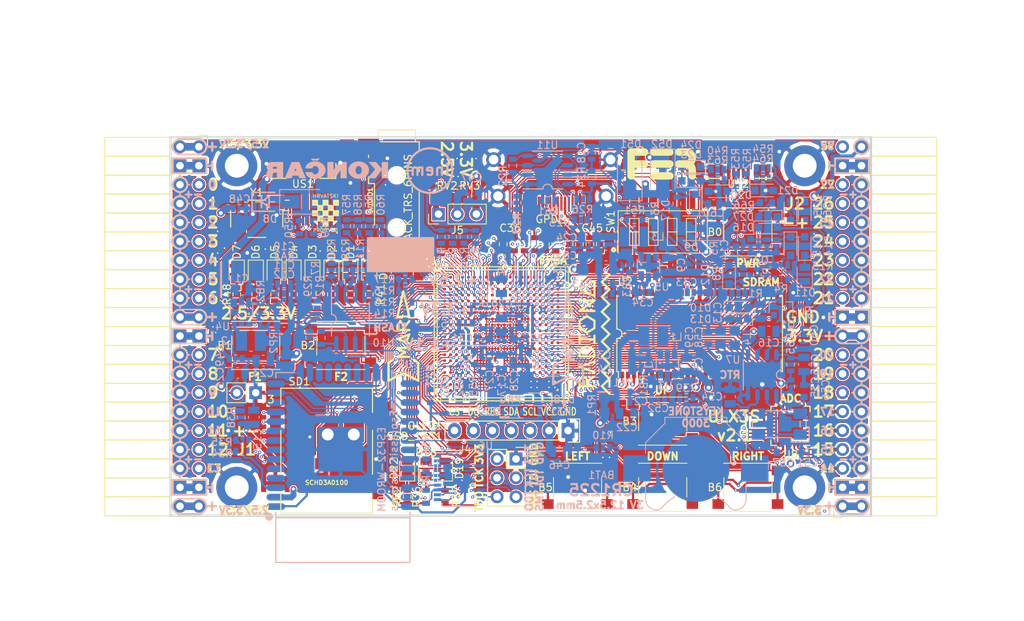
<source format=kicad_pcb>
(kicad_pcb (version 20171130) (host pcbnew 5.0.0+dfsg1-1)

  (general
    (thickness 1.6)
    (drawings 504)
    (tracks 5538)
    (zones 0)
    (modules 220)
    (nets 272)
  )

  (page A4)
  (layers
    (0 F.Cu signal)
    (1 In1.Cu signal)
    (2 In2.Cu signal)
    (31 B.Cu signal)
    (32 B.Adhes user)
    (33 F.Adhes user)
    (34 B.Paste user)
    (35 F.Paste user)
    (36 B.SilkS user)
    (37 F.SilkS user)
    (38 B.Mask user)
    (39 F.Mask user)
    (40 Dwgs.User user)
    (41 Cmts.User user)
    (42 Eco1.User user)
    (43 Eco2.User user)
    (44 Edge.Cuts user)
    (45 Margin user)
    (46 B.CrtYd user)
    (47 F.CrtYd user)
    (48 B.Fab user hide)
    (49 F.Fab user)
  )

  (setup
    (last_trace_width 0.3)
    (trace_clearance 0.127)
    (zone_clearance 0.127)
    (zone_45_only no)
    (trace_min 0.127)
    (segment_width 0.2)
    (edge_width 0.2)
    (via_size 0.419)
    (via_drill 0.2)
    (via_min_size 0.419)
    (via_min_drill 0.2)
    (uvia_size 0.3)
    (uvia_drill 0.1)
    (uvias_allowed no)
    (uvia_min_size 0.2)
    (uvia_min_drill 0.1)
    (pcb_text_width 0.3)
    (pcb_text_size 1.5 1.5)
    (mod_edge_width 0.15)
    (mod_text_size 1 1)
    (mod_text_width 0.15)
    (pad_size 0.4 0.4)
    (pad_drill 0)
    (pad_to_mask_clearance 0.05)
    (pad_to_paste_clearance -0.025)
    (aux_axis_origin 94.1 112.22)
    (grid_origin 132.48 89.8)
    (visible_elements 7FFFF7FF)
    (pcbplotparams
      (layerselection 0x010fc_ffffffff)
      (usegerberextensions true)
      (usegerberattributes false)
      (usegerberadvancedattributes false)
      (creategerberjobfile false)
      (excludeedgelayer true)
      (linewidth 0.100000)
      (plotframeref false)
      (viasonmask false)
      (mode 1)
      (useauxorigin false)
      (hpglpennumber 1)
      (hpglpenspeed 20)
      (hpglpendiameter 15.000000)
      (psnegative false)
      (psa4output false)
      (plotreference true)
      (plotvalue true)
      (plotinvisibletext false)
      (padsonsilk false)
      (subtractmaskfromsilk true)
      (outputformat 1)
      (mirror false)
      (drillshape 0)
      (scaleselection 1)
      (outputdirectory "plot"))
  )

  (net 0 "")
  (net 1 GND)
  (net 2 +5V)
  (net 3 /gpio/IN5V)
  (net 4 /gpio/OUT5V)
  (net 5 +3V3)
  (net 6 BTN_D)
  (net 7 BTN_F1)
  (net 8 BTN_F2)
  (net 9 BTN_L)
  (net 10 BTN_R)
  (net 11 BTN_U)
  (net 12 /power/FB1)
  (net 13 +2V5)
  (net 14 /power/PWREN)
  (net 15 /power/FB3)
  (net 16 /power/FB2)
  (net 17 /power/VBAT)
  (net 18 JTAG_TDI)
  (net 19 JTAG_TCK)
  (net 20 JTAG_TMS)
  (net 21 JTAG_TDO)
  (net 22 /power/WAKEUPn)
  (net 23 /power/WKUP)
  (net 24 /power/SHUT)
  (net 25 /power/WAKE)
  (net 26 /power/HOLD)
  (net 27 /power/WKn)
  (net 28 /power/OSCI_32k)
  (net 29 /power/OSCO_32k)
  (net 30 SHUTDOWN)
  (net 31 GPDI_SDA)
  (net 32 GPDI_SCL)
  (net 33 /gpdi/VREF2)
  (net 34 SD_CMD)
  (net 35 SD_CLK)
  (net 36 SD_D0)
  (net 37 SD_D1)
  (net 38 USB5V)
  (net 39 GPDI_CEC)
  (net 40 nRESET)
  (net 41 FTDI_nDTR)
  (net 42 SDRAM_CKE)
  (net 43 SDRAM_A7)
  (net 44 SDRAM_D15)
  (net 45 SDRAM_BA1)
  (net 46 SDRAM_D7)
  (net 47 SDRAM_A6)
  (net 48 SDRAM_CLK)
  (net 49 SDRAM_D13)
  (net 50 SDRAM_BA0)
  (net 51 SDRAM_D6)
  (net 52 SDRAM_A5)
  (net 53 SDRAM_D14)
  (net 54 SDRAM_A11)
  (net 55 SDRAM_D12)
  (net 56 SDRAM_D5)
  (net 57 SDRAM_A4)
  (net 58 SDRAM_A10)
  (net 59 SDRAM_D11)
  (net 60 SDRAM_A3)
  (net 61 SDRAM_D4)
  (net 62 SDRAM_D10)
  (net 63 SDRAM_D9)
  (net 64 SDRAM_A9)
  (net 65 SDRAM_D3)
  (net 66 SDRAM_D8)
  (net 67 SDRAM_A8)
  (net 68 SDRAM_A2)
  (net 69 SDRAM_A1)
  (net 70 SDRAM_A0)
  (net 71 SDRAM_D2)
  (net 72 SDRAM_D1)
  (net 73 SDRAM_D0)
  (net 74 SDRAM_DQM0)
  (net 75 SDRAM_nCS)
  (net 76 SDRAM_nRAS)
  (net 77 SDRAM_DQM1)
  (net 78 SDRAM_nCAS)
  (net 79 SDRAM_nWE)
  (net 80 /flash/FLASH_nWP)
  (net 81 /flash/FLASH_nHOLD)
  (net 82 /flash/FLASH_MOSI)
  (net 83 /flash/FLASH_MISO)
  (net 84 /flash/FLASH_SCK)
  (net 85 /flash/FLASH_nCS)
  (net 86 /flash/FPGA_PROGRAMN)
  (net 87 /flash/FPGA_DONE)
  (net 88 /flash/FPGA_INITN)
  (net 89 OLED_RES)
  (net 90 OLED_DC)
  (net 91 OLED_CS)
  (net 92 WIFI_EN)
  (net 93 FTDI_nRTS)
  (net 94 FTDI_TXD)
  (net 95 FTDI_RXD)
  (net 96 WIFI_RXD)
  (net 97 WIFI_GPIO0)
  (net 98 WIFI_TXD)
  (net 99 USB_FTDI_D+)
  (net 100 USB_FTDI_D-)
  (net 101 SD_D3)
  (net 102 AUDIO_L3)
  (net 103 AUDIO_L2)
  (net 104 AUDIO_L1)
  (net 105 AUDIO_L0)
  (net 106 AUDIO_R3)
  (net 107 AUDIO_R2)
  (net 108 AUDIO_R1)
  (net 109 AUDIO_R0)
  (net 110 OLED_CLK)
  (net 111 OLED_MOSI)
  (net 112 LED0)
  (net 113 LED1)
  (net 114 LED2)
  (net 115 LED3)
  (net 116 LED4)
  (net 117 LED5)
  (net 118 LED6)
  (net 119 LED7)
  (net 120 BTN_PWRn)
  (net 121 FTDI_nTXLED)
  (net 122 FTDI_nSLEEP)
  (net 123 /blinkey/LED_PWREN)
  (net 124 /blinkey/LED_TXLED)
  (net 125 /sdcard/SD3V3)
  (net 126 SD_D2)
  (net 127 CLK_25MHz)
  (net 128 /blinkey/BTNPUL)
  (net 129 /blinkey/BTNPUR)
  (net 130 USB_FPGA_D+)
  (net 131 /power/FTDI_nSUSPEND)
  (net 132 /blinkey/ALED0)
  (net 133 /blinkey/ALED1)
  (net 134 /blinkey/ALED2)
  (net 135 /blinkey/ALED3)
  (net 136 /blinkey/ALED4)
  (net 137 /blinkey/ALED5)
  (net 138 /blinkey/ALED6)
  (net 139 /blinkey/ALED7)
  (net 140 /usb/FTD-)
  (net 141 /usb/FTD+)
  (net 142 ADC_MISO)
  (net 143 ADC_MOSI)
  (net 144 ADC_CSn)
  (net 145 ADC_SCLK)
  (net 146 SW3)
  (net 147 SW2)
  (net 148 SW1)
  (net 149 USB_FPGA_D-)
  (net 150 /usb/FPD+)
  (net 151 /usb/FPD-)
  (net 152 WIFI_GPIO16)
  (net 153 /usb/ANT_433MHz)
  (net 154 PROG_DONE)
  (net 155 /power/P3V3)
  (net 156 /power/P2V5)
  (net 157 /power/L1)
  (net 158 /power/L3)
  (net 159 /power/L2)
  (net 160 FTDI_TXDEN)
  (net 161 SDRAM_A12)
  (net 162 /analog/AUDIO_V)
  (net 163 AUDIO_V3)
  (net 164 AUDIO_V2)
  (net 165 AUDIO_V1)
  (net 166 AUDIO_V0)
  (net 167 /blinkey/LED_WIFI)
  (net 168 /power/P1V1)
  (net 169 +1V1)
  (net 170 SW4)
  (net 171 /blinkey/SWPU)
  (net 172 /wifi/WIFIEN)
  (net 173 FT2V5)
  (net 174 GN0)
  (net 175 GP0)
  (net 176 GN1)
  (net 177 GP1)
  (net 178 GN2)
  (net 179 GP2)
  (net 180 GN3)
  (net 181 GP3)
  (net 182 GN4)
  (net 183 GP4)
  (net 184 GN5)
  (net 185 GP5)
  (net 186 GN6)
  (net 187 GP6)
  (net 188 GN14)
  (net 189 GP14)
  (net 190 GN15)
  (net 191 GP15)
  (net 192 GN16)
  (net 193 GP16)
  (net 194 GN17)
  (net 195 GP17)
  (net 196 GN18)
  (net 197 GP18)
  (net 198 GN19)
  (net 199 GP19)
  (net 200 GN20)
  (net 201 GP20)
  (net 202 GN21)
  (net 203 GP21)
  (net 204 GN22)
  (net 205 GP22)
  (net 206 GN23)
  (net 207 GP23)
  (net 208 GN24)
  (net 209 GP24)
  (net 210 GN25)
  (net 211 GP25)
  (net 212 GN26)
  (net 213 GP26)
  (net 214 GN27)
  (net 215 GP27)
  (net 216 GN7)
  (net 217 GP7)
  (net 218 GN8)
  (net 219 GP8)
  (net 220 GN9)
  (net 221 GP9)
  (net 222 GN10)
  (net 223 GP10)
  (net 224 GN11)
  (net 225 GP11)
  (net 226 GN12)
  (net 227 GP12)
  (net 228 GN13)
  (net 229 GP13)
  (net 230 WIFI_GPIO5)
  (net 231 WIFI_GPIO17)
  (net 232 USB_FPGA_PULL_D+)
  (net 233 USB_FPGA_PULL_D-)
  (net 234 "Net-(D23-Pad2)")
  (net 235 "Net-(D24-Pad1)")
  (net 236 "Net-(D25-Pad2)")
  (net 237 "Net-(D26-Pad1)")
  (net 238 /gpdi/GPDI_ETH+)
  (net 239 FPDI_ETH+)
  (net 240 /gpdi/GPDI_ETH-)
  (net 241 FPDI_ETH-)
  (net 242 /gpdi/GPDI_D2-)
  (net 243 FPDI_D2-)
  (net 244 /gpdi/GPDI_D1-)
  (net 245 FPDI_D1-)
  (net 246 /gpdi/GPDI_D0-)
  (net 247 FPDI_D0-)
  (net 248 /gpdi/GPDI_CLK-)
  (net 249 FPDI_CLK-)
  (net 250 /gpdi/GPDI_D2+)
  (net 251 FPDI_D2+)
  (net 252 /gpdi/GPDI_D1+)
  (net 253 FPDI_D1+)
  (net 254 /gpdi/GPDI_D0+)
  (net 255 FPDI_D0+)
  (net 256 /gpdi/GPDI_CLK+)
  (net 257 FPDI_CLK+)
  (net 258 FPDI_SDA)
  (net 259 FPDI_SCL)
  (net 260 /gpdi/FPDI_CEC)
  (net 261 2V5_3V3)
  (net 262 /usb/US2VBUS)
  (net 263 /power/SHD)
  (net 264 /power/RTCVDD)
  (net 265 "Net-(D27-Pad2)")
  (net 266 US2_ID)
  (net 267 /analog/AUDIO_L)
  (net 268 /analog/AUDIO_R)
  (net 269 /analog/ADC3V3)
  (net 270 PWRBTn)
  (net 271 USER_PROGRAMN)

  (net_class Default "This is the default net class."
    (clearance 0.127)
    (trace_width 0.3)
    (via_dia 0.419)
    (via_drill 0.2)
    (uvia_dia 0.3)
    (uvia_drill 0.1)
    (add_net +5V)
    (add_net /analog/ADC3V3)
    (add_net /analog/AUDIO_L)
    (add_net /analog/AUDIO_R)
    (add_net /analog/AUDIO_V)
    (add_net /blinkey/ALED0)
    (add_net /blinkey/ALED1)
    (add_net /blinkey/ALED2)
    (add_net /blinkey/ALED3)
    (add_net /blinkey/ALED4)
    (add_net /blinkey/ALED5)
    (add_net /blinkey/ALED6)
    (add_net /blinkey/ALED7)
    (add_net /blinkey/BTNPUL)
    (add_net /blinkey/BTNPUR)
    (add_net /blinkey/LED_PWREN)
    (add_net /blinkey/LED_TXLED)
    (add_net /blinkey/LED_WIFI)
    (add_net /blinkey/SWPU)
    (add_net /gpdi/GPDI_CLK+)
    (add_net /gpdi/GPDI_CLK-)
    (add_net /gpdi/GPDI_D0+)
    (add_net /gpdi/GPDI_D0-)
    (add_net /gpdi/GPDI_D1+)
    (add_net /gpdi/GPDI_D1-)
    (add_net /gpdi/GPDI_D2+)
    (add_net /gpdi/GPDI_D2-)
    (add_net /gpdi/GPDI_ETH+)
    (add_net /gpdi/GPDI_ETH-)
    (add_net /gpdi/VREF2)
    (add_net /gpio/IN5V)
    (add_net /gpio/OUT5V)
    (add_net /power/FB1)
    (add_net /power/FB2)
    (add_net /power/FB3)
    (add_net /power/FTDI_nSUSPEND)
    (add_net /power/HOLD)
    (add_net /power/L1)
    (add_net /power/L2)
    (add_net /power/L3)
    (add_net /power/OSCI_32k)
    (add_net /power/OSCO_32k)
    (add_net /power/P1V1)
    (add_net /power/P2V5)
    (add_net /power/P3V3)
    (add_net /power/PWREN)
    (add_net /power/RTCVDD)
    (add_net /power/SHD)
    (add_net /power/SHUT)
    (add_net /power/VBAT)
    (add_net /power/WAKE)
    (add_net /power/WAKEUPn)
    (add_net /power/WKUP)
    (add_net /power/WKn)
    (add_net /sdcard/SD3V3)
    (add_net /usb/ANT_433MHz)
    (add_net /usb/FPD+)
    (add_net /usb/FPD-)
    (add_net /usb/FTD+)
    (add_net /usb/FTD-)
    (add_net /usb/US2VBUS)
    (add_net /wifi/WIFIEN)
    (add_net FT2V5)
    (add_net "Net-(D23-Pad2)")
    (add_net "Net-(D24-Pad1)")
    (add_net "Net-(D25-Pad2)")
    (add_net "Net-(D26-Pad1)")
    (add_net "Net-(D27-Pad2)")
    (add_net PWRBTn)
    (add_net US2_ID)
    (add_net USB5V)
  )

  (net_class BGA ""
    (clearance 0.127)
    (trace_width 0.127)
    (via_dia 0.419)
    (via_drill 0.2)
    (uvia_dia 0.3)
    (uvia_drill 0.1)
    (add_net /flash/FLASH_MISO)
    (add_net /flash/FLASH_MOSI)
    (add_net /flash/FLASH_SCK)
    (add_net /flash/FLASH_nCS)
    (add_net /flash/FLASH_nHOLD)
    (add_net /flash/FLASH_nWP)
    (add_net /flash/FPGA_DONE)
    (add_net /flash/FPGA_INITN)
    (add_net /flash/FPGA_PROGRAMN)
    (add_net /gpdi/FPDI_CEC)
    (add_net ADC_CSn)
    (add_net ADC_MISO)
    (add_net ADC_MOSI)
    (add_net ADC_SCLK)
    (add_net AUDIO_L0)
    (add_net AUDIO_L1)
    (add_net AUDIO_L2)
    (add_net AUDIO_L3)
    (add_net AUDIO_R0)
    (add_net AUDIO_R1)
    (add_net AUDIO_R2)
    (add_net AUDIO_R3)
    (add_net AUDIO_V0)
    (add_net AUDIO_V1)
    (add_net AUDIO_V2)
    (add_net AUDIO_V3)
    (add_net BTN_D)
    (add_net BTN_F1)
    (add_net BTN_F2)
    (add_net BTN_L)
    (add_net BTN_PWRn)
    (add_net BTN_R)
    (add_net BTN_U)
    (add_net CLK_25MHz)
    (add_net FPDI_CLK+)
    (add_net FPDI_CLK-)
    (add_net FPDI_D0+)
    (add_net FPDI_D0-)
    (add_net FPDI_D1+)
    (add_net FPDI_D1-)
    (add_net FPDI_D2+)
    (add_net FPDI_D2-)
    (add_net FPDI_ETH+)
    (add_net FPDI_ETH-)
    (add_net FPDI_SCL)
    (add_net FPDI_SDA)
    (add_net FTDI_RXD)
    (add_net FTDI_TXD)
    (add_net FTDI_TXDEN)
    (add_net FTDI_nDTR)
    (add_net FTDI_nRTS)
    (add_net FTDI_nSLEEP)
    (add_net FTDI_nTXLED)
    (add_net GN0)
    (add_net GN1)
    (add_net GN10)
    (add_net GN11)
    (add_net GN12)
    (add_net GN13)
    (add_net GN14)
    (add_net GN15)
    (add_net GN16)
    (add_net GN17)
    (add_net GN18)
    (add_net GN19)
    (add_net GN2)
    (add_net GN20)
    (add_net GN21)
    (add_net GN22)
    (add_net GN23)
    (add_net GN24)
    (add_net GN25)
    (add_net GN26)
    (add_net GN27)
    (add_net GN3)
    (add_net GN4)
    (add_net GN5)
    (add_net GN6)
    (add_net GN7)
    (add_net GN8)
    (add_net GN9)
    (add_net GND)
    (add_net GP0)
    (add_net GP1)
    (add_net GP10)
    (add_net GP11)
    (add_net GP12)
    (add_net GP13)
    (add_net GP14)
    (add_net GP15)
    (add_net GP16)
    (add_net GP17)
    (add_net GP18)
    (add_net GP19)
    (add_net GP2)
    (add_net GP20)
    (add_net GP21)
    (add_net GP22)
    (add_net GP23)
    (add_net GP24)
    (add_net GP25)
    (add_net GP26)
    (add_net GP27)
    (add_net GP3)
    (add_net GP4)
    (add_net GP5)
    (add_net GP6)
    (add_net GP7)
    (add_net GP8)
    (add_net GP9)
    (add_net GPDI_CEC)
    (add_net GPDI_SCL)
    (add_net GPDI_SDA)
    (add_net JTAG_TCK)
    (add_net JTAG_TDI)
    (add_net JTAG_TDO)
    (add_net JTAG_TMS)
    (add_net LED0)
    (add_net LED1)
    (add_net LED2)
    (add_net LED3)
    (add_net LED4)
    (add_net LED5)
    (add_net LED6)
    (add_net LED7)
    (add_net OLED_CLK)
    (add_net OLED_CS)
    (add_net OLED_DC)
    (add_net OLED_MOSI)
    (add_net OLED_RES)
    (add_net PROG_DONE)
    (add_net SDRAM_A0)
    (add_net SDRAM_A1)
    (add_net SDRAM_A10)
    (add_net SDRAM_A11)
    (add_net SDRAM_A12)
    (add_net SDRAM_A2)
    (add_net SDRAM_A3)
    (add_net SDRAM_A4)
    (add_net SDRAM_A5)
    (add_net SDRAM_A6)
    (add_net SDRAM_A7)
    (add_net SDRAM_A8)
    (add_net SDRAM_A9)
    (add_net SDRAM_BA0)
    (add_net SDRAM_BA1)
    (add_net SDRAM_CKE)
    (add_net SDRAM_CLK)
    (add_net SDRAM_D0)
    (add_net SDRAM_D1)
    (add_net SDRAM_D10)
    (add_net SDRAM_D11)
    (add_net SDRAM_D12)
    (add_net SDRAM_D13)
    (add_net SDRAM_D14)
    (add_net SDRAM_D15)
    (add_net SDRAM_D2)
    (add_net SDRAM_D3)
    (add_net SDRAM_D4)
    (add_net SDRAM_D5)
    (add_net SDRAM_D6)
    (add_net SDRAM_D7)
    (add_net SDRAM_D8)
    (add_net SDRAM_D9)
    (add_net SDRAM_DQM0)
    (add_net SDRAM_DQM1)
    (add_net SDRAM_nCAS)
    (add_net SDRAM_nCS)
    (add_net SDRAM_nRAS)
    (add_net SDRAM_nWE)
    (add_net SD_CLK)
    (add_net SD_CMD)
    (add_net SD_D0)
    (add_net SD_D1)
    (add_net SD_D2)
    (add_net SD_D3)
    (add_net SHUTDOWN)
    (add_net SW1)
    (add_net SW2)
    (add_net SW3)
    (add_net SW4)
    (add_net USB_FPGA_D+)
    (add_net USB_FPGA_D-)
    (add_net USB_FPGA_PULL_D+)
    (add_net USB_FPGA_PULL_D-)
    (add_net USB_FTDI_D+)
    (add_net USB_FTDI_D-)
    (add_net USER_PROGRAMN)
    (add_net WIFI_EN)
    (add_net WIFI_GPIO0)
    (add_net WIFI_GPIO16)
    (add_net WIFI_GPIO17)
    (add_net WIFI_GPIO5)
    (add_net WIFI_RXD)
    (add_net WIFI_TXD)
    (add_net nRESET)
  )

  (net_class Medium ""
    (clearance 0.127)
    (trace_width 0.127)
    (via_dia 0.419)
    (via_drill 0.2)
    (uvia_dia 0.3)
    (uvia_drill 0.1)
    (add_net +1V1)
    (add_net +2V5)
    (add_net +3V3)
    (add_net 2V5_3V3)
  )

  (module lfe5bg381:BGA-381_pitch0.8mm_dia0.4mm (layer F.Cu) (tedit 5B6D6A17) (tstamp 58D8D57E)
    (at 138.48 87.8)
    (path /56AC389C/5A0783C9)
    (attr smd)
    (fp_text reference U1 (at -8.2 -9.8) (layer F.SilkS)
      (effects (font (size 1 1) (thickness 0.15)))
    )
    (fp_text value LFE5U-85F-6BG381C (at 0.07 -11.902) (layer F.Fab)
      (effects (font (size 1 1) (thickness 0.15)))
    )
    (fp_line (start -8.6 -8.6) (end 8.6 -8.6) (layer F.SilkS) (width 0.15))
    (fp_line (start 8.6 -8.6) (end 8.6 8.6) (layer F.SilkS) (width 0.15))
    (fp_line (start 8.6 8.6) (end -8.6 8.6) (layer F.SilkS) (width 0.15))
    (fp_line (start -8.6 8.6) (end -8.6 -8.6) (layer F.SilkS) (width 0.15))
    (fp_line (start -9 -9) (end 9 -9) (layer F.SilkS) (width 0.15))
    (fp_line (start 9 -9) (end 9 9) (layer F.SilkS) (width 0.15))
    (fp_line (start 9 9) (end -9 9) (layer F.SilkS) (width 0.15))
    (fp_line (start -9 9) (end -9 -9) (layer F.SilkS) (width 0.15))
    (fp_line (start -8.2 -9) (end -9 -8.2) (layer F.SilkS) (width 0.15))
    (fp_line (start -7.6 7.4) (end -7.6 7.6) (layer F.SilkS) (width 0.15))
    (fp_line (start -7.6 7.6) (end -7.4 7.6) (layer F.SilkS) (width 0.15))
    (fp_line (start 7.4 7.6) (end 7.6 7.6) (layer F.SilkS) (width 0.15))
    (fp_line (start 7.6 7.6) (end 7.6 7.4) (layer F.SilkS) (width 0.15))
    (fp_line (start 7.4 -7.6) (end 7.6 -7.6) (layer F.SilkS) (width 0.15))
    (fp_line (start 7.6 -7.6) (end 7.6 -7.4) (layer F.SilkS) (width 0.15))
    (fp_line (start -7.6 -7.4) (end -7.6 -7.6) (layer F.SilkS) (width 0.15))
    (fp_line (start -7.6 -7.6) (end -7.4 -7.6) (layer F.SilkS) (width 0.15))
    (pad Y19 smd circle (at 6.8 7.6) (size 0.4 0.4) (layers F.Cu F.Paste F.Mask)
      (net 1 GND) (solder_mask_margin 0.05) (solder_paste_margin -0.025))
    (pad Y17 smd circle (at 5.2 7.6) (size 0.4 0.4) (layers F.Cu F.Paste F.Mask)
      (net 1 GND) (solder_mask_margin 0.05) (solder_paste_margin -0.025))
    (pad Y16 smd circle (at 4.4 7.6) (size 0.4 0.4) (layers F.Cu F.Paste F.Mask)
      (net 1 GND) (solder_mask_margin 0.05) (solder_paste_margin -0.025))
    (pad Y15 smd circle (at 3.6 7.6) (size 0.4 0.4) (layers F.Cu F.Paste F.Mask)
      (net 1 GND) (solder_mask_margin 0.05) (solder_paste_margin -0.025))
    (pad Y14 smd circle (at 2.8 7.6) (size 0.4 0.4) (layers F.Cu F.Paste F.Mask)
      (net 1 GND) (solder_mask_margin 0.05) (solder_paste_margin -0.025))
    (pad Y12 smd circle (at 1.2 7.6) (size 0.4 0.4) (layers F.Cu F.Paste F.Mask)
      (net 1 GND) (solder_mask_margin 0.05) (solder_paste_margin -0.025))
    (pad Y11 smd circle (at 0.4 7.6) (size 0.4 0.4) (layers F.Cu F.Paste F.Mask)
      (net 1 GND) (solder_mask_margin 0.05) (solder_paste_margin -0.025))
    (pad Y8 smd circle (at -2 7.6) (size 0.4 0.4) (layers F.Cu F.Paste F.Mask)
      (net 1 GND) (solder_mask_margin 0.05) (solder_paste_margin -0.025))
    (pad Y7 smd circle (at -2.8 7.6) (size 0.4 0.4) (layers F.Cu F.Paste F.Mask)
      (net 1 GND) (solder_mask_margin 0.05) (solder_paste_margin -0.025))
    (pad Y6 smd circle (at -3.6 7.6) (size 0.4 0.4) (layers F.Cu F.Paste F.Mask)
      (net 1 GND) (solder_mask_margin 0.05) (solder_paste_margin -0.025))
    (pad Y5 smd circle (at -4.4 7.6) (size 0.4 0.4) (layers F.Cu F.Paste F.Mask)
      (net 1 GND) (solder_mask_margin 0.05) (solder_paste_margin -0.025))
    (pad Y3 smd circle (at -6 7.6) (size 0.4 0.4) (layers F.Cu F.Paste F.Mask)
      (net 87 /flash/FPGA_DONE) (solder_mask_margin 0.05) (solder_paste_margin -0.025))
    (pad Y2 smd circle (at -6.8 7.6) (size 0.4 0.4) (layers F.Cu F.Paste F.Mask)
      (net 80 /flash/FLASH_nWP) (solder_mask_margin 0.05) (solder_paste_margin -0.025))
    (pad W20 smd circle (at 7.6 6.8) (size 0.4 0.4) (layers F.Cu F.Paste F.Mask)
      (net 1 GND) (solder_mask_margin 0.05) (solder_paste_margin -0.025))
    (pad W19 smd circle (at 6.8 6.8) (size 0.4 0.4) (layers F.Cu F.Paste F.Mask)
      (net 1 GND) (solder_mask_margin 0.05) (solder_paste_margin -0.025))
    (pad W18 smd circle (at 6 6.8) (size 0.4 0.4) (layers F.Cu F.Paste F.Mask)
      (solder_mask_margin 0.05) (solder_paste_margin -0.025))
    (pad W17 smd circle (at 5.2 6.8) (size 0.4 0.4) (layers F.Cu F.Paste F.Mask)
      (solder_mask_margin 0.05) (solder_paste_margin -0.025))
    (pad W16 smd circle (at 4.4 6.8) (size 0.4 0.4) (layers F.Cu F.Paste F.Mask)
      (net 1 GND) (solder_mask_margin 0.05) (solder_paste_margin -0.025))
    (pad W15 smd circle (at 3.6 6.8) (size 0.4 0.4) (layers F.Cu F.Paste F.Mask)
      (net 1 GND) (solder_mask_margin 0.05) (solder_paste_margin -0.025))
    (pad W14 smd circle (at 2.8 6.8) (size 0.4 0.4) (layers F.Cu F.Paste F.Mask)
      (solder_mask_margin 0.05) (solder_paste_margin -0.025))
    (pad W13 smd circle (at 2 6.8) (size 0.4 0.4) (layers F.Cu F.Paste F.Mask)
      (solder_mask_margin 0.05) (solder_paste_margin -0.025))
    (pad W12 smd circle (at 1.2 6.8) (size 0.4 0.4) (layers F.Cu F.Paste F.Mask)
      (net 1 GND) (solder_mask_margin 0.05) (solder_paste_margin -0.025))
    (pad W11 smd circle (at 0.4 6.8) (size 0.4 0.4) (layers F.Cu F.Paste F.Mask)
      (solder_mask_margin 0.05) (solder_paste_margin -0.025))
    (pad W10 smd circle (at -0.4 6.8) (size 0.4 0.4) (layers F.Cu F.Paste F.Mask)
      (solder_mask_margin 0.05) (solder_paste_margin -0.025))
    (pad W9 smd circle (at -1.2 6.8) (size 0.4 0.4) (layers F.Cu F.Paste F.Mask)
      (solder_mask_margin 0.05) (solder_paste_margin -0.025))
    (pad W8 smd circle (at -2 6.8) (size 0.4 0.4) (layers F.Cu F.Paste F.Mask)
      (solder_mask_margin 0.05) (solder_paste_margin -0.025))
    (pad W7 smd circle (at -2.8 6.8) (size 0.4 0.4) (layers F.Cu F.Paste F.Mask)
      (net 1 GND) (solder_mask_margin 0.05) (solder_paste_margin -0.025))
    (pad W6 smd circle (at -3.6 6.8) (size 0.4 0.4) (layers F.Cu F.Paste F.Mask)
      (net 1 GND) (solder_mask_margin 0.05) (solder_paste_margin -0.025))
    (pad W5 smd circle (at -4.4 6.8) (size 0.4 0.4) (layers F.Cu F.Paste F.Mask)
      (solder_mask_margin 0.05) (solder_paste_margin -0.025))
    (pad W4 smd circle (at -5.2 6.8) (size 0.4 0.4) (layers F.Cu F.Paste F.Mask)
      (solder_mask_margin 0.05) (solder_paste_margin -0.025))
    (pad W3 smd circle (at -6 6.8) (size 0.4 0.4) (layers F.Cu F.Paste F.Mask)
      (net 86 /flash/FPGA_PROGRAMN) (solder_mask_margin 0.05) (solder_paste_margin -0.025))
    (pad W2 smd circle (at -6.8 6.8) (size 0.4 0.4) (layers F.Cu F.Paste F.Mask)
      (net 82 /flash/FLASH_MOSI) (solder_mask_margin 0.05) (solder_paste_margin -0.025))
    (pad W1 smd circle (at -7.6 6.8) (size 0.4 0.4) (layers F.Cu F.Paste F.Mask)
      (net 81 /flash/FLASH_nHOLD) (solder_mask_margin 0.05) (solder_paste_margin -0.025))
    (pad V20 smd circle (at 7.6 6) (size 0.4 0.4) (layers F.Cu F.Paste F.Mask)
      (net 1 GND) (solder_mask_margin 0.05) (solder_paste_margin -0.025))
    (pad V19 smd circle (at 6.8 6) (size 0.4 0.4) (layers F.Cu F.Paste F.Mask)
      (net 1 GND) (solder_mask_margin 0.05) (solder_paste_margin -0.025))
    (pad V18 smd circle (at 6 6) (size 0.4 0.4) (layers F.Cu F.Paste F.Mask)
      (net 1 GND) (solder_mask_margin 0.05) (solder_paste_margin -0.025))
    (pad V17 smd circle (at 5.2 6) (size 0.4 0.4) (layers F.Cu F.Paste F.Mask)
      (net 1 GND) (solder_mask_margin 0.05) (solder_paste_margin -0.025))
    (pad V16 smd circle (at 4.4 6) (size 0.4 0.4) (layers F.Cu F.Paste F.Mask)
      (net 1 GND) (solder_mask_margin 0.05) (solder_paste_margin -0.025))
    (pad V15 smd circle (at 3.6 6) (size 0.4 0.4) (layers F.Cu F.Paste F.Mask)
      (net 1 GND) (solder_mask_margin 0.05) (solder_paste_margin -0.025))
    (pad V14 smd circle (at 2.8 6) (size 0.4 0.4) (layers F.Cu F.Paste F.Mask)
      (net 1 GND) (solder_mask_margin 0.05) (solder_paste_margin -0.025))
    (pad V13 smd circle (at 2 6) (size 0.4 0.4) (layers F.Cu F.Paste F.Mask)
      (net 1 GND) (solder_mask_margin 0.05) (solder_paste_margin -0.025))
    (pad V12 smd circle (at 1.2 6) (size 0.4 0.4) (layers F.Cu F.Paste F.Mask)
      (net 1 GND) (solder_mask_margin 0.05) (solder_paste_margin -0.025))
    (pad V11 smd circle (at 0.4 6) (size 0.4 0.4) (layers F.Cu F.Paste F.Mask)
      (net 1 GND) (solder_mask_margin 0.05) (solder_paste_margin -0.025))
    (pad V10 smd circle (at -0.4 6) (size 0.4 0.4) (layers F.Cu F.Paste F.Mask)
      (net 1 GND) (solder_mask_margin 0.05) (solder_paste_margin -0.025))
    (pad V9 smd circle (at -1.2 6) (size 0.4 0.4) (layers F.Cu F.Paste F.Mask)
      (net 1 GND) (solder_mask_margin 0.05) (solder_paste_margin -0.025))
    (pad V8 smd circle (at -2 6) (size 0.4 0.4) (layers F.Cu F.Paste F.Mask)
      (net 1 GND) (solder_mask_margin 0.05) (solder_paste_margin -0.025))
    (pad V7 smd circle (at -2.8 6) (size 0.4 0.4) (layers F.Cu F.Paste F.Mask)
      (net 1 GND) (solder_mask_margin 0.05) (solder_paste_margin -0.025))
    (pad V6 smd circle (at -3.6 6) (size 0.4 0.4) (layers F.Cu F.Paste F.Mask)
      (net 1 GND) (solder_mask_margin 0.05) (solder_paste_margin -0.025))
    (pad V5 smd circle (at -4.4 6) (size 0.4 0.4) (layers F.Cu F.Paste F.Mask)
      (net 1 GND) (solder_mask_margin 0.05) (solder_paste_margin -0.025))
    (pad V4 smd circle (at -5.2 6) (size 0.4 0.4) (layers F.Cu F.Paste F.Mask)
      (net 21 JTAG_TDO) (solder_mask_margin 0.05) (solder_paste_margin -0.025))
    (pad V3 smd circle (at -6 6) (size 0.4 0.4) (layers F.Cu F.Paste F.Mask)
      (net 88 /flash/FPGA_INITN) (solder_mask_margin 0.05) (solder_paste_margin -0.025))
    (pad V2 smd circle (at -6.8 6) (size 0.4 0.4) (layers F.Cu F.Paste F.Mask)
      (net 83 /flash/FLASH_MISO) (solder_mask_margin 0.05) (solder_paste_margin -0.025))
    (pad V1 smd circle (at -7.6 6) (size 0.4 0.4) (layers F.Cu F.Paste F.Mask)
      (net 6 BTN_D) (solder_mask_margin 0.05) (solder_paste_margin -0.025))
    (pad U20 smd circle (at 7.6 5.2) (size 0.4 0.4) (layers F.Cu F.Paste F.Mask)
      (net 46 SDRAM_D7) (solder_mask_margin 0.05) (solder_paste_margin -0.025))
    (pad U19 smd circle (at 6.8 5.2) (size 0.4 0.4) (layers F.Cu F.Paste F.Mask)
      (net 74 SDRAM_DQM0) (solder_mask_margin 0.05) (solder_paste_margin -0.025))
    (pad U18 smd circle (at 6 5.2) (size 0.4 0.4) (layers F.Cu F.Paste F.Mask)
      (net 189 GP14) (solder_mask_margin 0.05) (solder_paste_margin -0.025))
    (pad U17 smd circle (at 5.2 5.2) (size 0.4 0.4) (layers F.Cu F.Paste F.Mask)
      (net 188 GN14) (solder_mask_margin 0.05) (solder_paste_margin -0.025))
    (pad U16 smd circle (at 4.4 5.2) (size 0.4 0.4) (layers F.Cu F.Paste F.Mask)
      (net 142 ADC_MISO) (solder_mask_margin 0.05) (solder_paste_margin -0.025))
    (pad U15 smd circle (at 3.6 5.2) (size 0.4 0.4) (layers F.Cu F.Paste F.Mask)
      (net 1 GND) (solder_mask_margin 0.05) (solder_paste_margin -0.025))
    (pad U14 smd circle (at 2.8 5.2) (size 0.4 0.4) (layers F.Cu F.Paste F.Mask)
      (net 1 GND) (solder_mask_margin 0.05) (solder_paste_margin -0.025))
    (pad U13 smd circle (at 2 5.2) (size 0.4 0.4) (layers F.Cu F.Paste F.Mask)
      (net 1 GND) (solder_mask_margin 0.05) (solder_paste_margin -0.025))
    (pad U12 smd circle (at 1.2 5.2) (size 0.4 0.4) (layers F.Cu F.Paste F.Mask)
      (net 1 GND) (solder_mask_margin 0.05) (solder_paste_margin -0.025))
    (pad U11 smd circle (at 0.4 5.2) (size 0.4 0.4) (layers F.Cu F.Paste F.Mask)
      (net 1 GND) (solder_mask_margin 0.05) (solder_paste_margin -0.025))
    (pad U10 smd circle (at -0.4 5.2) (size 0.4 0.4) (layers F.Cu F.Paste F.Mask)
      (net 1 GND) (solder_mask_margin 0.05) (solder_paste_margin -0.025))
    (pad U9 smd circle (at -1.2 5.2) (size 0.4 0.4) (layers F.Cu F.Paste F.Mask)
      (net 1 GND) (solder_mask_margin 0.05) (solder_paste_margin -0.025))
    (pad U8 smd circle (at -2 5.2) (size 0.4 0.4) (layers F.Cu F.Paste F.Mask)
      (net 1 GND) (solder_mask_margin 0.05) (solder_paste_margin -0.025))
    (pad U7 smd circle (at -2.8 5.2) (size 0.4 0.4) (layers F.Cu F.Paste F.Mask)
      (net 1 GND) (solder_mask_margin 0.05) (solder_paste_margin -0.025))
    (pad U6 smd circle (at -3.6 5.2) (size 0.4 0.4) (layers F.Cu F.Paste F.Mask)
      (net 1 GND) (solder_mask_margin 0.05) (solder_paste_margin -0.025))
    (pad U5 smd circle (at -4.4 5.2) (size 0.4 0.4) (layers F.Cu F.Paste F.Mask)
      (net 20 JTAG_TMS) (solder_mask_margin 0.05) (solder_paste_margin -0.025))
    (pad U4 smd circle (at -5.2 5.2) (size 0.4 0.4) (layers F.Cu F.Paste F.Mask)
      (net 1 GND) (solder_mask_margin 0.05) (solder_paste_margin -0.025))
    (pad U3 smd circle (at -6 5.2) (size 0.4 0.4) (layers F.Cu F.Paste F.Mask)
      (net 84 /flash/FLASH_SCK) (solder_mask_margin 0.05) (solder_paste_margin -0.025))
    (pad U2 smd circle (at -6.8 5.2) (size 0.4 0.4) (layers F.Cu F.Paste F.Mask)
      (net 5 +3V3) (solder_mask_margin 0.05) (solder_paste_margin -0.025))
    (pad U1 smd circle (at -7.6 5.2) (size 0.4 0.4) (layers F.Cu F.Paste F.Mask)
      (net 9 BTN_L) (solder_mask_margin 0.05) (solder_paste_margin -0.025))
    (pad T20 smd circle (at 7.6 4.4) (size 0.4 0.4) (layers F.Cu F.Paste F.Mask)
      (net 79 SDRAM_nWE) (solder_mask_margin 0.05) (solder_paste_margin -0.025))
    (pad T19 smd circle (at 6.8 4.4) (size 0.4 0.4) (layers F.Cu F.Paste F.Mask)
      (net 78 SDRAM_nCAS) (solder_mask_margin 0.05) (solder_paste_margin -0.025))
    (pad T18 smd circle (at 6 4.4) (size 0.4 0.4) (layers F.Cu F.Paste F.Mask)
      (net 56 SDRAM_D5) (solder_mask_margin 0.05) (solder_paste_margin -0.025))
    (pad T17 smd circle (at 5.2 4.4) (size 0.4 0.4) (layers F.Cu F.Paste F.Mask)
      (net 51 SDRAM_D6) (solder_mask_margin 0.05) (solder_paste_margin -0.025))
    (pad T16 smd circle (at 4.4 4.4) (size 0.4 0.4) (layers F.Cu F.Paste F.Mask)
      (solder_mask_margin 0.05) (solder_paste_margin -0.025))
    (pad T15 smd circle (at 3.6 4.4) (size 0.4 0.4) (layers F.Cu F.Paste F.Mask)
      (net 1 GND) (solder_mask_margin 0.05) (solder_paste_margin -0.025))
    (pad T14 smd circle (at 2.8 4.4) (size 0.4 0.4) (layers F.Cu F.Paste F.Mask)
      (net 1 GND) (solder_mask_margin 0.05) (solder_paste_margin -0.025))
    (pad T13 smd circle (at 2 4.4) (size 0.4 0.4) (layers F.Cu F.Paste F.Mask)
      (net 1 GND) (solder_mask_margin 0.05) (solder_paste_margin -0.025))
    (pad T12 smd circle (at 1.2 4.4) (size 0.4 0.4) (layers F.Cu F.Paste F.Mask)
      (net 1 GND) (solder_mask_margin 0.05) (solder_paste_margin -0.025))
    (pad T11 smd circle (at 0.4 4.4) (size 0.4 0.4) (layers F.Cu F.Paste F.Mask)
      (net 1 GND) (solder_mask_margin 0.05) (solder_paste_margin -0.025))
    (pad T10 smd circle (at -0.4 4.4) (size 0.4 0.4) (layers F.Cu F.Paste F.Mask)
      (net 1 GND) (solder_mask_margin 0.05) (solder_paste_margin -0.025))
    (pad T9 smd circle (at -1.2 4.4) (size 0.4 0.4) (layers F.Cu F.Paste F.Mask)
      (net 1 GND) (solder_mask_margin 0.05) (solder_paste_margin -0.025))
    (pad T8 smd circle (at -2 4.4) (size 0.4 0.4) (layers F.Cu F.Paste F.Mask)
      (net 1 GND) (solder_mask_margin 0.05) (solder_paste_margin -0.025))
    (pad T7 smd circle (at -2.8 4.4) (size 0.4 0.4) (layers F.Cu F.Paste F.Mask)
      (net 1 GND) (solder_mask_margin 0.05) (solder_paste_margin -0.025))
    (pad T6 smd circle (at -3.6 4.4) (size 0.4 0.4) (layers F.Cu F.Paste F.Mask)
      (net 1 GND) (solder_mask_margin 0.05) (solder_paste_margin -0.025))
    (pad T5 smd circle (at -4.4 4.4) (size 0.4 0.4) (layers F.Cu F.Paste F.Mask)
      (net 19 JTAG_TCK) (solder_mask_margin 0.05) (solder_paste_margin -0.025))
    (pad T4 smd circle (at -5.2 4.4) (size 0.4 0.4) (layers F.Cu F.Paste F.Mask)
      (net 5 +3V3) (solder_mask_margin 0.05) (solder_paste_margin -0.025))
    (pad T3 smd circle (at -6 4.4) (size 0.4 0.4) (layers F.Cu F.Paste F.Mask)
      (net 5 +3V3) (solder_mask_margin 0.05) (solder_paste_margin -0.025))
    (pad T2 smd circle (at -6.8 4.4) (size 0.4 0.4) (layers F.Cu F.Paste F.Mask)
      (net 5 +3V3) (solder_mask_margin 0.05) (solder_paste_margin -0.025))
    (pad T1 smd circle (at -7.6 4.4) (size 0.4 0.4) (layers F.Cu F.Paste F.Mask)
      (net 8 BTN_F2) (solder_mask_margin 0.05) (solder_paste_margin -0.025))
    (pad R20 smd circle (at 7.6 3.6) (size 0.4 0.4) (layers F.Cu F.Paste F.Mask)
      (net 76 SDRAM_nRAS) (solder_mask_margin 0.05) (solder_paste_margin -0.025))
    (pad R19 smd circle (at 6.8 3.6) (size 0.4 0.4) (layers F.Cu F.Paste F.Mask)
      (net 1 GND) (solder_mask_margin 0.05) (solder_paste_margin -0.025))
    (pad R18 smd circle (at 6 3.6) (size 0.4 0.4) (layers F.Cu F.Paste F.Mask)
      (net 11 BTN_U) (solder_mask_margin 0.05) (solder_paste_margin -0.025))
    (pad R17 smd circle (at 5.2 3.6) (size 0.4 0.4) (layers F.Cu F.Paste F.Mask)
      (net 144 ADC_CSn) (solder_mask_margin 0.05) (solder_paste_margin -0.025))
    (pad R16 smd circle (at 4.4 3.6) (size 0.4 0.4) (layers F.Cu F.Paste F.Mask)
      (net 143 ADC_MOSI) (solder_mask_margin 0.05) (solder_paste_margin -0.025))
    (pad R5 smd circle (at -4.4 3.6) (size 0.4 0.4) (layers F.Cu F.Paste F.Mask)
      (net 18 JTAG_TDI) (solder_mask_margin 0.05) (solder_paste_margin -0.025))
    (pad R4 smd circle (at -5.2 3.6) (size 0.4 0.4) (layers F.Cu F.Paste F.Mask)
      (net 1 GND) (solder_mask_margin 0.05) (solder_paste_margin -0.025))
    (pad R3 smd circle (at -6 3.6) (size 0.4 0.4) (layers F.Cu F.Paste F.Mask)
      (solder_mask_margin 0.05) (solder_paste_margin -0.025))
    (pad R2 smd circle (at -6.8 3.6) (size 0.4 0.4) (layers F.Cu F.Paste F.Mask)
      (net 85 /flash/FLASH_nCS) (solder_mask_margin 0.05) (solder_paste_margin -0.025))
    (pad R1 smd circle (at -7.6 3.6) (size 0.4 0.4) (layers F.Cu F.Paste F.Mask)
      (net 7 BTN_F1) (solder_mask_margin 0.05) (solder_paste_margin -0.025))
    (pad P20 smd circle (at 7.6 2.8) (size 0.4 0.4) (layers F.Cu F.Paste F.Mask)
      (net 75 SDRAM_nCS) (solder_mask_margin 0.05) (solder_paste_margin -0.025))
    (pad P19 smd circle (at 6.8 2.8) (size 0.4 0.4) (layers F.Cu F.Paste F.Mask)
      (net 50 SDRAM_BA0) (solder_mask_margin 0.05) (solder_paste_margin -0.025))
    (pad P18 smd circle (at 6 2.8) (size 0.4 0.4) (layers F.Cu F.Paste F.Mask)
      (net 61 SDRAM_D4) (solder_mask_margin 0.05) (solder_paste_margin -0.025))
    (pad P17 smd circle (at 5.2 2.8) (size 0.4 0.4) (layers F.Cu F.Paste F.Mask)
      (net 145 ADC_SCLK) (solder_mask_margin 0.05) (solder_paste_margin -0.025))
    (pad P16 smd circle (at 4.4 2.8) (size 0.4 0.4) (layers F.Cu F.Paste F.Mask)
      (net 190 GN15) (solder_mask_margin 0.05) (solder_paste_margin -0.025))
    (pad P15 smd circle (at 3.6 2.8) (size 0.4 0.4) (layers F.Cu F.Paste F.Mask)
      (net 13 +2V5) (solder_mask_margin 0.05) (solder_paste_margin -0.025))
    (pad P14 smd circle (at 2.8 2.8) (size 0.4 0.4) (layers F.Cu F.Paste F.Mask)
      (net 1 GND) (solder_mask_margin 0.05) (solder_paste_margin -0.025))
    (pad P13 smd circle (at 2 2.8) (size 0.4 0.4) (layers F.Cu F.Paste F.Mask)
      (net 1 GND) (solder_mask_margin 0.05) (solder_paste_margin -0.025))
    (pad P12 smd circle (at 1.2 2.8) (size 0.4 0.4) (layers F.Cu F.Paste F.Mask)
      (net 1 GND) (solder_mask_margin 0.05) (solder_paste_margin -0.025))
    (pad P11 smd circle (at 0.4 2.8) (size 0.4 0.4) (layers F.Cu F.Paste F.Mask)
      (net 1 GND) (solder_mask_margin 0.05) (solder_paste_margin -0.025))
    (pad P10 smd circle (at -0.4 2.8) (size 0.4 0.4) (layers F.Cu F.Paste F.Mask)
      (net 5 +3V3) (solder_mask_margin 0.05) (solder_paste_margin -0.025))
    (pad P9 smd circle (at -1.2 2.8) (size 0.4 0.4) (layers F.Cu F.Paste F.Mask)
      (net 5 +3V3) (solder_mask_margin 0.05) (solder_paste_margin -0.025))
    (pad P8 smd circle (at -2 2.8) (size 0.4 0.4) (layers F.Cu F.Paste F.Mask)
      (net 1 GND) (solder_mask_margin 0.05) (solder_paste_margin -0.025))
    (pad P7 smd circle (at -2.8 2.8) (size 0.4 0.4) (layers F.Cu F.Paste F.Mask)
      (net 1 GND) (solder_mask_margin 0.05) (solder_paste_margin -0.025))
    (pad P6 smd circle (at -3.6 2.8) (size 0.4 0.4) (layers F.Cu F.Paste F.Mask)
      (net 13 +2V5) (solder_mask_margin 0.05) (solder_paste_margin -0.025))
    (pad P5 smd circle (at -4.4 2.8) (size 0.4 0.4) (layers F.Cu F.Paste F.Mask)
      (solder_mask_margin 0.05) (solder_paste_margin -0.025))
    (pad P4 smd circle (at -5.2 2.8) (size 0.4 0.4) (layers F.Cu F.Paste F.Mask)
      (net 110 OLED_CLK) (solder_mask_margin 0.05) (solder_paste_margin -0.025))
    (pad P3 smd circle (at -6 2.8) (size 0.4 0.4) (layers F.Cu F.Paste F.Mask)
      (net 111 OLED_MOSI) (solder_mask_margin 0.05) (solder_paste_margin -0.025))
    (pad P2 smd circle (at -6.8 2.8) (size 0.4 0.4) (layers F.Cu F.Paste F.Mask)
      (net 89 OLED_RES) (solder_mask_margin 0.05) (solder_paste_margin -0.025))
    (pad P1 smd circle (at -7.6 2.8) (size 0.4 0.4) (layers F.Cu F.Paste F.Mask)
      (net 90 OLED_DC) (solder_mask_margin 0.05) (solder_paste_margin -0.025))
    (pad N20 smd circle (at 7.6 2) (size 0.4 0.4) (layers F.Cu F.Paste F.Mask)
      (net 45 SDRAM_BA1) (solder_mask_margin 0.05) (solder_paste_margin -0.025))
    (pad N19 smd circle (at 6.8 2) (size 0.4 0.4) (layers F.Cu F.Paste F.Mask)
      (net 58 SDRAM_A10) (solder_mask_margin 0.05) (solder_paste_margin -0.025))
    (pad N18 smd circle (at 6 2) (size 0.4 0.4) (layers F.Cu F.Paste F.Mask)
      (net 65 SDRAM_D3) (solder_mask_margin 0.05) (solder_paste_margin -0.025))
    (pad N17 smd circle (at 5.2 2) (size 0.4 0.4) (layers F.Cu F.Paste F.Mask)
      (net 191 GP15) (solder_mask_margin 0.05) (solder_paste_margin -0.025))
    (pad N16 smd circle (at 4.4 2) (size 0.4 0.4) (layers F.Cu F.Paste F.Mask)
      (net 193 GP16) (solder_mask_margin 0.05) (solder_paste_margin -0.025))
    (pad N15 smd circle (at 3.6 2) (size 0.4 0.4) (layers F.Cu F.Paste F.Mask)
      (net 1 GND) (solder_mask_margin 0.05) (solder_paste_margin -0.025))
    (pad N14 smd circle (at 2.8 2) (size 0.4 0.4) (layers F.Cu F.Paste F.Mask)
      (net 1 GND) (solder_mask_margin 0.05) (solder_paste_margin -0.025))
    (pad N13 smd circle (at 2 2) (size 0.4 0.4) (layers F.Cu F.Paste F.Mask)
      (net 169 +1V1) (solder_mask_margin 0.05) (solder_paste_margin -0.025))
    (pad N12 smd circle (at 1.2 2) (size 0.4 0.4) (layers F.Cu F.Paste F.Mask)
      (net 169 +1V1) (solder_mask_margin 0.05) (solder_paste_margin -0.025))
    (pad N11 smd circle (at 0.4 2) (size 0.4 0.4) (layers F.Cu F.Paste F.Mask)
      (net 169 +1V1) (solder_mask_margin 0.05) (solder_paste_margin -0.025))
    (pad N10 smd circle (at -0.4 2) (size 0.4 0.4) (layers F.Cu F.Paste F.Mask)
      (net 169 +1V1) (solder_mask_margin 0.05) (solder_paste_margin -0.025))
    (pad N9 smd circle (at -1.2 2) (size 0.4 0.4) (layers F.Cu F.Paste F.Mask)
      (net 169 +1V1) (solder_mask_margin 0.05) (solder_paste_margin -0.025))
    (pad N8 smd circle (at -2 2) (size 0.4 0.4) (layers F.Cu F.Paste F.Mask)
      (net 169 +1V1) (solder_mask_margin 0.05) (solder_paste_margin -0.025))
    (pad N7 smd circle (at -2.8 2) (size 0.4 0.4) (layers F.Cu F.Paste F.Mask)
      (net 1 GND) (solder_mask_margin 0.05) (solder_paste_margin -0.025))
    (pad N6 smd circle (at -3.6 2) (size 0.4 0.4) (layers F.Cu F.Paste F.Mask)
      (net 1 GND) (solder_mask_margin 0.05) (solder_paste_margin -0.025))
    (pad N5 smd circle (at -4.4 2) (size 0.4 0.4) (layers F.Cu F.Paste F.Mask)
      (solder_mask_margin 0.05) (solder_paste_margin -0.025))
    (pad N4 smd circle (at -5.2 2) (size 0.4 0.4) (layers F.Cu F.Paste F.Mask)
      (net 230 WIFI_GPIO5) (solder_mask_margin 0.05) (solder_paste_margin -0.025))
    (pad N3 smd circle (at -6 2) (size 0.4 0.4) (layers F.Cu F.Paste F.Mask)
      (net 231 WIFI_GPIO17) (solder_mask_margin 0.05) (solder_paste_margin -0.025))
    (pad N2 smd circle (at -6.8 2) (size 0.4 0.4) (layers F.Cu F.Paste F.Mask)
      (net 91 OLED_CS) (solder_mask_margin 0.05) (solder_paste_margin -0.025))
    (pad N1 smd circle (at -7.6 2) (size 0.4 0.4) (layers F.Cu F.Paste F.Mask)
      (net 41 FTDI_nDTR) (solder_mask_margin 0.05) (solder_paste_margin -0.025))
    (pad M20 smd circle (at 7.6 1.2) (size 0.4 0.4) (layers F.Cu F.Paste F.Mask)
      (net 70 SDRAM_A0) (solder_mask_margin 0.05) (solder_paste_margin -0.025))
    (pad M19 smd circle (at 6.8 1.2) (size 0.4 0.4) (layers F.Cu F.Paste F.Mask)
      (net 69 SDRAM_A1) (solder_mask_margin 0.05) (solder_paste_margin -0.025))
    (pad M18 smd circle (at 6 1.2) (size 0.4 0.4) (layers F.Cu F.Paste F.Mask)
      (net 71 SDRAM_D2) (solder_mask_margin 0.05) (solder_paste_margin -0.025))
    (pad M17 smd circle (at 5.2 1.2) (size 0.4 0.4) (layers F.Cu F.Paste F.Mask)
      (net 192 GN16) (solder_mask_margin 0.05) (solder_paste_margin -0.025))
    (pad M16 smd circle (at 4.4 1.2) (size 0.4 0.4) (layers F.Cu F.Paste F.Mask)
      (net 1 GND) (solder_mask_margin 0.05) (solder_paste_margin -0.025))
    (pad M15 smd circle (at 3.6 1.2) (size 0.4 0.4) (layers F.Cu F.Paste F.Mask)
      (net 5 +3V3) (solder_mask_margin 0.05) (solder_paste_margin -0.025))
    (pad M14 smd circle (at 2.8 1.2) (size 0.4 0.4) (layers F.Cu F.Paste F.Mask)
      (net 1 GND) (solder_mask_margin 0.05) (solder_paste_margin -0.025))
    (pad M13 smd circle (at 2 1.2) (size 0.4 0.4) (layers F.Cu F.Paste F.Mask)
      (net 169 +1V1) (solder_mask_margin 0.05) (solder_paste_margin -0.025))
    (pad M12 smd circle (at 1.2 1.2) (size 0.4 0.4) (layers F.Cu F.Paste F.Mask)
      (net 1 GND) (solder_mask_margin 0.05) (solder_paste_margin -0.025))
    (pad M11 smd circle (at 0.4 1.2) (size 0.4 0.4) (layers F.Cu F.Paste F.Mask)
      (net 1 GND) (solder_mask_margin 0.05) (solder_paste_margin -0.025))
    (pad M10 smd circle (at -0.4 1.2) (size 0.4 0.4) (layers F.Cu F.Paste F.Mask)
      (net 1 GND) (solder_mask_margin 0.05) (solder_paste_margin -0.025))
    (pad M9 smd circle (at -1.2 1.2) (size 0.4 0.4) (layers F.Cu F.Paste F.Mask)
      (net 1 GND) (solder_mask_margin 0.05) (solder_paste_margin -0.025))
    (pad M8 smd circle (at -2 1.2) (size 0.4 0.4) (layers F.Cu F.Paste F.Mask)
      (net 169 +1V1) (solder_mask_margin 0.05) (solder_paste_margin -0.025))
    (pad M7 smd circle (at -2.8 1.2) (size 0.4 0.4) (layers F.Cu F.Paste F.Mask)
      (net 1 GND) (solder_mask_margin 0.05) (solder_paste_margin -0.025))
    (pad M6 smd circle (at -3.6 1.2) (size 0.4 0.4) (layers F.Cu F.Paste F.Mask)
      (net 5 +3V3) (solder_mask_margin 0.05) (solder_paste_margin -0.025))
    (pad M5 smd circle (at -4.4 1.2) (size 0.4 0.4) (layers F.Cu F.Paste F.Mask)
      (solder_mask_margin 0.05) (solder_paste_margin -0.025))
    (pad M4 smd circle (at -5.2 1.2) (size 0.4 0.4) (layers F.Cu F.Paste F.Mask)
      (net 271 USER_PROGRAMN) (solder_mask_margin 0.05) (solder_paste_margin -0.025))
    (pad M3 smd circle (at -6 1.2) (size 0.4 0.4) (layers F.Cu F.Paste F.Mask)
      (net 93 FTDI_nRTS) (solder_mask_margin 0.05) (solder_paste_margin -0.025))
    (pad M2 smd circle (at -6.8 1.2) (size 0.4 0.4) (layers F.Cu F.Paste F.Mask)
      (net 1 GND) (solder_mask_margin 0.05) (solder_paste_margin -0.025))
    (pad M1 smd circle (at -7.6 1.2) (size 0.4 0.4) (layers F.Cu F.Paste F.Mask)
      (net 94 FTDI_TXD) (solder_mask_margin 0.05) (solder_paste_margin -0.025))
    (pad L20 smd circle (at 7.6 0.4) (size 0.4 0.4) (layers F.Cu F.Paste F.Mask)
      (net 68 SDRAM_A2) (solder_mask_margin 0.05) (solder_paste_margin -0.025))
    (pad L19 smd circle (at 6.8 0.4) (size 0.4 0.4) (layers F.Cu F.Paste F.Mask)
      (net 60 SDRAM_A3) (solder_mask_margin 0.05) (solder_paste_margin -0.025))
    (pad L18 smd circle (at 6 0.4) (size 0.4 0.4) (layers F.Cu F.Paste F.Mask)
      (net 72 SDRAM_D1) (solder_mask_margin 0.05) (solder_paste_margin -0.025))
    (pad L17 smd circle (at 5.2 0.4) (size 0.4 0.4) (layers F.Cu F.Paste F.Mask)
      (net 194 GN17) (solder_mask_margin 0.05) (solder_paste_margin -0.025))
    (pad L16 smd circle (at 4.4 0.4) (size 0.4 0.4) (layers F.Cu F.Paste F.Mask)
      (net 195 GP17) (solder_mask_margin 0.05) (solder_paste_margin -0.025))
    (pad L15 smd circle (at 3.6 0.4) (size 0.4 0.4) (layers F.Cu F.Paste F.Mask)
      (net 5 +3V3) (solder_mask_margin 0.05) (solder_paste_margin -0.025))
    (pad L14 smd circle (at 2.8 0.4) (size 0.4 0.4) (layers F.Cu F.Paste F.Mask)
      (net 5 +3V3) (solder_mask_margin 0.05) (solder_paste_margin -0.025))
    (pad L13 smd circle (at 2 0.4) (size 0.4 0.4) (layers F.Cu F.Paste F.Mask)
      (net 169 +1V1) (solder_mask_margin 0.05) (solder_paste_margin -0.025))
    (pad L12 smd circle (at 1.2 0.4) (size 0.4 0.4) (layers F.Cu F.Paste F.Mask)
      (net 1 GND) (solder_mask_margin 0.05) (solder_paste_margin -0.025))
    (pad L11 smd circle (at 0.4 0.4) (size 0.4 0.4) (layers F.Cu F.Paste F.Mask)
      (net 1 GND) (solder_mask_margin 0.05) (solder_paste_margin -0.025))
    (pad L10 smd circle (at -0.4 0.4) (size 0.4 0.4) (layers F.Cu F.Paste F.Mask)
      (net 1 GND) (solder_mask_margin 0.05) (solder_paste_margin -0.025))
    (pad L9 smd circle (at -1.2 0.4) (size 0.4 0.4) (layers F.Cu F.Paste F.Mask)
      (net 1 GND) (solder_mask_margin 0.05) (solder_paste_margin -0.025))
    (pad L8 smd circle (at -2 0.4) (size 0.4 0.4) (layers F.Cu F.Paste F.Mask)
      (net 169 +1V1) (solder_mask_margin 0.05) (solder_paste_margin -0.025))
    (pad L7 smd circle (at -2.8 0.4) (size 0.4 0.4) (layers F.Cu F.Paste F.Mask)
      (net 5 +3V3) (solder_mask_margin 0.05) (solder_paste_margin -0.025))
    (pad L6 smd circle (at -3.6 0.4) (size 0.4 0.4) (layers F.Cu F.Paste F.Mask)
      (net 5 +3V3) (solder_mask_margin 0.05) (solder_paste_margin -0.025))
    (pad L5 smd circle (at -4.4 0.4) (size 0.4 0.4) (layers F.Cu F.Paste F.Mask)
      (solder_mask_margin 0.05) (solder_paste_margin -0.025))
    (pad L4 smd circle (at -5.2 0.4) (size 0.4 0.4) (layers F.Cu F.Paste F.Mask)
      (net 95 FTDI_RXD) (solder_mask_margin 0.05) (solder_paste_margin -0.025))
    (pad L3 smd circle (at -6 0.4) (size 0.4 0.4) (layers F.Cu F.Paste F.Mask)
      (net 160 FTDI_TXDEN) (solder_mask_margin 0.05) (solder_paste_margin -0.025))
    (pad L2 smd circle (at -6.8 0.4) (size 0.4 0.4) (layers F.Cu F.Paste F.Mask)
      (net 97 WIFI_GPIO0) (solder_mask_margin 0.05) (solder_paste_margin -0.025))
    (pad L1 smd circle (at -7.6 0.4) (size 0.4 0.4) (layers F.Cu F.Paste F.Mask)
      (net 152 WIFI_GPIO16) (solder_mask_margin 0.05) (solder_paste_margin -0.025))
    (pad K20 smd circle (at 7.6 -0.4) (size 0.4 0.4) (layers F.Cu F.Paste F.Mask)
      (net 57 SDRAM_A4) (solder_mask_margin 0.05) (solder_paste_margin -0.025))
    (pad K19 smd circle (at 6.8 -0.4) (size 0.4 0.4) (layers F.Cu F.Paste F.Mask)
      (net 52 SDRAM_A5) (solder_mask_margin 0.05) (solder_paste_margin -0.025))
    (pad K18 smd circle (at 6 -0.4) (size 0.4 0.4) (layers F.Cu F.Paste F.Mask)
      (net 47 SDRAM_A6) (solder_mask_margin 0.05) (solder_paste_margin -0.025))
    (pad K17 smd circle (at 5.2 -0.4) (size 0.4 0.4) (layers F.Cu F.Paste F.Mask)
      (solder_mask_margin 0.05) (solder_paste_margin -0.025))
    (pad K16 smd circle (at 4.4 -0.4) (size 0.4 0.4) (layers F.Cu F.Paste F.Mask)
      (solder_mask_margin 0.05) (solder_paste_margin -0.025))
    (pad K15 smd circle (at 3.6 -0.4) (size 0.4 0.4) (layers F.Cu F.Paste F.Mask)
      (net 1 GND) (solder_mask_margin 0.05) (solder_paste_margin -0.025))
    (pad K14 smd circle (at 2.8 -0.4) (size 0.4 0.4) (layers F.Cu F.Paste F.Mask)
      (net 1 GND) (solder_mask_margin 0.05) (solder_paste_margin -0.025))
    (pad K13 smd circle (at 2 -0.4) (size 0.4 0.4) (layers F.Cu F.Paste F.Mask)
      (net 169 +1V1) (solder_mask_margin 0.05) (solder_paste_margin -0.025))
    (pad K12 smd circle (at 1.2 -0.4) (size 0.4 0.4) (layers F.Cu F.Paste F.Mask)
      (net 1 GND) (solder_mask_margin 0.05) (solder_paste_margin -0.025))
    (pad K11 smd circle (at 0.4 -0.4) (size 0.4 0.4) (layers F.Cu F.Paste F.Mask)
      (net 1 GND) (solder_mask_margin 0.05) (solder_paste_margin -0.025))
    (pad K10 smd circle (at -0.4 -0.4) (size 0.4 0.4) (layers F.Cu F.Paste F.Mask)
      (net 1 GND) (solder_mask_margin 0.05) (solder_paste_margin -0.025))
    (pad K9 smd circle (at -1.2 -0.4) (size 0.4 0.4) (layers F.Cu F.Paste F.Mask)
      (net 1 GND) (solder_mask_margin 0.05) (solder_paste_margin -0.025))
    (pad K8 smd circle (at -2 -0.4) (size 0.4 0.4) (layers F.Cu F.Paste F.Mask)
      (net 169 +1V1) (solder_mask_margin 0.05) (solder_paste_margin -0.025))
    (pad K7 smd circle (at -2.8 -0.4) (size 0.4 0.4) (layers F.Cu F.Paste F.Mask)
      (net 1 GND) (solder_mask_margin 0.05) (solder_paste_margin -0.025))
    (pad K6 smd circle (at -3.6 -0.4) (size 0.4 0.4) (layers F.Cu F.Paste F.Mask)
      (net 1 GND) (solder_mask_margin 0.05) (solder_paste_margin -0.025))
    (pad K5 smd circle (at -4.4 -0.4) (size 0.4 0.4) (layers F.Cu F.Paste F.Mask)
      (solder_mask_margin 0.05) (solder_paste_margin -0.025))
    (pad K4 smd circle (at -5.2 -0.4) (size 0.4 0.4) (layers F.Cu F.Paste F.Mask)
      (net 98 WIFI_TXD) (solder_mask_margin 0.05) (solder_paste_margin -0.025))
    (pad K3 smd circle (at -6 -0.4) (size 0.4 0.4) (layers F.Cu F.Paste F.Mask)
      (net 96 WIFI_RXD) (solder_mask_margin 0.05) (solder_paste_margin -0.025))
    (pad K2 smd circle (at -6.8 -0.4) (size 0.4 0.4) (layers F.Cu F.Paste F.Mask)
      (net 101 SD_D3) (solder_mask_margin 0.05) (solder_paste_margin -0.025))
    (pad K1 smd circle (at -7.6 -0.4) (size 0.4 0.4) (layers F.Cu F.Paste F.Mask)
      (net 126 SD_D2) (solder_mask_margin 0.05) (solder_paste_margin -0.025))
    (pad J20 smd circle (at 7.6 -1.2) (size 0.4 0.4) (layers F.Cu F.Paste F.Mask)
      (net 43 SDRAM_A7) (solder_mask_margin 0.05) (solder_paste_margin -0.025))
    (pad J19 smd circle (at 6.8 -1.2) (size 0.4 0.4) (layers F.Cu F.Paste F.Mask)
      (net 67 SDRAM_A8) (solder_mask_margin 0.05) (solder_paste_margin -0.025))
    (pad J18 smd circle (at 6 -1.2) (size 0.4 0.4) (layers F.Cu F.Paste F.Mask)
      (net 53 SDRAM_D14) (solder_mask_margin 0.05) (solder_paste_margin -0.025))
    (pad J17 smd circle (at 5.2 -1.2) (size 0.4 0.4) (layers F.Cu F.Paste F.Mask)
      (net 44 SDRAM_D15) (solder_mask_margin 0.05) (solder_paste_margin -0.025))
    (pad J16 smd circle (at 4.4 -1.2) (size 0.4 0.4) (layers F.Cu F.Paste F.Mask)
      (net 73 SDRAM_D0) (solder_mask_margin 0.05) (solder_paste_margin -0.025))
    (pad J15 smd circle (at 3.6 -1.2) (size 0.4 0.4) (layers F.Cu F.Paste F.Mask)
      (net 5 +3V3) (solder_mask_margin 0.05) (solder_paste_margin -0.025))
    (pad J14 smd circle (at 2.8 -1.2) (size 0.4 0.4) (layers F.Cu F.Paste F.Mask)
      (net 1 GND) (solder_mask_margin 0.05) (solder_paste_margin -0.025))
    (pad J13 smd circle (at 2 -1.2) (size 0.4 0.4) (layers F.Cu F.Paste F.Mask)
      (net 169 +1V1) (solder_mask_margin 0.05) (solder_paste_margin -0.025))
    (pad J12 smd circle (at 1.2 -1.2) (size 0.4 0.4) (layers F.Cu F.Paste F.Mask)
      (net 1 GND) (solder_mask_margin 0.05) (solder_paste_margin -0.025))
    (pad J11 smd circle (at 0.4 -1.2) (size 0.4 0.4) (layers F.Cu F.Paste F.Mask)
      (net 1 GND) (solder_mask_margin 0.05) (solder_paste_margin -0.025))
    (pad J10 smd circle (at -0.4 -1.2) (size 0.4 0.4) (layers F.Cu F.Paste F.Mask)
      (net 1 GND) (solder_mask_margin 0.05) (solder_paste_margin -0.025))
    (pad J9 smd circle (at -1.2 -1.2) (size 0.4 0.4) (layers F.Cu F.Paste F.Mask)
      (net 1 GND) (solder_mask_margin 0.05) (solder_paste_margin -0.025))
    (pad J8 smd circle (at -2 -1.2) (size 0.4 0.4) (layers F.Cu F.Paste F.Mask)
      (net 169 +1V1) (solder_mask_margin 0.05) (solder_paste_margin -0.025))
    (pad J7 smd circle (at -2.8 -1.2) (size 0.4 0.4) (layers F.Cu F.Paste F.Mask)
      (net 1 GND) (solder_mask_margin 0.05) (solder_paste_margin -0.025))
    (pad J6 smd circle (at -3.6 -1.2) (size 0.4 0.4) (layers F.Cu F.Paste F.Mask)
      (net 261 2V5_3V3) (solder_mask_margin 0.05) (solder_paste_margin -0.025))
    (pad J5 smd circle (at -4.4 -1.2) (size 0.4 0.4) (layers F.Cu F.Paste F.Mask)
      (solder_mask_margin 0.05) (solder_paste_margin -0.025))
    (pad J4 smd circle (at -5.2 -1.2) (size 0.4 0.4) (layers F.Cu F.Paste F.Mask)
      (solder_mask_margin 0.05) (solder_paste_margin -0.025))
    (pad J3 smd circle (at -6 -1.2) (size 0.4 0.4) (layers F.Cu F.Paste F.Mask)
      (net 36 SD_D0) (solder_mask_margin 0.05) (solder_paste_margin -0.025))
    (pad J2 smd circle (at -6.8 -1.2) (size 0.4 0.4) (layers F.Cu F.Paste F.Mask)
      (net 1 GND) (solder_mask_margin 0.05) (solder_paste_margin -0.025))
    (pad J1 smd circle (at -7.6 -1.2) (size 0.4 0.4) (layers F.Cu F.Paste F.Mask)
      (net 34 SD_CMD) (solder_mask_margin 0.05) (solder_paste_margin -0.025))
    (pad H20 smd circle (at 7.6 -2) (size 0.4 0.4) (layers F.Cu F.Paste F.Mask)
      (net 64 SDRAM_A9) (solder_mask_margin 0.05) (solder_paste_margin -0.025))
    (pad H19 smd circle (at 6.8 -2) (size 0.4 0.4) (layers F.Cu F.Paste F.Mask)
      (net 1 GND) (solder_mask_margin 0.05) (solder_paste_margin -0.025))
    (pad H18 smd circle (at 6 -2) (size 0.4 0.4) (layers F.Cu F.Paste F.Mask)
      (net 197 GP18) (solder_mask_margin 0.05) (solder_paste_margin -0.025))
    (pad H17 smd circle (at 5.2 -2) (size 0.4 0.4) (layers F.Cu F.Paste F.Mask)
      (net 196 GN18) (solder_mask_margin 0.05) (solder_paste_margin -0.025))
    (pad H16 smd circle (at 4.4 -2) (size 0.4 0.4) (layers F.Cu F.Paste F.Mask)
      (net 10 BTN_R) (solder_mask_margin 0.05) (solder_paste_margin -0.025))
    (pad H15 smd circle (at 3.6 -2) (size 0.4 0.4) (layers F.Cu F.Paste F.Mask)
      (net 5 +3V3) (solder_mask_margin 0.05) (solder_paste_margin -0.025))
    (pad H14 smd circle (at 2.8 -2) (size 0.4 0.4) (layers F.Cu F.Paste F.Mask)
      (net 5 +3V3) (solder_mask_margin 0.05) (solder_paste_margin -0.025))
    (pad H13 smd circle (at 2 -2) (size 0.4 0.4) (layers F.Cu F.Paste F.Mask)
      (net 169 +1V1) (solder_mask_margin 0.05) (solder_paste_margin -0.025))
    (pad H12 smd circle (at 1.2 -2) (size 0.4 0.4) (layers F.Cu F.Paste F.Mask)
      (net 169 +1V1) (solder_mask_margin 0.05) (solder_paste_margin -0.025))
    (pad H11 smd circle (at 0.4 -2) (size 0.4 0.4) (layers F.Cu F.Paste F.Mask)
      (net 169 +1V1) (solder_mask_margin 0.05) (solder_paste_margin -0.025))
    (pad H10 smd circle (at -0.4 -2) (size 0.4 0.4) (layers F.Cu F.Paste F.Mask)
      (net 169 +1V1) (solder_mask_margin 0.05) (solder_paste_margin -0.025))
    (pad H9 smd circle (at -1.2 -2) (size 0.4 0.4) (layers F.Cu F.Paste F.Mask)
      (net 169 +1V1) (solder_mask_margin 0.05) (solder_paste_margin -0.025))
    (pad H8 smd circle (at -2 -2) (size 0.4 0.4) (layers F.Cu F.Paste F.Mask)
      (net 169 +1V1) (solder_mask_margin 0.05) (solder_paste_margin -0.025))
    (pad H7 smd circle (at -2.8 -2) (size 0.4 0.4) (layers F.Cu F.Paste F.Mask)
      (net 261 2V5_3V3) (solder_mask_margin 0.05) (solder_paste_margin -0.025))
    (pad H6 smd circle (at -3.6 -2) (size 0.4 0.4) (layers F.Cu F.Paste F.Mask)
      (net 261 2V5_3V3) (solder_mask_margin 0.05) (solder_paste_margin -0.025))
    (pad H5 smd circle (at -4.4 -2) (size 0.4 0.4) (layers F.Cu F.Paste F.Mask)
      (net 166 AUDIO_V0) (solder_mask_margin 0.05) (solder_paste_margin -0.025))
    (pad H4 smd circle (at -5.2 -2) (size 0.4 0.4) (layers F.Cu F.Paste F.Mask)
      (net 229 GP13) (solder_mask_margin 0.05) (solder_paste_margin -0.025))
    (pad H3 smd circle (at -6 -2) (size 0.4 0.4) (layers F.Cu F.Paste F.Mask)
      (net 119 LED7) (solder_mask_margin 0.05) (solder_paste_margin -0.025))
    (pad H2 smd circle (at -6.8 -2) (size 0.4 0.4) (layers F.Cu F.Paste F.Mask)
      (net 35 SD_CLK) (solder_mask_margin 0.05) (solder_paste_margin -0.025))
    (pad H1 smd circle (at -7.6 -2) (size 0.4 0.4) (layers F.Cu F.Paste F.Mask)
      (net 37 SD_D1) (solder_mask_margin 0.05) (solder_paste_margin -0.025))
    (pad G20 smd circle (at 7.6 -2.8) (size 0.4 0.4) (layers F.Cu F.Paste F.Mask)
      (net 54 SDRAM_A11) (solder_mask_margin 0.05) (solder_paste_margin -0.025))
    (pad G19 smd circle (at 6.8 -2.8) (size 0.4 0.4) (layers F.Cu F.Paste F.Mask)
      (net 161 SDRAM_A12) (solder_mask_margin 0.05) (solder_paste_margin -0.025))
    (pad G18 smd circle (at 6 -2.8) (size 0.4 0.4) (layers F.Cu F.Paste F.Mask)
      (net 198 GN19) (solder_mask_margin 0.05) (solder_paste_margin -0.025))
    (pad G17 smd circle (at 5.2 -2.8) (size 0.4 0.4) (layers F.Cu F.Paste F.Mask)
      (net 1 GND) (solder_mask_margin 0.05) (solder_paste_margin -0.025))
    (pad G16 smd circle (at 4.4 -2.8) (size 0.4 0.4) (layers F.Cu F.Paste F.Mask)
      (net 30 SHUTDOWN) (solder_mask_margin 0.05) (solder_paste_margin -0.025))
    (pad G15 smd circle (at 3.6 -2.8) (size 0.4 0.4) (layers F.Cu F.Paste F.Mask)
      (net 1 GND) (solder_mask_margin 0.05) (solder_paste_margin -0.025))
    (pad G14 smd circle (at 2.8 -2.8) (size 0.4 0.4) (layers F.Cu F.Paste F.Mask)
      (net 1 GND) (solder_mask_margin 0.05) (solder_paste_margin -0.025))
    (pad G13 smd circle (at 2 -2.8) (size 0.4 0.4) (layers F.Cu F.Paste F.Mask)
      (net 1 GND) (solder_mask_margin 0.05) (solder_paste_margin -0.025))
    (pad G12 smd circle (at 1.2 -2.8) (size 0.4 0.4) (layers F.Cu F.Paste F.Mask)
      (net 1 GND) (solder_mask_margin 0.05) (solder_paste_margin -0.025))
    (pad G11 smd circle (at 0.4 -2.8) (size 0.4 0.4) (layers F.Cu F.Paste F.Mask)
      (net 1 GND) (solder_mask_margin 0.05) (solder_paste_margin -0.025))
    (pad G10 smd circle (at -0.4 -2.8) (size 0.4 0.4) (layers F.Cu F.Paste F.Mask)
      (net 1 GND) (solder_mask_margin 0.05) (solder_paste_margin -0.025))
    (pad G9 smd circle (at -1.2 -2.8) (size 0.4 0.4) (layers F.Cu F.Paste F.Mask)
      (net 1 GND) (solder_mask_margin 0.05) (solder_paste_margin -0.025))
    (pad G8 smd circle (at -2 -2.8) (size 0.4 0.4) (layers F.Cu F.Paste F.Mask)
      (net 1 GND) (solder_mask_margin 0.05) (solder_paste_margin -0.025))
    (pad G7 smd circle (at -2.8 -2.8) (size 0.4 0.4) (layers F.Cu F.Paste F.Mask)
      (net 1 GND) (solder_mask_margin 0.05) (solder_paste_margin -0.025))
    (pad G6 smd circle (at -3.6 -2.8) (size 0.4 0.4) (layers F.Cu F.Paste F.Mask)
      (net 1 GND) (solder_mask_margin 0.05) (solder_paste_margin -0.025))
    (pad G5 smd circle (at -4.4 -2.8) (size 0.4 0.4) (layers F.Cu F.Paste F.Mask)
      (net 228 GN13) (solder_mask_margin 0.05) (solder_paste_margin -0.025))
    (pad G4 smd circle (at -5.2 -2.8) (size 0.4 0.4) (layers F.Cu F.Paste F.Mask)
      (net 1 GND) (solder_mask_margin 0.05) (solder_paste_margin -0.025))
    (pad G3 smd circle (at -6 -2.8) (size 0.4 0.4) (layers F.Cu F.Paste F.Mask)
      (net 227 GP12) (solder_mask_margin 0.05) (solder_paste_margin -0.025))
    (pad G2 smd circle (at -6.8 -2.8) (size 0.4 0.4) (layers F.Cu F.Paste F.Mask)
      (net 127 CLK_25MHz) (solder_mask_margin 0.05) (solder_paste_margin -0.025))
    (pad G1 smd circle (at -7.6 -2.8) (size 0.4 0.4) (layers F.Cu F.Paste F.Mask)
      (net 153 /usb/ANT_433MHz) (solder_mask_margin 0.05) (solder_paste_margin -0.025))
    (pad F20 smd circle (at 7.6 -3.6) (size 0.4 0.4) (layers F.Cu F.Paste F.Mask)
      (net 42 SDRAM_CKE) (solder_mask_margin 0.05) (solder_paste_margin -0.025))
    (pad F19 smd circle (at 6.8 -3.6) (size 0.4 0.4) (layers F.Cu F.Paste F.Mask)
      (net 48 SDRAM_CLK) (solder_mask_margin 0.05) (solder_paste_margin -0.025))
    (pad F18 smd circle (at 6 -3.6) (size 0.4 0.4) (layers F.Cu F.Paste F.Mask)
      (net 49 SDRAM_D13) (solder_mask_margin 0.05) (solder_paste_margin -0.025))
    (pad F17 smd circle (at 5.2 -3.6) (size 0.4 0.4) (layers F.Cu F.Paste F.Mask)
      (net 199 GP19) (solder_mask_margin 0.05) (solder_paste_margin -0.025))
    (pad F16 smd circle (at 4.4 -3.6) (size 0.4 0.4) (layers F.Cu F.Paste F.Mask)
      (net 149 USB_FPGA_D-) (solder_mask_margin 0.05) (solder_paste_margin -0.025))
    (pad F15 smd circle (at 3.6 -3.6) (size 0.4 0.4) (layers F.Cu F.Paste F.Mask)
      (net 13 +2V5) (solder_mask_margin 0.05) (solder_paste_margin -0.025))
    (pad F14 smd circle (at 2.8 -3.6) (size 0.4 0.4) (layers F.Cu F.Paste F.Mask)
      (net 1 GND) (solder_mask_margin 0.05) (solder_paste_margin -0.025))
    (pad F13 smd circle (at 2 -3.6) (size 0.4 0.4) (layers F.Cu F.Paste F.Mask)
      (net 1 GND) (solder_mask_margin 0.05) (solder_paste_margin -0.025))
    (pad F12 smd circle (at 1.2 -3.6) (size 0.4 0.4) (layers F.Cu F.Paste F.Mask)
      (net 5 +3V3) (solder_mask_margin 0.05) (solder_paste_margin -0.025))
    (pad F11 smd circle (at 0.4 -3.6) (size 0.4 0.4) (layers F.Cu F.Paste F.Mask)
      (net 5 +3V3) (solder_mask_margin 0.05) (solder_paste_margin -0.025))
    (pad F10 smd circle (at -0.4 -3.6) (size 0.4 0.4) (layers F.Cu F.Paste F.Mask)
      (net 261 2V5_3V3) (solder_mask_margin 0.05) (solder_paste_margin -0.025))
    (pad F9 smd circle (at -1.2 -3.6) (size 0.4 0.4) (layers F.Cu F.Paste F.Mask)
      (net 261 2V5_3V3) (solder_mask_margin 0.05) (solder_paste_margin -0.025))
    (pad F8 smd circle (at -2 -3.6) (size 0.4 0.4) (layers F.Cu F.Paste F.Mask)
      (net 1 GND) (solder_mask_margin 0.05) (solder_paste_margin -0.025))
    (pad F7 smd circle (at -2.8 -3.6) (size 0.4 0.4) (layers F.Cu F.Paste F.Mask)
      (net 1 GND) (solder_mask_margin 0.05) (solder_paste_margin -0.025))
    (pad F6 smd circle (at -3.6 -3.6) (size 0.4 0.4) (layers F.Cu F.Paste F.Mask)
      (net 13 +2V5) (solder_mask_margin 0.05) (solder_paste_margin -0.025))
    (pad F5 smd circle (at -4.4 -3.6) (size 0.4 0.4) (layers F.Cu F.Paste F.Mask)
      (net 164 AUDIO_V2) (solder_mask_margin 0.05) (solder_paste_margin -0.025))
    (pad F4 smd circle (at -5.2 -3.6) (size 0.4 0.4) (layers F.Cu F.Paste F.Mask)
      (net 225 GP11) (solder_mask_margin 0.05) (solder_paste_margin -0.025))
    (pad F3 smd circle (at -6 -3.6) (size 0.4 0.4) (layers F.Cu F.Paste F.Mask)
      (net 226 GN12) (solder_mask_margin 0.05) (solder_paste_margin -0.025))
    (pad F2 smd circle (at -6.8 -3.6) (size 0.4 0.4) (layers F.Cu F.Paste F.Mask)
      (net 165 AUDIO_V1) (solder_mask_margin 0.05) (solder_paste_margin -0.025))
    (pad F1 smd circle (at -7.6 -3.6) (size 0.4 0.4) (layers F.Cu F.Paste F.Mask)
      (net 92 WIFI_EN) (solder_mask_margin 0.05) (solder_paste_margin -0.025))
    (pad E20 smd circle (at 7.6 -4.4) (size 0.4 0.4) (layers F.Cu F.Paste F.Mask)
      (net 77 SDRAM_DQM1) (solder_mask_margin 0.05) (solder_paste_margin -0.025))
    (pad E19 smd circle (at 6.8 -4.4) (size 0.4 0.4) (layers F.Cu F.Paste F.Mask)
      (net 66 SDRAM_D8) (solder_mask_margin 0.05) (solder_paste_margin -0.025))
    (pad E18 smd circle (at 6 -4.4) (size 0.4 0.4) (layers F.Cu F.Paste F.Mask)
      (net 55 SDRAM_D12) (solder_mask_margin 0.05) (solder_paste_margin -0.025))
    (pad E17 smd circle (at 5.2 -4.4) (size 0.4 0.4) (layers F.Cu F.Paste F.Mask)
      (net 200 GN20) (solder_mask_margin 0.05) (solder_paste_margin -0.025))
    (pad E16 smd circle (at 4.4 -4.4) (size 0.4 0.4) (layers F.Cu F.Paste F.Mask)
      (net 130 USB_FPGA_D+) (solder_mask_margin 0.05) (solder_paste_margin -0.025))
    (pad E15 smd circle (at 3.6 -4.4) (size 0.4 0.4) (layers F.Cu F.Paste F.Mask)
      (net 149 USB_FPGA_D-) (solder_mask_margin 0.05) (solder_paste_margin -0.025))
    (pad E14 smd circle (at 2.8 -4.4) (size 0.4 0.4) (layers F.Cu F.Paste F.Mask)
      (net 210 GN25) (solder_mask_margin 0.05) (solder_paste_margin -0.025))
    (pad E13 smd circle (at 2 -4.4) (size 0.4 0.4) (layers F.Cu F.Paste F.Mask)
      (net 214 GN27) (solder_mask_margin 0.05) (solder_paste_margin -0.025))
    (pad E12 smd circle (at 1.2 -4.4) (size 0.4 0.4) (layers F.Cu F.Paste F.Mask)
      (net 259 FPDI_SCL) (solder_mask_margin 0.05) (solder_paste_margin -0.025))
    (pad E11 smd circle (at 0.4 -4.4) (size 0.4 0.4) (layers F.Cu F.Paste F.Mask)
      (solder_mask_margin 0.05) (solder_paste_margin -0.025))
    (pad E10 smd circle (at -0.4 -4.4) (size 0.4 0.4) (layers F.Cu F.Paste F.Mask)
      (solder_mask_margin 0.05) (solder_paste_margin -0.025))
    (pad E9 smd circle (at -1.2 -4.4) (size 0.4 0.4) (layers F.Cu F.Paste F.Mask)
      (solder_mask_margin 0.05) (solder_paste_margin -0.025))
    (pad E8 smd circle (at -2 -4.4) (size 0.4 0.4) (layers F.Cu F.Paste F.Mask)
      (net 148 SW1) (solder_mask_margin 0.05) (solder_paste_margin -0.025))
    (pad E7 smd circle (at -2.8 -4.4) (size 0.4 0.4) (layers F.Cu F.Paste F.Mask)
      (net 170 SW4) (solder_mask_margin 0.05) (solder_paste_margin -0.025))
    (pad E6 smd circle (at -3.6 -4.4) (size 0.4 0.4) (layers F.Cu F.Paste F.Mask)
      (solder_mask_margin 0.05) (solder_paste_margin -0.025))
    (pad E5 smd circle (at -4.4 -4.4) (size 0.4 0.4) (layers F.Cu F.Paste F.Mask)
      (net 163 AUDIO_V3) (solder_mask_margin 0.05) (solder_paste_margin -0.025))
    (pad E4 smd circle (at -5.2 -4.4) (size 0.4 0.4) (layers F.Cu F.Paste F.Mask)
      (net 105 AUDIO_L0) (solder_mask_margin 0.05) (solder_paste_margin -0.025))
    (pad E3 smd circle (at -6 -4.4) (size 0.4 0.4) (layers F.Cu F.Paste F.Mask)
      (net 224 GN11) (solder_mask_margin 0.05) (solder_paste_margin -0.025))
    (pad E2 smd circle (at -6.8 -4.4) (size 0.4 0.4) (layers F.Cu F.Paste F.Mask)
      (net 117 LED5) (solder_mask_margin 0.05) (solder_paste_margin -0.025))
    (pad E1 smd circle (at -7.6 -4.4) (size 0.4 0.4) (layers F.Cu F.Paste F.Mask)
      (net 118 LED6) (solder_mask_margin 0.05) (solder_paste_margin -0.025))
    (pad D20 smd circle (at 7.6 -5.2) (size 0.4 0.4) (layers F.Cu F.Paste F.Mask)
      (net 63 SDRAM_D9) (solder_mask_margin 0.05) (solder_paste_margin -0.025))
    (pad D19 smd circle (at 6.8 -5.2) (size 0.4 0.4) (layers F.Cu F.Paste F.Mask)
      (net 62 SDRAM_D10) (solder_mask_margin 0.05) (solder_paste_margin -0.025))
    (pad D18 smd circle (at 6 -5.2) (size 0.4 0.4) (layers F.Cu F.Paste F.Mask)
      (net 201 GP20) (solder_mask_margin 0.05) (solder_paste_margin -0.025))
    (pad D17 smd circle (at 5.2 -5.2) (size 0.4 0.4) (layers F.Cu F.Paste F.Mask)
      (net 202 GN21) (solder_mask_margin 0.05) (solder_paste_margin -0.025))
    (pad D16 smd circle (at 4.4 -5.2) (size 0.4 0.4) (layers F.Cu F.Paste F.Mask)
      (net 208 GN24) (solder_mask_margin 0.05) (solder_paste_margin -0.025))
    (pad D15 smd circle (at 3.6 -5.2) (size 0.4 0.4) (layers F.Cu F.Paste F.Mask)
      (net 130 USB_FPGA_D+) (solder_mask_margin 0.05) (solder_paste_margin -0.025))
    (pad D14 smd circle (at 2.8 -5.2) (size 0.4 0.4) (layers F.Cu F.Paste F.Mask)
      (net 211 GP25) (solder_mask_margin 0.05) (solder_paste_margin -0.025))
    (pad D13 smd circle (at 2 -5.2) (size 0.4 0.4) (layers F.Cu F.Paste F.Mask)
      (net 215 GP27) (solder_mask_margin 0.05) (solder_paste_margin -0.025))
    (pad D12 smd circle (at 1.2 -5.2) (size 0.4 0.4) (layers F.Cu F.Paste F.Mask)
      (solder_mask_margin 0.05) (solder_paste_margin -0.025))
    (pad D11 smd circle (at 0.4 -5.2) (size 0.4 0.4) (layers F.Cu F.Paste F.Mask)
      (solder_mask_margin 0.05) (solder_paste_margin -0.025))
    (pad D10 smd circle (at -0.4 -5.2) (size 0.4 0.4) (layers F.Cu F.Paste F.Mask)
      (solder_mask_margin 0.05) (solder_paste_margin -0.025))
    (pad D9 smd circle (at -1.2 -5.2) (size 0.4 0.4) (layers F.Cu F.Paste F.Mask)
      (solder_mask_margin 0.05) (solder_paste_margin -0.025))
    (pad D8 smd circle (at -2 -5.2) (size 0.4 0.4) (layers F.Cu F.Paste F.Mask)
      (net 147 SW2) (solder_mask_margin 0.05) (solder_paste_margin -0.025))
    (pad D7 smd circle (at -2.8 -5.2) (size 0.4 0.4) (layers F.Cu F.Paste F.Mask)
      (net 146 SW3) (solder_mask_margin 0.05) (solder_paste_margin -0.025))
    (pad D6 smd circle (at -3.6 -5.2) (size 0.4 0.4) (layers F.Cu F.Paste F.Mask)
      (net 120 BTN_PWRn) (solder_mask_margin 0.05) (solder_paste_margin -0.025))
    (pad D5 smd circle (at -4.4 -5.2) (size 0.4 0.4) (layers F.Cu F.Paste F.Mask)
      (net 107 AUDIO_R2) (solder_mask_margin 0.05) (solder_paste_margin -0.025))
    (pad D4 smd circle (at -5.2 -5.2) (size 0.4 0.4) (layers F.Cu F.Paste F.Mask)
      (net 1 GND) (solder_mask_margin 0.05) (solder_paste_margin -0.025))
    (pad D3 smd circle (at -6 -5.2) (size 0.4 0.4) (layers F.Cu F.Paste F.Mask)
      (net 104 AUDIO_L1) (solder_mask_margin 0.05) (solder_paste_margin -0.025))
    (pad D2 smd circle (at -6.8 -5.2) (size 0.4 0.4) (layers F.Cu F.Paste F.Mask)
      (net 115 LED3) (solder_mask_margin 0.05) (solder_paste_margin -0.025))
    (pad D1 smd circle (at -7.6 -5.2) (size 0.4 0.4) (layers F.Cu F.Paste F.Mask)
      (net 116 LED4) (solder_mask_margin 0.05) (solder_paste_margin -0.025))
    (pad C20 smd circle (at 7.6 -6) (size 0.4 0.4) (layers F.Cu F.Paste F.Mask)
      (net 59 SDRAM_D11) (solder_mask_margin 0.05) (solder_paste_margin -0.025))
    (pad C19 smd circle (at 6.8 -6) (size 0.4 0.4) (layers F.Cu F.Paste F.Mask)
      (net 1 GND) (solder_mask_margin 0.05) (solder_paste_margin -0.025))
    (pad C18 smd circle (at 6 -6) (size 0.4 0.4) (layers F.Cu F.Paste F.Mask)
      (net 203 GP21) (solder_mask_margin 0.05) (solder_paste_margin -0.025))
    (pad C17 smd circle (at 5.2 -6) (size 0.4 0.4) (layers F.Cu F.Paste F.Mask)
      (net 206 GN23) (solder_mask_margin 0.05) (solder_paste_margin -0.025))
    (pad C16 smd circle (at 4.4 -6) (size 0.4 0.4) (layers F.Cu F.Paste F.Mask)
      (net 209 GP24) (solder_mask_margin 0.05) (solder_paste_margin -0.025))
    (pad C15 smd circle (at 3.6 -6) (size 0.4 0.4) (layers F.Cu F.Paste F.Mask)
      (net 204 GN22) (solder_mask_margin 0.05) (solder_paste_margin -0.025))
    (pad C14 smd circle (at 2.8 -6) (size 0.4 0.4) (layers F.Cu F.Paste F.Mask)
      (net 245 FPDI_D1-) (solder_mask_margin 0.05) (solder_paste_margin -0.025))
    (pad C13 smd circle (at 2 -6) (size 0.4 0.4) (layers F.Cu F.Paste F.Mask)
      (net 212 GN26) (solder_mask_margin 0.05) (solder_paste_margin -0.025))
    (pad C12 smd circle (at 1.2 -6) (size 0.4 0.4) (layers F.Cu F.Paste F.Mask)
      (net 233 USB_FPGA_PULL_D-) (solder_mask_margin 0.05) (solder_paste_margin -0.025))
    (pad C11 smd circle (at 0.4 -6) (size 0.4 0.4) (layers F.Cu F.Paste F.Mask)
      (net 174 GN0) (solder_mask_margin 0.05) (solder_paste_margin -0.025))
    (pad C10 smd circle (at -0.4 -6) (size 0.4 0.4) (layers F.Cu F.Paste F.Mask)
      (net 180 GN3) (solder_mask_margin 0.05) (solder_paste_margin -0.025))
    (pad C9 smd circle (at -1.2 -6) (size 0.4 0.4) (layers F.Cu F.Paste F.Mask)
      (solder_mask_margin 0.05) (solder_paste_margin -0.025))
    (pad C8 smd circle (at -2 -6) (size 0.4 0.4) (layers F.Cu F.Paste F.Mask)
      (net 185 GP5) (solder_mask_margin 0.05) (solder_paste_margin -0.025))
    (pad C7 smd circle (at -2.8 -6) (size 0.4 0.4) (layers F.Cu F.Paste F.Mask)
      (net 186 GN6) (solder_mask_margin 0.05) (solder_paste_margin -0.025))
    (pad C6 smd circle (at -3.6 -6) (size 0.4 0.4) (layers F.Cu F.Paste F.Mask)
      (net 187 GP6) (solder_mask_margin 0.05) (solder_paste_margin -0.025))
    (pad C5 smd circle (at -4.4 -6) (size 0.4 0.4) (layers F.Cu F.Paste F.Mask)
      (net 106 AUDIO_R3) (solder_mask_margin 0.05) (solder_paste_margin -0.025))
    (pad C4 smd circle (at -5.2 -6) (size 0.4 0.4) (layers F.Cu F.Paste F.Mask)
      (net 223 GP10) (solder_mask_margin 0.05) (solder_paste_margin -0.025))
    (pad C3 smd circle (at -6 -6) (size 0.4 0.4) (layers F.Cu F.Paste F.Mask)
      (net 103 AUDIO_L2) (solder_mask_margin 0.05) (solder_paste_margin -0.025))
    (pad C2 smd circle (at -6.8 -6) (size 0.4 0.4) (layers F.Cu F.Paste F.Mask)
      (net 113 LED1) (solder_mask_margin 0.05) (solder_paste_margin -0.025))
    (pad C1 smd circle (at -7.6 -6) (size 0.4 0.4) (layers F.Cu F.Paste F.Mask)
      (net 114 LED2) (solder_mask_margin 0.05) (solder_paste_margin -0.025))
    (pad B20 smd circle (at 7.6 -6.8) (size 0.4 0.4) (layers F.Cu F.Paste F.Mask)
      (net 241 FPDI_ETH-) (solder_mask_margin 0.05) (solder_paste_margin -0.025))
    (pad B19 smd circle (at 6.8 -6.8) (size 0.4 0.4) (layers F.Cu F.Paste F.Mask)
      (net 258 FPDI_SDA) (solder_mask_margin 0.05) (solder_paste_margin -0.025))
    (pad B18 smd circle (at 6 -6.8) (size 0.4 0.4) (layers F.Cu F.Paste F.Mask)
      (net 249 FPDI_CLK-) (solder_mask_margin 0.05) (solder_paste_margin -0.025))
    (pad B17 smd circle (at 5.2 -6.8) (size 0.4 0.4) (layers F.Cu F.Paste F.Mask)
      (net 207 GP23) (solder_mask_margin 0.05) (solder_paste_margin -0.025))
    (pad B16 smd circle (at 4.4 -6.8) (size 0.4 0.4) (layers F.Cu F.Paste F.Mask)
      (net 247 FPDI_D0-) (solder_mask_margin 0.05) (solder_paste_margin -0.025))
    (pad B15 smd circle (at 3.6 -6.8) (size 0.4 0.4) (layers F.Cu F.Paste F.Mask)
      (net 205 GP22) (solder_mask_margin 0.05) (solder_paste_margin -0.025))
    (pad B14 smd circle (at 2.8 -6.8) (size 0.4 0.4) (layers F.Cu F.Paste F.Mask)
      (net 1 GND) (solder_mask_margin 0.05) (solder_paste_margin -0.025))
    (pad B13 smd circle (at 2 -6.8) (size 0.4 0.4) (layers F.Cu F.Paste F.Mask)
      (net 213 GP26) (solder_mask_margin 0.05) (solder_paste_margin -0.025))
    (pad B12 smd circle (at 1.2 -6.8) (size 0.4 0.4) (layers F.Cu F.Paste F.Mask)
      (net 232 USB_FPGA_PULL_D+) (solder_mask_margin 0.05) (solder_paste_margin -0.025))
    (pad B11 smd circle (at 0.4 -6.8) (size 0.4 0.4) (layers F.Cu F.Paste F.Mask)
      (net 175 GP0) (solder_mask_margin 0.05) (solder_paste_margin -0.025))
    (pad B10 smd circle (at -0.4 -6.8) (size 0.4 0.4) (layers F.Cu F.Paste F.Mask)
      (net 178 GN2) (solder_mask_margin 0.05) (solder_paste_margin -0.025))
    (pad B9 smd circle (at -1.2 -6.8) (size 0.4 0.4) (layers F.Cu F.Paste F.Mask)
      (net 181 GP3) (solder_mask_margin 0.05) (solder_paste_margin -0.025))
    (pad B8 smd circle (at -2 -6.8) (size 0.4 0.4) (layers F.Cu F.Paste F.Mask)
      (net 184 GN5) (solder_mask_margin 0.05) (solder_paste_margin -0.025))
    (pad B7 smd circle (at -2.8 -6.8) (size 0.4 0.4) (layers F.Cu F.Paste F.Mask)
      (net 1 GND) (solder_mask_margin 0.05) (solder_paste_margin -0.025))
    (pad B6 smd circle (at -3.6 -6.8) (size 0.4 0.4) (layers F.Cu F.Paste F.Mask)
      (net 216 GN7) (solder_mask_margin 0.05) (solder_paste_margin -0.025))
    (pad B5 smd circle (at -4.4 -6.8) (size 0.4 0.4) (layers F.Cu F.Paste F.Mask)
      (net 108 AUDIO_R1) (solder_mask_margin 0.05) (solder_paste_margin -0.025))
    (pad B4 smd circle (at -5.2 -6.8) (size 0.4 0.4) (layers F.Cu F.Paste F.Mask)
      (net 222 GN10) (solder_mask_margin 0.05) (solder_paste_margin -0.025))
    (pad B3 smd circle (at -6 -6.8) (size 0.4 0.4) (layers F.Cu F.Paste F.Mask)
      (net 102 AUDIO_L3) (solder_mask_margin 0.05) (solder_paste_margin -0.025))
    (pad B2 smd circle (at -6.8 -6.8) (size 0.4 0.4) (layers F.Cu F.Paste F.Mask)
      (net 112 LED0) (solder_mask_margin 0.05) (solder_paste_margin -0.025))
    (pad B1 smd circle (at -7.6 -6.8) (size 0.4 0.4) (layers F.Cu F.Paste F.Mask)
      (net 220 GN9) (solder_mask_margin 0.05) (solder_paste_margin -0.025))
    (pad A19 smd circle (at 6.8 -7.6) (size 0.4 0.4) (layers F.Cu F.Paste F.Mask)
      (net 239 FPDI_ETH+) (solder_mask_margin 0.05) (solder_paste_margin -0.025))
    (pad A18 smd circle (at 6 -7.6) (size 0.4 0.4) (layers F.Cu F.Paste F.Mask)
      (net 260 /gpdi/FPDI_CEC) (solder_mask_margin 0.05) (solder_paste_margin -0.025))
    (pad A17 smd circle (at 5.2 -7.6) (size 0.4 0.4) (layers F.Cu F.Paste F.Mask)
      (net 257 FPDI_CLK+) (solder_mask_margin 0.05) (solder_paste_margin -0.025))
    (pad A16 smd circle (at 4.4 -7.6) (size 0.4 0.4) (layers F.Cu F.Paste F.Mask)
      (net 255 FPDI_D0+) (solder_mask_margin 0.05) (solder_paste_margin -0.025))
    (pad A15 smd circle (at 3.6 -7.6) (size 0.4 0.4) (layers F.Cu F.Paste F.Mask)
      (solder_mask_margin 0.05) (solder_paste_margin -0.025))
    (pad A14 smd circle (at 2.8 -7.6) (size 0.4 0.4) (layers F.Cu F.Paste F.Mask)
      (net 253 FPDI_D1+) (solder_mask_margin 0.05) (solder_paste_margin -0.025))
    (pad A13 smd circle (at 2 -7.6) (size 0.4 0.4) (layers F.Cu F.Paste F.Mask)
      (net 243 FPDI_D2-) (solder_mask_margin 0.05) (solder_paste_margin -0.025))
    (pad A12 smd circle (at 1.2 -7.6) (size 0.4 0.4) (layers F.Cu F.Paste F.Mask)
      (net 251 FPDI_D2+) (solder_mask_margin 0.05) (solder_paste_margin -0.025))
    (pad A11 smd circle (at 0.4 -7.6) (size 0.4 0.4) (layers F.Cu F.Paste F.Mask)
      (net 176 GN1) (solder_mask_margin 0.05) (solder_paste_margin -0.025))
    (pad A10 smd circle (at -0.4 -7.6) (size 0.4 0.4) (layers F.Cu F.Paste F.Mask)
      (net 177 GP1) (solder_mask_margin 0.05) (solder_paste_margin -0.025))
    (pad A9 smd circle (at -1.2 -7.6) (size 0.4 0.4) (layers F.Cu F.Paste F.Mask)
      (net 179 GP2) (solder_mask_margin 0.05) (solder_paste_margin -0.025))
    (pad A8 smd circle (at -2 -7.6) (size 0.4 0.4) (layers F.Cu F.Paste F.Mask)
      (net 182 GN4) (solder_mask_margin 0.05) (solder_paste_margin -0.025))
    (pad A7 smd circle (at -2.8 -7.6) (size 0.4 0.4) (layers F.Cu F.Paste F.Mask)
      (net 183 GP4) (solder_mask_margin 0.05) (solder_paste_margin -0.025))
    (pad A6 smd circle (at -3.6 -7.6) (size 0.4 0.4) (layers F.Cu F.Paste F.Mask)
      (net 217 GP7) (solder_mask_margin 0.05) (solder_paste_margin -0.025))
    (pad A5 smd circle (at -4.4 -7.6) (size 0.4 0.4) (layers F.Cu F.Paste F.Mask)
      (net 218 GN8) (solder_mask_margin 0.05) (solder_paste_margin -0.025))
    (pad A4 smd circle (at -5.2 -7.6) (size 0.4 0.4) (layers F.Cu F.Paste F.Mask)
      (net 219 GP8) (solder_mask_margin 0.05) (solder_paste_margin -0.025))
    (pad A3 smd circle (at -6 -7.6) (size 0.4 0.4) (layers F.Cu F.Paste F.Mask)
      (net 109 AUDIO_R0) (solder_mask_margin 0.05) (solder_paste_margin -0.025))
    (pad A2 smd circle (at -6.8 -7.6) (size 0.4 0.4) (layers F.Cu F.Paste F.Mask)
      (net 221 GP9) (solder_mask_margin 0.05) (solder_paste_margin -0.025))
    (model ${KISYS3DMOD}/Package_BGA.3dshapes/BGA-256_17.0x17.0mm_Layout16x16_P1.0mm_Ball0.5mm_Pad0.4mm_NSMD.wrl
      (at (xyz 0 0 0))
      (scale (xyz 1 1 1))
      (rotate (xyz 0 0 0))
    )
  )

  (module conn-fci:CONN-10029449-111RLF (layer F.Cu) (tedit 5B407082) (tstamp 5AFABAC2)
    (at 145.296 69.312 180)
    (path /58D686D9/58D69067)
    (attr smd)
    (fp_text reference GPDI1 (at 0 -3.1115 180) (layer F.SilkS)
      (effects (font (size 1 1) (thickness 0.15)))
    )
    (fp_text value GPDI-D (at 0 0 180) (layer F.Fab)
      (effects (font (size 1 1) (thickness 0.15)))
    )
    (fp_line (start -9.1 7.5) (end -9.1 -2.2) (layer F.CrtYd) (width 0.35))
    (fp_line (start -9.1 -2.2) (end 9.1 -2.2) (layer F.CrtYd) (width 0.35))
    (fp_line (start 9.1 -2.2) (end 9.1 7.5) (layer F.CrtYd) (width 0.35))
    (fp_line (start 9.1 7.5) (end -9.1 7.5) (layer F.CrtYd) (width 0.35))
    (pad 19 smd rect (at -4.25 -1 180) (size 0.3 1.9) (layers F.Cu F.Paste F.Mask)
      (net 240 /gpdi/GPDI_ETH-))
    (pad 18 smd rect (at -3.75 -1 180) (size 0.3 1.9) (layers F.Cu F.Paste F.Mask)
      (net 2 +5V))
    (pad 17 smd rect (at -3.25 -1 180) (size 0.3 1.9) (layers F.Cu F.Paste F.Mask)
      (net 1 GND))
    (pad 16 smd rect (at -2.75 -1 180) (size 0.3 1.9) (layers F.Cu F.Paste F.Mask)
      (net 31 GPDI_SDA))
    (pad 15 smd rect (at -2.25 -1 180) (size 0.3 1.9) (layers F.Cu F.Paste F.Mask)
      (net 32 GPDI_SCL))
    (pad 14 smd rect (at -1.75 -1 180) (size 0.3 1.9) (layers F.Cu F.Paste F.Mask)
      (net 238 /gpdi/GPDI_ETH+))
    (pad 13 smd rect (at -1.25 -1 180) (size 0.3 1.9) (layers F.Cu F.Paste F.Mask)
      (net 39 GPDI_CEC))
    (pad 12 smd rect (at -0.75 -1 180) (size 0.3 1.9) (layers F.Cu F.Paste F.Mask)
      (net 248 /gpdi/GPDI_CLK-))
    (pad 11 smd rect (at -0.25 -1 180) (size 0.3 1.9) (layers F.Cu F.Paste F.Mask)
      (net 1 GND))
    (pad 10 smd rect (at 0.25 -1 180) (size 0.3 1.9) (layers F.Cu F.Paste F.Mask)
      (net 256 /gpdi/GPDI_CLK+))
    (pad 9 smd rect (at 0.75 -1 180) (size 0.3 1.9) (layers F.Cu F.Paste F.Mask)
      (net 246 /gpdi/GPDI_D0-))
    (pad 8 smd rect (at 1.25 -1 180) (size 0.3 1.9) (layers F.Cu F.Paste F.Mask)
      (net 1 GND))
    (pad 7 smd rect (at 1.75 -1 180) (size 0.3 1.9) (layers F.Cu F.Paste F.Mask)
      (net 254 /gpdi/GPDI_D0+))
    (pad 6 smd rect (at 2.25 -1 180) (size 0.3 1.9) (layers F.Cu F.Paste F.Mask)
      (net 244 /gpdi/GPDI_D1-))
    (pad 5 smd rect (at 2.75 -1 180) (size 0.3 1.9) (layers F.Cu F.Paste F.Mask)
      (net 1 GND))
    (pad 4 smd rect (at 3.25 -1 180) (size 0.3 1.9) (layers F.Cu F.Paste F.Mask)
      (net 252 /gpdi/GPDI_D1+))
    (pad 3 smd rect (at 3.75 -1 180) (size 0.3 1.9) (layers F.Cu F.Paste F.Mask)
      (net 242 /gpdi/GPDI_D2-))
    (pad 2 smd rect (at 4.25 -1 180) (size 0.3 1.9) (layers F.Cu F.Paste F.Mask)
      (net 1 GND))
    (pad 1 smd rect (at 4.75 -1 180) (size 0.3 1.9) (layers F.Cu F.Paste F.Mask)
      (net 250 /gpdi/GPDI_D2+))
    (pad 0 thru_hole circle (at -7.25 0 180) (size 2 2) (drill 1.3) (layers *.Cu *.Mask F.Paste)
      (net 1 GND))
    (pad 0 thru_hole circle (at 7.25 0 180) (size 2 2) (drill 1.3) (layers *.Cu *.Mask F.Paste)
      (net 1 GND))
    (pad 0 thru_hole circle (at -7.85 4.9 180) (size 2 2) (drill 1.3) (layers *.Cu *.Mask F.Paste)
      (net 1 GND))
    (pad 0 thru_hole circle (at 7.85 4.9 180) (size 2 2) (drill 1.3) (layers *.Cu *.Mask F.Paste)
      (net 1 GND))
    (model ${KIPRJMOD}/footprints/hdmi-d/hdmi-d.3dshapes/10029449-111RLF.wrl
      (offset (xyz 0 -1.6 3.3))
      (scale (xyz 0.3937 0.3937 0.3937))
      (rotate (xyz 180 0 0))
    )
  )

  (module ESP32:ESP32-WROOM (layer B.Cu) (tedit 5B406615) (tstamp 5A111CE5)
    (at 117.23 105.75 180)
    (path /58D6D447/58E5662B)
    (attr smd)
    (fp_text reference U9 (at -8.366 13.85 180) (layer B.SilkS)
      (effects (font (size 1 1) (thickness 0.15)) (justify mirror))
    )
    (fp_text value ESP-WROOM32 (at 5.715 -14.224 180) (layer B.Fab)
      (effects (font (size 1 1) (thickness 0.15)) (justify mirror))
    )
    (fp_text user "Espressif Systems" (at -6.858 0.889 90) (layer B.SilkS)
      (effects (font (size 1 1) (thickness 0.15)) (justify mirror))
    )
    (fp_circle (center 9.906 -6.604) (end 10.033 -6.858) (layer B.SilkS) (width 0.5))
    (fp_text user ESP32-WROOM (at -5.207 -0.254 90) (layer B.SilkS)
      (effects (font (size 1 1) (thickness 0.15)) (justify mirror))
    )
    (fp_line (start -9 -6.75) (end 9 -6.75) (layer B.SilkS) (width 0.15))
    (fp_line (start 9 -12.75) (end 9 -6) (layer B.SilkS) (width 0.15))
    (fp_line (start -9 -12.75) (end -9 -6) (layer B.SilkS) (width 0.15))
    (fp_line (start -9 -12.75) (end 9 -12.75) (layer B.SilkS) (width 0.15))
    (fp_line (start -9 12) (end -9 12.75) (layer B.SilkS) (width 0.15))
    (fp_line (start -9 12.75) (end -6.5 12.75) (layer B.SilkS) (width 0.15))
    (fp_line (start 6.5 12.75) (end 9 12.75) (layer B.SilkS) (width 0.15))
    (fp_line (start 9 12.75) (end 9 12) (layer B.SilkS) (width 0.15))
    (pad 38 smd oval (at -9 -5.25 180) (size 2.5 0.9) (layers B.Cu B.Mask)
      (net 1 GND))
    (pad 37 smd oval (at -9 -3.98 180) (size 2.5 0.9) (layers B.Cu B.Mask)
      (net 18 JTAG_TDI))
    (pad 36 smd oval (at -9 -2.71 180) (size 2.5 0.9) (layers B.Cu B.Mask)
      (net 154 PROG_DONE))
    (pad 35 smd oval (at -9 -1.44 180) (size 2.5 0.9) (layers B.Cu B.Mask)
      (net 98 WIFI_TXD))
    (pad 34 smd oval (at -9 -0.17 180) (size 2.5 0.9) (layers B.Cu B.Mask)
      (net 96 WIFI_RXD))
    (pad 33 smd oval (at -9 1.1 180) (size 2.5 0.9) (layers B.Cu B.Mask)
      (net 20 JTAG_TMS))
    (pad 32 smd oval (at -9 2.37 180) (size 2.5 0.9) (layers B.Cu B.Mask))
    (pad 31 smd oval (at -9 3.64 180) (size 2.5 0.9) (layers B.Cu B.Mask)
      (net 21 JTAG_TDO))
    (pad 30 smd oval (at -9 4.91 180) (size 2.5 0.9) (layers B.Cu B.Mask)
      (net 19 JTAG_TCK))
    (pad 29 smd oval (at -9 6.18 180) (size 2.5 0.9) (layers B.Cu B.Mask)
      (net 230 WIFI_GPIO5))
    (pad 28 smd oval (at -9 7.45 180) (size 2.5 0.9) (layers B.Cu B.Mask)
      (net 231 WIFI_GPIO17))
    (pad 27 smd oval (at -9 8.72 180) (size 2.5 0.9) (layers B.Cu B.Mask)
      (net 152 WIFI_GPIO16))
    (pad 26 smd oval (at -9 9.99 180) (size 2.5 0.9) (layers B.Cu B.Mask)
      (net 37 SD_D1))
    (pad 25 smd oval (at -9 11.26 180) (size 2.5 0.9) (layers B.Cu B.Mask)
      (net 97 WIFI_GPIO0))
    (pad 24 smd oval (at -5.715 12.75 180) (size 0.9 2.5) (layers B.Cu B.Mask)
      (net 36 SD_D0))
    (pad 23 smd oval (at -4.445 12.75 180) (size 0.9 2.5) (layers B.Cu B.Mask)
      (net 34 SD_CMD))
    (pad 22 smd oval (at -3.175 12.75 180) (size 0.9 2.5) (layers B.Cu B.Mask))
    (pad 21 smd oval (at -1.905 12.75 180) (size 0.9 2.5) (layers B.Cu B.Mask))
    (pad 20 smd oval (at -0.635 12.75 180) (size 0.9 2.5) (layers B.Cu B.Mask))
    (pad 19 smd oval (at 0.635 12.75 180) (size 0.9 2.5) (layers B.Cu B.Mask))
    (pad 18 smd oval (at 1.905 12.75 180) (size 0.9 2.5) (layers B.Cu B.Mask))
    (pad 17 smd oval (at 3.175 12.75 180) (size 0.9 2.5) (layers B.Cu B.Mask))
    (pad 16 smd oval (at 4.445 12.75 180) (size 0.9 2.5) (layers B.Cu B.Mask)
      (net 101 SD_D3))
    (pad 15 smd oval (at 5.715 12.75 180) (size 0.9 2.5) (layers B.Cu B.Mask)
      (net 1 GND))
    (pad 14 smd oval (at 9 11.26 180) (size 2.5 0.9) (layers B.Cu B.Mask)
      (net 126 SD_D2))
    (pad 13 smd oval (at 9 9.99 180) (size 2.5 0.9) (layers B.Cu B.Mask)
      (net 35 SD_CLK))
    (pad 12 smd oval (at 9 8.72 180) (size 2.5 0.9) (layers B.Cu B.Mask))
    (pad 11 smd oval (at 9 7.45 180) (size 2.5 0.9) (layers B.Cu B.Mask)
      (net 225 GP11))
    (pad 10 smd oval (at 9 6.18 180) (size 2.5 0.9) (layers B.Cu B.Mask)
      (net 224 GN11))
    (pad 9 smd oval (at 9 4.91 180) (size 2.5 0.9) (layers B.Cu B.Mask)
      (net 227 GP12))
    (pad 8 smd oval (at 9 3.64 180) (size 2.5 0.9) (layers B.Cu B.Mask)
      (net 226 GN12))
    (pad 7 smd oval (at 9 2.37 180) (size 2.5 0.9) (layers B.Cu B.Mask)
      (net 229 GP13))
    (pad 6 smd oval (at 9 1.1 180) (size 2.5 0.9) (layers B.Cu B.Mask)
      (net 228 GN13))
    (pad 5 smd oval (at 9 -0.17 180) (size 2.5 0.9) (layers B.Cu B.Mask))
    (pad 4 smd oval (at 9 -1.44 180) (size 2.5 0.9) (layers B.Cu B.Mask))
    (pad 3 smd oval (at 9 -2.71 180) (size 2.5 0.9) (layers B.Cu B.Mask)
      (net 172 /wifi/WIFIEN))
    (pad 2 smd oval (at 9 -3.98 180) (size 2.5 0.9) (layers B.Cu B.Mask)
      (net 5 +3V3))
    (pad 1 smd oval (at 9 -5.25 180) (size 2.5 0.9) (layers B.Cu B.Mask)
      (net 1 GND))
    (pad 39 smd rect (at 0.3 2.45 180) (size 6 6) (layers B.Cu B.Mask)
      (net 1 GND))
    (model ./footprints/esp32/ESP32.3dshapes/KiCAD-ESP-WROOM-32.wrl
      (at (xyz 0 0 0))
      (scale (xyz 1 1 1))
      (rotate (xyz 0 0 0))
    )
  )

  (module Capacitor_SMD:C_0603_1608Metric (layer B.Cu) (tedit 59FE48B8) (tstamp 5AF6F5BB)
    (at 102.863 91.156)
    (descr "Capacitor SMD 0603 (1608 Metric), square (rectangular) end terminal, IPC_7351 nominal, (Body size source: http://www.tortai-tech.com/upload/download/2011102023233369053.pdf), generated with kicad-footprint-generator")
    (tags capacitor)
    (path /58D51CAD/5ABCECF1)
    (attr smd)
    (fp_text reference C49 (at -2.159 -0.399 90) (layer B.SilkS)
      (effects (font (size 1 1) (thickness 0.15)) (justify mirror))
    )
    (fp_text value 22nF (at 0 -1.65) (layer B.Fab)
      (effects (font (size 1 1) (thickness 0.15)) (justify mirror))
    )
    (fp_text user %R (at 0 0) (layer B.Fab)
      (effects (font (size 0.5 0.5) (thickness 0.08)) (justify mirror))
    )
    (fp_line (start 1.46 -0.75) (end -1.46 -0.75) (layer B.CrtYd) (width 0.05))
    (fp_line (start 1.46 0.75) (end 1.46 -0.75) (layer B.CrtYd) (width 0.05))
    (fp_line (start -1.46 0.75) (end 1.46 0.75) (layer B.CrtYd) (width 0.05))
    (fp_line (start -1.46 -0.75) (end -1.46 0.75) (layer B.CrtYd) (width 0.05))
    (fp_line (start -0.22 -0.51) (end 0.22 -0.51) (layer B.SilkS) (width 0.12))
    (fp_line (start -0.22 0.51) (end 0.22 0.51) (layer B.SilkS) (width 0.12))
    (fp_line (start 0.8 -0.4) (end -0.8 -0.4) (layer B.Fab) (width 0.1))
    (fp_line (start 0.8 0.4) (end 0.8 -0.4) (layer B.Fab) (width 0.1))
    (fp_line (start -0.8 0.4) (end 0.8 0.4) (layer B.Fab) (width 0.1))
    (fp_line (start -0.8 -0.4) (end -0.8 0.4) (layer B.Fab) (width 0.1))
    (pad 2 smd rect (at 0.875 0) (size 0.67 1) (layers B.Cu B.Paste B.Mask)
      (net 1 GND))
    (pad 1 smd rect (at -0.875 0) (size 0.67 1) (layers B.Cu B.Paste B.Mask)
      (net 261 2V5_3V3))
    (model ${KISYS3DMOD}/Capacitor_SMD.3dshapes/C_0603_1608Metric.wrl
      (at (xyz 0 0 0))
      (scale (xyz 1 1 1))
      (rotate (xyz 0 0 0))
    )
  )

  (module jumper:R_0805_2012Metric_Pad1.29x1.40mm_HandSolder_Jumper_NC (layer B.Cu) (tedit 5B3F4516) (tstamp 5B550CF3)
    (at 149.472 78.311 270)
    (descr "Resistor SMD 0805 (2012 Metric), square (rectangular) end terminal, IPC_7351 nominal with elongated pad for handsoldering. (Body size source: http://www.tortai-tech.com/upload/download/2011102023233369053.pdf), generated with kicad-footprint-generator")
    (tags "resistor handsolder")
    (path /58D51CAD/59DFBF34)
    (attr virtual)
    (fp_text reference RP3 (at 0 3.414 270) (layer B.SilkS)
      (effects (font (size 1 1) (thickness 0.15)) (justify mirror))
    )
    (fp_text value 0 (at 0 -1.65 270) (layer B.Fab)
      (effects (font (size 1 1) (thickness 0.15)) (justify mirror))
    )
    (fp_line (start -1 0) (end 1 0) (layer B.Mask) (width 1.2))
    (fp_line (start -1 0) (end 1 0) (layer B.Cu) (width 1))
    (fp_text user %R (at 0 1.6 270) (layer B.Fab)
      (effects (font (size 0.5 0.5) (thickness 0.08)) (justify mirror))
    )
    (fp_line (start 1.86 -0.95) (end -1.86 -0.95) (layer B.CrtYd) (width 0.05))
    (fp_line (start 1.86 0.95) (end 1.86 -0.95) (layer B.CrtYd) (width 0.05))
    (fp_line (start -1.86 0.95) (end 1.86 0.95) (layer B.CrtYd) (width 0.05))
    (fp_line (start -1.86 -0.95) (end -1.86 0.95) (layer B.CrtYd) (width 0.05))
    (fp_line (start 1 -0.6) (end -1 -0.6) (layer B.Fab) (width 0.1))
    (fp_line (start 1 0.6) (end 1 -0.6) (layer B.Fab) (width 0.1))
    (fp_line (start -1 0.6) (end 1 0.6) (layer B.Fab) (width 0.1))
    (fp_line (start -1 -0.6) (end -1 0.6) (layer B.Fab) (width 0.1))
    (pad 2 smd rect (at 0.9675 0 270) (size 1.295 1.4) (layers B.Cu B.Mask)
      (net 5 +3V3))
    (pad 1 smd rect (at -0.9675 0 270) (size 1.295 1.4) (layers B.Cu B.Mask)
      (net 155 /power/P3V3))
    (model ${KISYS3DMOD}/Resistor_SMD.3dshapes/R_0805_2012Metric.wrl_disabled
      (at (xyz 0 0 0))
      (scale (xyz 1 1 1))
      (rotate (xyz 0 0 0))
    )
  )

  (module jumper:R_0805_2012Metric_Pad1.29x1.40mm_HandSolder_Jumper_NC (layer B.Cu) (tedit 5B3F4516) (tstamp 5B552FE6)
    (at 109.609 89.632 270)
    (descr "Resistor SMD 0805 (2012 Metric), square (rectangular) end terminal, IPC_7351 nominal with elongated pad for handsoldering. (Body size source: http://www.tortai-tech.com/upload/download/2011102023233369053.pdf), generated with kicad-footprint-generator")
    (tags "resistor handsolder")
    (path /58D51CAD/59DFB617)
    (attr virtual)
    (fp_text reference RP2 (at -0.635 1.651 270) (layer B.SilkS)
      (effects (font (size 1 1) (thickness 0.15)) (justify mirror))
    )
    (fp_text value 0 (at 0 -1.65 270) (layer B.Fab)
      (effects (font (size 1 1) (thickness 0.15)) (justify mirror))
    )
    (fp_line (start -1 0) (end 1 0) (layer B.Mask) (width 1.2))
    (fp_line (start -1 0) (end 1 0) (layer B.Cu) (width 1))
    (fp_text user %R (at 0 1.6 270) (layer B.Fab)
      (effects (font (size 0.5 0.5) (thickness 0.08)) (justify mirror))
    )
    (fp_line (start 1.86 -0.95) (end -1.86 -0.95) (layer B.CrtYd) (width 0.05))
    (fp_line (start 1.86 0.95) (end 1.86 -0.95) (layer B.CrtYd) (width 0.05))
    (fp_line (start -1.86 0.95) (end 1.86 0.95) (layer B.CrtYd) (width 0.05))
    (fp_line (start -1.86 -0.95) (end -1.86 0.95) (layer B.CrtYd) (width 0.05))
    (fp_line (start 1 -0.6) (end -1 -0.6) (layer B.Fab) (width 0.1))
    (fp_line (start 1 0.6) (end 1 -0.6) (layer B.Fab) (width 0.1))
    (fp_line (start -1 0.6) (end 1 0.6) (layer B.Fab) (width 0.1))
    (fp_line (start -1 -0.6) (end -1 0.6) (layer B.Fab) (width 0.1))
    (pad 2 smd rect (at 0.9675 0 270) (size 1.295 1.4) (layers B.Cu B.Mask)
      (net 13 +2V5))
    (pad 1 smd rect (at -0.9675 0 270) (size 1.295 1.4) (layers B.Cu B.Mask)
      (net 156 /power/P2V5))
    (model ${KISYS3DMOD}/Resistor_SMD.3dshapes/R_0805_2012Metric.wrl_disabled
      (at (xyz 0 0 0))
      (scale (xyz 1 1 1))
      (rotate (xyz 0 0 0))
    )
  )

  (module jumper:R_0805_2012Metric_Pad1.29x1.40mm_HandSolder_Jumper_NC (layer B.Cu) (tedit 5B3F4516) (tstamp 5B550CE2)
    (at 152.281 97.361 270)
    (descr "Resistor SMD 0805 (2012 Metric), square (rectangular) end terminal, IPC_7351 nominal with elongated pad for handsoldering. (Body size source: http://www.tortai-tech.com/upload/download/2011102023233369053.pdf), generated with kicad-footprint-generator")
    (tags "resistor handsolder")
    (path /58D51CAD/59DFB08A)
    (attr virtual)
    (fp_text reference RP1 (at 0 1.65 270) (layer B.SilkS)
      (effects (font (size 1 1) (thickness 0.15)) (justify mirror))
    )
    (fp_text value 0 (at 0 -1.65 270) (layer B.Fab)
      (effects (font (size 1 1) (thickness 0.15)) (justify mirror))
    )
    (fp_line (start -1 0) (end 1 0) (layer B.Mask) (width 1.2))
    (fp_line (start -1 0) (end 1 0) (layer B.Cu) (width 1))
    (fp_text user %R (at 0 1.6 270) (layer B.Fab)
      (effects (font (size 0.5 0.5) (thickness 0.08)) (justify mirror))
    )
    (fp_line (start 1.86 -0.95) (end -1.86 -0.95) (layer B.CrtYd) (width 0.05))
    (fp_line (start 1.86 0.95) (end 1.86 -0.95) (layer B.CrtYd) (width 0.05))
    (fp_line (start -1.86 0.95) (end 1.86 0.95) (layer B.CrtYd) (width 0.05))
    (fp_line (start -1.86 -0.95) (end -1.86 0.95) (layer B.CrtYd) (width 0.05))
    (fp_line (start 1 -0.6) (end -1 -0.6) (layer B.Fab) (width 0.1))
    (fp_line (start 1 0.6) (end 1 -0.6) (layer B.Fab) (width 0.1))
    (fp_line (start -1 0.6) (end 1 0.6) (layer B.Fab) (width 0.1))
    (fp_line (start -1 -0.6) (end -1 0.6) (layer B.Fab) (width 0.1))
    (pad 2 smd rect (at 0.9675 0 270) (size 1.295 1.4) (layers B.Cu B.Mask)
      (net 169 +1V1))
    (pad 1 smd rect (at -0.9675 0 270) (size 1.295 1.4) (layers B.Cu B.Mask)
      (net 168 /power/P1V1))
    (model ${KISYS3DMOD}/Resistor_SMD.3dshapes/R_0805_2012Metric.wrl_disabled
      (at (xyz 0 0 0))
      (scale (xyz 1 1 1))
      (rotate (xyz 0 0 0))
    )
  )

  (module jumper:D_SMA_Jumper_NC (layer B.Cu) (tedit 5B70A98B) (tstamp 5B5FA61D)
    (at 164.854 73.63 180)
    (descr "Diode SMA (DO-214AC)")
    (tags "Diode SMA (DO-214AC)")
    (path /58D6BF46/58D6C83C)
    (attr virtual)
    (fp_text reference D9 (at 0.889 -2.54 180) (layer B.SilkS)
      (effects (font (size 1 1) (thickness 0.15)) (justify mirror))
    )
    (fp_text value 0 (at 0 -2.6 180) (layer B.Fab)
      (effects (font (size 1 1) (thickness 0.15)) (justify mirror))
    )
    (fp_line (start -2 0) (end 2 0) (layer B.Mask) (width 1.2))
    (fp_line (start -2 0) (end 2 0) (layer B.Cu) (width 1))
    (fp_line (start -3.4 1.65) (end 2 1.65) (layer B.SilkS) (width 0.12))
    (fp_line (start -3.4 -1.65) (end 2 -1.65) (layer B.SilkS) (width 0.12))
    (fp_line (start -0.64944 -0.00102) (end 0.50118 0.79908) (layer B.Fab) (width 0.1))
    (fp_line (start -0.64944 -0.00102) (end 0.50118 -0.75032) (layer B.Fab) (width 0.1))
    (fp_line (start 0.50118 -0.75032) (end 0.50118 0.79908) (layer B.Fab) (width 0.1))
    (fp_line (start -0.64944 0.79908) (end -0.64944 -0.80112) (layer B.Fab) (width 0.1))
    (fp_line (start 0.50118 -0.00102) (end 1.4994 -0.00102) (layer B.Fab) (width 0.1))
    (fp_line (start -0.64944 -0.00102) (end -1.55114 -0.00102) (layer B.Fab) (width 0.1))
    (fp_line (start -3.5 -1.75) (end -3.5 1.75) (layer B.CrtYd) (width 0.05))
    (fp_line (start 3.5 -1.75) (end -3.5 -1.75) (layer B.CrtYd) (width 0.05))
    (fp_line (start 3.5 1.75) (end 3.5 -1.75) (layer B.CrtYd) (width 0.05))
    (fp_line (start -3.5 1.75) (end 3.5 1.75) (layer B.CrtYd) (width 0.05))
    (fp_line (start 2.3 1.5) (end -2.3 1.5) (layer B.Fab) (width 0.1))
    (fp_line (start 2.3 1.5) (end 2.3 -1.5) (layer B.Fab) (width 0.1))
    (fp_line (start -2.3 -1.5) (end -2.3 1.5) (layer B.Fab) (width 0.1))
    (fp_line (start 2.3 -1.5) (end -2.3 -1.5) (layer B.Fab) (width 0.1))
    (fp_line (start -3.4 1.65) (end -3.4 -1.65) (layer B.SilkS) (width 0.12))
    (fp_text user %R (at 0 2.5 180) (layer B.Fab)
      (effects (font (size 1 1) (thickness 0.15)) (justify mirror))
    )
    (pad 2 smd rect (at 2 0 180) (size 2.5 1.8) (layers B.Cu B.Mask)
      (net 2 +5V))
    (pad 1 smd rect (at -2 0 180) (size 2.5 1.8) (layers B.Cu B.Mask)
      (net 262 /usb/US2VBUS))
    (model ${KISYS3DMOD}/Diode_SMD.3dshapes/D_SMA.wrl_disabled
      (at (xyz 0 0 0))
      (scale (xyz 1 1 1))
      (rotate (xyz 0 0 0))
    )
  )

  (module jumper:D_SMA_Jumper_NC (layer B.Cu) (tedit 5B70A97A) (tstamp 5B5FA651)
    (at 160.155 66.391 270)
    (descr "Diode SMA (DO-214AC)")
    (tags "Diode SMA (DO-214AC)")
    (path /56AC389C/56AC4846)
    (attr virtual)
    (fp_text reference D52 (at -4.064 0.127) (layer B.SilkS)
      (effects (font (size 1 1) (thickness 0.15)) (justify mirror))
    )
    (fp_text value 0 (at 0 -2.6 270) (layer B.Fab)
      (effects (font (size 1 1) (thickness 0.15)) (justify mirror))
    )
    (fp_line (start -2 0) (end 2 0) (layer B.Mask) (width 1.2))
    (fp_line (start -2 0) (end 2 0) (layer B.Cu) (width 1))
    (fp_line (start -3.4 1.65) (end 2 1.65) (layer B.SilkS) (width 0.12))
    (fp_line (start -3.4 -1.65) (end 2 -1.65) (layer B.SilkS) (width 0.12))
    (fp_line (start -0.64944 -0.00102) (end 0.50118 0.79908) (layer B.Fab) (width 0.1))
    (fp_line (start -0.64944 -0.00102) (end 0.50118 -0.75032) (layer B.Fab) (width 0.1))
    (fp_line (start 0.50118 -0.75032) (end 0.50118 0.79908) (layer B.Fab) (width 0.1))
    (fp_line (start -0.64944 0.79908) (end -0.64944 -0.80112) (layer B.Fab) (width 0.1))
    (fp_line (start 0.50118 -0.00102) (end 1.4994 -0.00102) (layer B.Fab) (width 0.1))
    (fp_line (start -0.64944 -0.00102) (end -1.55114 -0.00102) (layer B.Fab) (width 0.1))
    (fp_line (start -3.5 -1.75) (end -3.5 1.75) (layer B.CrtYd) (width 0.05))
    (fp_line (start 3.5 -1.75) (end -3.5 -1.75) (layer B.CrtYd) (width 0.05))
    (fp_line (start 3.5 1.75) (end 3.5 -1.75) (layer B.CrtYd) (width 0.05))
    (fp_line (start -3.5 1.75) (end 3.5 1.75) (layer B.CrtYd) (width 0.05))
    (fp_line (start 2.3 1.5) (end -2.3 1.5) (layer B.Fab) (width 0.1))
    (fp_line (start 2.3 1.5) (end 2.3 -1.5) (layer B.Fab) (width 0.1))
    (fp_line (start -2.3 -1.5) (end -2.3 1.5) (layer B.Fab) (width 0.1))
    (fp_line (start 2.3 -1.5) (end -2.3 -1.5) (layer B.Fab) (width 0.1))
    (fp_line (start -3.4 1.65) (end -3.4 -1.65) (layer B.SilkS) (width 0.12))
    (fp_text user %R (at 0 2.5 270) (layer B.Fab)
      (effects (font (size 1 1) (thickness 0.15)) (justify mirror))
    )
    (pad 2 smd rect (at 2 0 270) (size 2.5 1.8) (layers B.Cu B.Mask)
      (net 2 +5V))
    (pad 1 smd rect (at -2 0 270) (size 2.5 1.8) (layers B.Cu B.Mask)
      (net 4 /gpio/OUT5V))
    (model ${KISYS3DMOD}/Diode_SMD.3dshapes/D_SMA.wrl_disabled
      (at (xyz 0 0 0))
      (scale (xyz 1 1 1))
      (rotate (xyz 0 0 0))
    )
  )

  (module jumper:D_SMA_Jumper_NC (layer B.Cu) (tedit 5B70A96F) (tstamp 5B5FA637)
    (at 155.71 66.518 90)
    (descr "Diode SMA (DO-214AC)")
    (tags "Diode SMA (DO-214AC)")
    (path /56AC389C/56AC483B)
    (attr virtual)
    (fp_text reference D51 (at 4.191 0.127 180) (layer B.SilkS)
      (effects (font (size 1 1) (thickness 0.15)) (justify mirror))
    )
    (fp_text value 0 (at 0 -2.6 90) (layer B.Fab)
      (effects (font (size 1 1) (thickness 0.15)) (justify mirror))
    )
    (fp_line (start -2 0) (end 2 0) (layer B.Mask) (width 1.2))
    (fp_line (start -2 0) (end 2 0) (layer B.Cu) (width 1))
    (fp_line (start -3.4 1.65) (end 2 1.65) (layer B.SilkS) (width 0.12))
    (fp_line (start -3.4 -1.65) (end 2 -1.65) (layer B.SilkS) (width 0.12))
    (fp_line (start -0.64944 -0.00102) (end 0.50118 0.79908) (layer B.Fab) (width 0.1))
    (fp_line (start -0.64944 -0.00102) (end 0.50118 -0.75032) (layer B.Fab) (width 0.1))
    (fp_line (start 0.50118 -0.75032) (end 0.50118 0.79908) (layer B.Fab) (width 0.1))
    (fp_line (start -0.64944 0.79908) (end -0.64944 -0.80112) (layer B.Fab) (width 0.1))
    (fp_line (start 0.50118 -0.00102) (end 1.4994 -0.00102) (layer B.Fab) (width 0.1))
    (fp_line (start -0.64944 -0.00102) (end -1.55114 -0.00102) (layer B.Fab) (width 0.1))
    (fp_line (start -3.5 -1.75) (end -3.5 1.75) (layer B.CrtYd) (width 0.05))
    (fp_line (start 3.5 -1.75) (end -3.5 -1.75) (layer B.CrtYd) (width 0.05))
    (fp_line (start 3.5 1.75) (end 3.5 -1.75) (layer B.CrtYd) (width 0.05))
    (fp_line (start -3.5 1.75) (end 3.5 1.75) (layer B.CrtYd) (width 0.05))
    (fp_line (start 2.3 1.5) (end -2.3 1.5) (layer B.Fab) (width 0.1))
    (fp_line (start 2.3 1.5) (end 2.3 -1.5) (layer B.Fab) (width 0.1))
    (fp_line (start -2.3 -1.5) (end -2.3 1.5) (layer B.Fab) (width 0.1))
    (fp_line (start 2.3 -1.5) (end -2.3 -1.5) (layer B.Fab) (width 0.1))
    (fp_line (start -3.4 1.65) (end -3.4 -1.65) (layer B.SilkS) (width 0.12))
    (fp_text user %R (at 0 2.5 90) (layer B.Fab)
      (effects (font (size 1 1) (thickness 0.15)) (justify mirror))
    )
    (pad 2 smd rect (at 2 0 90) (size 2.5 1.8) (layers B.Cu B.Mask)
      (net 3 /gpio/IN5V))
    (pad 1 smd rect (at -2 0 90) (size 2.5 1.8) (layers B.Cu B.Mask)
      (net 2 +5V))
    (model ${KISYS3DMOD}/Diode_SMD.3dshapes/D_SMA.wrl_disabled
      (at (xyz 0 0 0))
      (scale (xyz 1 1 1))
      (rotate (xyz 0 0 0))
    )
  )

  (module dipswitch:SW_DIP_x4_W8.61mm_Slide_LowProfile (layer F.Cu) (tedit 5B3E112F) (tstamp 5B542784)
    (at 160.14 74.12 90)
    (descr "4x-dip-switch, Slide, row spacing 8.61 mm (338 mils), SMD, LowProfile")
    (tags "DIP Switch Slide 8.61mm 338mil SMD LowProfile")
    (path /58D6547C/5B1DD3B8)
    (attr smd)
    (fp_text reference SW1 (at 1.379 -6.97 90) (layer F.SilkS)
      (effects (font (size 1 1) (thickness 0.15)))
    )
    (fp_text value SW_DIP_x04 (at 0 6.98 90) (layer F.Fab)
      (effects (font (size 1 1) (thickness 0.15)))
    )
    (fp_line (start 5.8 -6.3) (end -5.8 -6.3) (layer F.CrtYd) (width 0.05))
    (fp_line (start 5.8 6.3) (end 5.8 -6.3) (layer F.CrtYd) (width 0.05))
    (fp_line (start -5.8 6.3) (end 5.8 6.3) (layer F.CrtYd) (width 0.05))
    (fp_line (start -5.8 -6.3) (end -5.8 6.3) (layer F.CrtYd) (width 0.05))
    (fp_line (start 0 3.175) (end 0 4.445) (layer F.SilkS) (width 0.12))
    (fp_line (start 1.81 3.175) (end -1.81 3.175) (layer F.SilkS) (width 0.12))
    (fp_line (start 1.81 4.445) (end 1.81 3.175) (layer F.SilkS) (width 0.12))
    (fp_line (start -1.81 4.445) (end 1.81 4.445) (layer F.SilkS) (width 0.12))
    (fp_line (start -1.81 3.175) (end -1.81 4.445) (layer F.SilkS) (width 0.12))
    (fp_line (start 0 0.635) (end 0 1.905) (layer F.SilkS) (width 0.12))
    (fp_line (start 1.81 0.635) (end -1.81 0.635) (layer F.SilkS) (width 0.12))
    (fp_line (start 1.81 1.905) (end 1.81 0.635) (layer F.SilkS) (width 0.12))
    (fp_line (start -1.81 1.905) (end 1.81 1.905) (layer F.SilkS) (width 0.12))
    (fp_line (start -1.81 0.635) (end -1.81 1.905) (layer F.SilkS) (width 0.12))
    (fp_line (start 0 -1.905) (end 0 -0.635) (layer F.SilkS) (width 0.12))
    (fp_line (start 1.81 -1.905) (end -1.81 -1.905) (layer F.SilkS) (width 0.12))
    (fp_line (start 1.81 -0.635) (end 1.81 -1.905) (layer F.SilkS) (width 0.12))
    (fp_line (start -1.81 -0.635) (end 1.81 -0.635) (layer F.SilkS) (width 0.12))
    (fp_line (start -1.81 -1.905) (end -1.81 -0.635) (layer F.SilkS) (width 0.12))
    (fp_line (start 0 -4.445) (end 0 -3.175) (layer F.SilkS) (width 0.12))
    (fp_line (start 1.81 -4.445) (end -1.81 -4.445) (layer F.SilkS) (width 0.12))
    (fp_line (start 1.81 -3.175) (end 1.81 -4.445) (layer F.SilkS) (width 0.12))
    (fp_line (start -1.81 -3.175) (end 1.81 -3.175) (layer F.SilkS) (width 0.12))
    (fp_line (start -1.81 -4.445) (end -1.81 -3.175) (layer F.SilkS) (width 0.12))
    (fp_line (start -2.845 5.98) (end -2.845 -2.54) (layer F.SilkS) (width 0.12))
    (fp_line (start 2.845 5.98) (end -2.845 5.98) (layer F.SilkS) (width 0.12))
    (fp_line (start 2.845 -5.98) (end 2.845 5.98) (layer F.SilkS) (width 0.12))
    (fp_line (start -2.845 -5.98) (end 2.845 -5.98) (layer F.SilkS) (width 0.12))
    (fp_line (start 0 3.175) (end 0 4.445) (layer F.Fab) (width 0.1))
    (fp_line (start 1.81 3.175) (end -1.81 3.175) (layer F.Fab) (width 0.1))
    (fp_line (start 1.81 4.445) (end 1.81 3.175) (layer F.Fab) (width 0.1))
    (fp_line (start -1.81 4.445) (end 1.81 4.445) (layer F.Fab) (width 0.1))
    (fp_line (start -1.81 3.175) (end -1.81 4.445) (layer F.Fab) (width 0.1))
    (fp_line (start 0 0.635) (end 0 1.905) (layer F.Fab) (width 0.1))
    (fp_line (start 1.81 0.635) (end -1.81 0.635) (layer F.Fab) (width 0.1))
    (fp_line (start 1.81 1.905) (end 1.81 0.635) (layer F.Fab) (width 0.1))
    (fp_line (start -1.81 1.905) (end 1.81 1.905) (layer F.Fab) (width 0.1))
    (fp_line (start -1.81 0.635) (end -1.81 1.905) (layer F.Fab) (width 0.1))
    (fp_line (start 0 -1.905) (end 0 -0.635) (layer F.Fab) (width 0.1))
    (fp_line (start 1.81 -1.905) (end -1.81 -1.905) (layer F.Fab) (width 0.1))
    (fp_line (start 1.81 -0.635) (end 1.81 -1.905) (layer F.Fab) (width 0.1))
    (fp_line (start -1.81 -0.635) (end 1.81 -0.635) (layer F.Fab) (width 0.1))
    (fp_line (start -1.81 -1.905) (end -1.81 -0.635) (layer F.Fab) (width 0.1))
    (fp_line (start 0 -4.445) (end 0 -3.175) (layer F.Fab) (width 0.1))
    (fp_line (start 1.81 -4.445) (end -1.81 -4.445) (layer F.Fab) (width 0.1))
    (fp_line (start 1.81 -3.175) (end 1.81 -4.445) (layer F.Fab) (width 0.1))
    (fp_line (start -1.81 -3.175) (end 1.81 -3.175) (layer F.Fab) (width 0.1))
    (fp_line (start -1.81 -4.445) (end -1.81 -3.175) (layer F.Fab) (width 0.1))
    (fp_line (start -3.34 -4.86) (end -2.34 -5.86) (layer F.Fab) (width 0.1))
    (fp_line (start -3.34 5.86) (end -3.34 -4.86) (layer F.Fab) (width 0.1))
    (fp_line (start 3.34 5.86) (end -3.34 5.86) (layer F.Fab) (width 0.1))
    (fp_line (start 3.34 -5.86) (end 3.34 5.86) (layer F.Fab) (width 0.1))
    (fp_line (start -2.34 -5.86) (end 3.34 -5.86) (layer F.Fab) (width 0.1))
    (fp_circle (center -2.4 -6.6) (end -2.2 -6.6) (layer F.SilkS) (width 0.3))
    (pad 8 smd rect (at 4.305 -3.81 90) (size 2.44 1.12) (layers F.Cu F.Paste F.Mask)
      (net 148 SW1))
    (pad 4 smd rect (at -4.305 3.81 90) (size 2.44 1.12) (layers F.Cu F.Paste F.Mask)
      (net 171 /blinkey/SWPU))
    (pad 7 smd rect (at 4.305 -1.27 90) (size 2.44 1.12) (layers F.Cu F.Paste F.Mask)
      (net 147 SW2))
    (pad 3 smd rect (at -4.305 1.27 90) (size 2.44 1.12) (layers F.Cu F.Paste F.Mask)
      (net 171 /blinkey/SWPU))
    (pad 6 smd rect (at 4.305 1.27 90) (size 2.44 1.12) (layers F.Cu F.Paste F.Mask)
      (net 146 SW3))
    (pad 2 smd rect (at -4.305 -1.27 90) (size 2.44 1.12) (layers F.Cu F.Paste F.Mask)
      (net 171 /blinkey/SWPU))
    (pad 5 smd rect (at 4.305 3.81 90) (size 2.44 1.12) (layers F.Cu F.Paste F.Mask)
      (net 170 SW4))
    (pad 1 smd rect (at -4.305 -3.81 90) (size 2.44 1.12) (layers F.Cu F.Paste F.Mask)
      (net 171 /blinkey/SWPU))
    (model ./footprints/dipswitch/dipswitch_smd.3dshapes/dipswitch_smd.wrl
      (at (xyz 0 0 0))
      (scale (xyz 0.3937 0.3937 0.3937))
      (rotate (xyz 0 0 90))
    )
    (model ${KISYS3DMOD}/Button_Switch_SMD.3dshapes/SW_DIP_x4_W8.61mm_Slide_LowProfile.wrl_disabled
      (at (xyz 0 0 0))
      (scale (xyz 1 1 1))
      (rotate (xyz 0 0 0))
    )
  )

  (module Keystone_3000_1x12mm-CoinCell:Keystone_3000_1x12mm-CoinCell (layer B.Cu) (tedit 5B3B36A9) (tstamp 58D7ADD9)
    (at 164.585 105.87 90)
    (descr http://www.keyelco.com/product-pdf.cfm?p=777)
    (tags "Keystone type 3000 coin cell retainer")
    (path /58D51CAD/58D72202)
    (attr smd)
    (fp_text reference BAT1 (at -0.907 -12.685 180) (layer B.SilkS)
      (effects (font (size 1 1) (thickness 0.15)) (justify mirror))
    )
    (fp_text value CR1225 (at 0 -7.5 90) (layer B.Fab)
      (effects (font (size 1 1) (thickness 0.15)) (justify mirror))
    )
    (fp_arc (start -8.9 0) (end -3.8 -2.8) (angle -21.8) (layer B.SilkS) (width 0.12))
    (fp_arc (start -8.9 0) (end -5.2 4.5) (angle -22.6) (layer B.SilkS) (width 0.12))
    (fp_arc (start 0 0) (end -6.75 0) (angle -36.6) (layer B.CrtYd) (width 0.05))
    (fp_arc (start -9.15 -0.11) (end -5.65 -4.22) (angle 3.1) (layer B.CrtYd) (width 0.05))
    (fp_arc (start -9.15 -0.11) (end -5.65 4.22) (angle -3.1) (layer B.CrtYd) (width 0.05))
    (fp_arc (start 0 0) (end -6.75 0) (angle 36.6) (layer B.CrtYd) (width 0.05))
    (fp_arc (start -4.1 -5.25) (end -6.1 -5.3) (angle 90) (layer B.CrtYd) (width 0.05))
    (fp_arc (start -4.6 -5.29) (end -5.65 -4.22) (angle 54.1) (layer B.CrtYd) (width 0.05))
    (fp_arc (start -4.6 5.29) (end -5.65 4.22) (angle -54.1) (layer B.CrtYd) (width 0.05))
    (fp_circle (center 0 0) (end -6.25 0) (layer B.Fab) (width 0.15))
    (fp_arc (start -4.6 -5.29) (end -5.2 -4.5) (angle 60) (layer B.SilkS) (width 0.12))
    (fp_arc (start -4.6 5.29) (end -5.2 4.5) (angle -60) (layer B.SilkS) (width 0.12))
    (fp_arc (start -4.6 -5.29) (end -5.1 -4.6) (angle 60) (layer B.Fab) (width 0.1))
    (fp_arc (start -4.6 5.29) (end -5.1 4.6) (angle -60) (layer B.Fab) (width 0.1))
    (fp_arc (start -8.9 0) (end -5.1 4.6) (angle -101) (layer B.Fab) (width 0.1))
    (fp_arc (start -4.1 5.25) (end -6.1 5.3) (angle -90) (layer B.CrtYd) (width 0.05))
    (fp_arc (start -4.1 -5.25) (end -5.6 -5.3) (angle 90) (layer B.SilkS) (width 0.12))
    (fp_arc (start -4.1 5.25) (end -5.6 5.3) (angle -90) (layer B.SilkS) (width 0.12))
    (fp_line (start -2.15 7.25) (end -4.1 7.25) (layer B.CrtYd) (width 0.05))
    (fp_line (start -2.15 -7.25) (end -4.1 -7.25) (layer B.CrtYd) (width 0.05))
    (fp_line (start -2 -6.75) (end -4.1 -6.75) (layer B.SilkS) (width 0.12))
    (fp_line (start -2 6.75) (end -4.1 6.75) (layer B.SilkS) (width 0.12))
    (fp_arc (start -4.1 -5.25) (end -5.45 -5.3) (angle 90) (layer B.Fab) (width 0.1))
    (fp_line (start 2.15 -7.25) (end 3.8 -7.25) (layer B.CrtYd) (width 0.05))
    (fp_line (start 3.8 -7.25) (end 6.4 -4.65) (layer B.CrtYd) (width 0.05))
    (fp_line (start 6.4 -4.65) (end 7.35 -4.65) (layer B.CrtYd) (width 0.05))
    (fp_line (start 7.35 4.65) (end 7.35 -4.65) (layer B.CrtYd) (width 0.05))
    (fp_line (start 6.4 4.65) (end 7.35 4.65) (layer B.CrtYd) (width 0.05))
    (fp_line (start 3.8 7.25) (end 6.4 4.65) (layer B.CrtYd) (width 0.05))
    (fp_line (start 2.15 7.25) (end 3.8 7.25) (layer B.CrtYd) (width 0.05))
    (fp_line (start 2 6.75) (end 3.45 6.75) (layer B.SilkS) (width 0.12))
    (fp_line (start 3.45 6.75) (end 6.05 4.15) (layer B.SilkS) (width 0.12))
    (fp_line (start 6.05 4.15) (end 6.85 4.15) (layer B.SilkS) (width 0.12))
    (fp_line (start 6.85 4.15) (end 6.85 -4.15) (layer B.SilkS) (width 0.12))
    (fp_line (start 6.85 -4.15) (end 6.05 -4.15) (layer B.SilkS) (width 0.12))
    (fp_line (start 6.05 -4.15) (end 3.45 -6.75) (layer B.SilkS) (width 0.12))
    (fp_line (start 3.45 -6.75) (end 2 -6.75) (layer B.SilkS) (width 0.12))
    (fp_line (start 2.15 7.25) (end 2.15 10.15) (layer B.CrtYd) (width 0.05))
    (fp_line (start 2.15 10.15) (end -2.15 10.15) (layer B.CrtYd) (width 0.05))
    (fp_line (start -2.15 10.15) (end -2.15 7.25) (layer B.CrtYd) (width 0.05))
    (fp_line (start 2.15 -7.25) (end 2.15 -10.15) (layer B.CrtYd) (width 0.05))
    (fp_line (start 2.15 -10.15) (end -2.15 -10.15) (layer B.CrtYd) (width 0.05))
    (fp_line (start -2.15 -10.15) (end -2.15 -7.25) (layer B.CrtYd) (width 0.05))
    (fp_arc (start -4.1 5.25) (end -5.45 5.3) (angle -90) (layer B.Fab) (width 0.1))
    (fp_line (start 3.4 -6.6) (end -4.1 -6.6) (layer B.Fab) (width 0.1))
    (fp_line (start 3.4 6.6) (end -4.1 6.6) (layer B.Fab) (width 0.1))
    (fp_line (start 6 -4) (end 3.4 -6.6) (layer B.Fab) (width 0.1))
    (fp_line (start 6 4) (end 3.4 6.6) (layer B.Fab) (width 0.1))
    (fp_line (start 6.7 -4) (end 6 -4) (layer B.Fab) (width 0.1))
    (fp_line (start 6.7 4) (end 6 4) (layer B.Fab) (width 0.1))
    (fp_line (start 6.7 4) (end 6.7 -4) (layer B.Fab) (width 0.1))
    (pad 1 smd rect (at 0 7.9 180) (size 3.7 3.5) (layers B.Cu B.Paste B.Mask)
      (net 17 /power/VBAT) (clearance 0.7))
    (pad 1 smd rect (at 0 -7.9 180) (size 3.7 3.5) (layers B.Cu B.Paste B.Mask)
      (net 17 /power/VBAT) (clearance 0.7))
    (pad 2 smd circle (at 0 0 180) (size 9 9) (layers B.Cu B.Mask)
      (net 1 GND))
    (model ${KIPRJMOD}/footprints/battery/keystone3000tr.3dshapes/keystone3000tr.wrl
      (offset (xyz 0 0 3))
      (scale (xyz 0.3931 0.3931 0.3931))
      (rotate (xyz -90 0 -90))
    )
  )

  (module SM8:SM8 (layer B.Cu) (tedit 5B1AB739) (tstamp 5B17ED8A)
    (at 144.68 65.8015 90)
    (descr "TI SM8 SOIC-8 150 mil")
    (tags "SOIC-8 1.27 150 mil SOT96-1")
    (path /58D686D9/5B01C6B5)
    (attr smd)
    (fp_text reference U11 (at 3.3475 -0.019 -180) (layer B.SilkS)
      (effects (font (size 1 1) (thickness 0.15)) (justify mirror))
    )
    (fp_text value PCA9306D (at 4.318 -5.588 -180) (layer B.Fab)
      (effects (font (size 1 1) (thickness 0.15)) (justify mirror))
    )
    (fp_line (start -2.45 1.95) (end 2.45 1.95) (layer B.Fab) (width 0.15))
    (fp_line (start 2.45 1.95) (end 2.45 -1.95) (layer B.Fab) (width 0.15))
    (fp_line (start 2.45 -1.95) (end -1.45 -1.95) (layer B.Fab) (width 0.15))
    (fp_line (start -1.45 -1.95) (end -2.45 -0.95) (layer B.Fab) (width 0.15))
    (fp_line (start -2.75 -3.75) (end 2.75 -3.75) (layer B.CrtYd) (width 0.05))
    (fp_line (start -2.75 3.75) (end 2.75 3.75) (layer B.CrtYd) (width 0.05))
    (fp_line (start -2.75 -3.75) (end -2.75 3.75) (layer B.CrtYd) (width 0.05))
    (fp_line (start 2.75 -3.75) (end 2.75 3.75) (layer B.CrtYd) (width 0.05))
    (fp_line (start -2.54 -0.635) (end -2.54 -3.302) (layer B.SilkS) (width 0.15))
    (fp_line (start -2.54 0.635) (end -2.54 2.032) (layer B.SilkS) (width 0.15))
    (fp_line (start 2.54 2.032) (end 2.54 -2.032) (layer B.SilkS) (width 0.15))
    (fp_arc (start -2.54 0) (end -2.54 -0.635) (angle 180) (layer B.SilkS) (width 0.15))
    (pad 1 smd rect (at -1.905 -2.7) (size 1.55 0.6) (layers B.Cu B.Paste B.Mask)
      (net 1 GND))
    (pad 2 smd oval (at -0.635 -2.7) (size 1.55 0.6) (layers B.Cu B.Paste B.Mask)
      (net 13 +2V5))
    (pad 3 smd oval (at 0.635 -2.7) (size 1.55 0.6) (layers B.Cu B.Paste B.Mask)
      (net 259 FPDI_SCL))
    (pad 4 smd oval (at 1.905 -2.7) (size 1.55 0.6) (layers B.Cu B.Paste B.Mask)
      (net 258 FPDI_SDA))
    (pad 5 smd oval (at 1.905 2.7) (size 1.55 0.6) (layers B.Cu B.Paste B.Mask)
      (net 31 GPDI_SDA))
    (pad 6 smd oval (at 0.635 2.7) (size 1.55 0.6) (layers B.Cu B.Paste B.Mask)
      (net 32 GPDI_SCL))
    (pad 7 smd oval (at -0.635 2.7) (size 1.55 0.6) (layers B.Cu B.Paste B.Mask)
      (net 33 /gpdi/VREF2))
    (pad 8 smd oval (at -1.905 2.7) (size 1.55 0.6) (layers B.Cu B.Paste B.Mask)
      (net 5 +3V3))
    (model ${KISYS3DMOD}/Package_SO.3dshapes/SOIC-8_3.9x4.9mm_P1.27mm.wrl
      (at (xyz 0 0 0))
      (scale (xyz 1 1 1))
      (rotate (xyz 0 0 -90))
    )
  )

  (module TSOP54:TSOP54 (layer F.Cu) (tedit 5B1ADE42) (tstamp 5A111CAC)
    (at 165.093 87.8 90)
    (descr "TSOPII-54: Plastic Thin Small Outline Package; 54 leads; body width 10.16mm; (see 128m-as4c4m32s-tsopii.pdf and http://www.infineon.com/cms/packages/SMD_-_Surface_Mounted_Devices/P-PG-TSOPII/P-TSOPII-54-1.html)")
    (tags "TSOPII 0.8")
    (path /58D6D507/5A04F49A)
    (attr smd)
    (fp_text reference U2 (at 6.98 -9.993 180) (layer F.SilkS)
      (effects (font (size 1 1) (thickness 0.15)))
    )
    (fp_text value MT48LC16M16A2TG (at 0 12 90) (layer F.Fab)
      (effects (font (size 1 1) (thickness 0.15)))
    )
    (fp_line (start -5.08 11.1) (end -5.08 10.9) (layer F.SilkS) (width 0.15))
    (fp_line (start 5.08 11.1) (end 5.08 10.9) (layer F.SilkS) (width 0.15))
    (fp_line (start -5.08 -10.9) (end -5.9 -10.9) (layer F.SilkS) (width 0.15))
    (fp_line (start -5.08 -11.1) (end -5.08 -10.9) (layer F.SilkS) (width 0.15))
    (fp_line (start 5.08 -11.1) (end 5.08 -10.9) (layer F.SilkS) (width 0.15))
    (fp_line (start 5.08 11.11) (end -5.08 11.11) (layer F.SilkS) (width 0.15))
    (fp_line (start -5.08 -11.11) (end -0.635 -11.11) (layer F.SilkS) (width 0.15))
    (fp_arc (start 0 -11.049) (end -0.635 -11.049) (angle -180) (layer F.SilkS) (width 0.15))
    (fp_line (start 0.635 -11.11) (end 5.08 -11.11) (layer F.SilkS) (width 0.15))
    (pad 28 smd rect (at 5.53 10.4 90) (size 0.9 0.56) (layers F.Cu F.Paste F.Mask)
      (net 1 GND))
    (pad 1 smd rect (at -5.53 -10.4 90) (size 0.9 0.56) (layers F.Cu F.Paste F.Mask)
      (net 5 +3V3))
    (pad 2 smd rect (at -5.53 -9.6 90) (size 0.9 0.56) (layers F.Cu F.Paste F.Mask)
      (net 73 SDRAM_D0))
    (pad 3 smd rect (at -5.53 -8.8 90) (size 0.9 0.56) (layers F.Cu F.Paste F.Mask)
      (net 5 +3V3))
    (pad 4 smd rect (at -5.53 -8 90) (size 0.9 0.56) (layers F.Cu F.Paste F.Mask)
      (net 72 SDRAM_D1))
    (pad 5 smd rect (at -5.53 -7.2 90) (size 0.9 0.56) (layers F.Cu F.Paste F.Mask)
      (net 71 SDRAM_D2))
    (pad 6 smd rect (at -5.53 -6.4 90) (size 0.9 0.56) (layers F.Cu F.Paste F.Mask)
      (net 1 GND))
    (pad 7 smd rect (at -5.53 -5.6 90) (size 0.9 0.56) (layers F.Cu F.Paste F.Mask)
      (net 65 SDRAM_D3))
    (pad 8 smd rect (at -5.53 -4.8 90) (size 0.9 0.56) (layers F.Cu F.Paste F.Mask)
      (net 61 SDRAM_D4))
    (pad 9 smd rect (at -5.53 -4 90) (size 0.9 0.56) (layers F.Cu F.Paste F.Mask)
      (net 5 +3V3))
    (pad 10 smd rect (at -5.53 -3.2 90) (size 0.9 0.56) (layers F.Cu F.Paste F.Mask)
      (net 56 SDRAM_D5))
    (pad 11 smd rect (at -5.53 -2.4 90) (size 0.9 0.56) (layers F.Cu F.Paste F.Mask)
      (net 51 SDRAM_D6))
    (pad 12 smd rect (at -5.53 -1.6 90) (size 0.9 0.56) (layers F.Cu F.Paste F.Mask)
      (net 1 GND))
    (pad 13 smd rect (at -5.53 -0.8 90) (size 0.9 0.56) (layers F.Cu F.Paste F.Mask)
      (net 46 SDRAM_D7))
    (pad 14 smd rect (at -5.53 0 90) (size 0.9 0.56) (layers F.Cu F.Paste F.Mask)
      (net 5 +3V3))
    (pad 15 smd rect (at -5.53 0.8 90) (size 0.9 0.56) (layers F.Cu F.Paste F.Mask)
      (net 74 SDRAM_DQM0))
    (pad 16 smd rect (at -5.53 1.6 90) (size 0.9 0.56) (layers F.Cu F.Paste F.Mask)
      (net 79 SDRAM_nWE))
    (pad 17 smd rect (at -5.53 2.4 90) (size 0.9 0.56) (layers F.Cu F.Paste F.Mask)
      (net 78 SDRAM_nCAS))
    (pad 18 smd rect (at -5.53 3.2 90) (size 0.9 0.56) (layers F.Cu F.Paste F.Mask)
      (net 76 SDRAM_nRAS))
    (pad 19 smd rect (at -5.53 4 90) (size 0.9 0.56) (layers F.Cu F.Paste F.Mask)
      (net 75 SDRAM_nCS))
    (pad 20 smd rect (at -5.53 4.8 90) (size 0.9 0.56) (layers F.Cu F.Paste F.Mask)
      (net 50 SDRAM_BA0))
    (pad 21 smd rect (at -5.53 5.6 90) (size 0.9 0.56) (layers F.Cu F.Paste F.Mask)
      (net 45 SDRAM_BA1))
    (pad 22 smd rect (at -5.53 6.4 90) (size 0.9 0.56) (layers F.Cu F.Paste F.Mask)
      (net 58 SDRAM_A10))
    (pad 23 smd rect (at -5.53 7.2 90) (size 0.9 0.56) (layers F.Cu F.Paste F.Mask)
      (net 70 SDRAM_A0))
    (pad 24 smd rect (at -5.53 8 90) (size 0.9 0.56) (layers F.Cu F.Paste F.Mask)
      (net 69 SDRAM_A1))
    (pad 25 smd rect (at -5.53 8.8 90) (size 0.9 0.56) (layers F.Cu F.Paste F.Mask)
      (net 68 SDRAM_A2))
    (pad 26 smd rect (at -5.53 9.6 90) (size 0.9 0.56) (layers F.Cu F.Paste F.Mask)
      (net 60 SDRAM_A3))
    (pad 27 smd rect (at -5.53 10.4 90) (size 0.9 0.56) (layers F.Cu F.Paste F.Mask)
      (net 5 +3V3))
    (pad 29 smd rect (at 5.53 9.6 90) (size 0.9 0.56) (layers F.Cu F.Paste F.Mask)
      (net 57 SDRAM_A4))
    (pad 30 smd rect (at 5.53 8.8 90) (size 0.9 0.56) (layers F.Cu F.Paste F.Mask)
      (net 52 SDRAM_A5))
    (pad 31 smd rect (at 5.53 8 90) (size 0.9 0.56) (layers F.Cu F.Paste F.Mask)
      (net 47 SDRAM_A6))
    (pad 32 smd rect (at 5.53 7.2 90) (size 0.9 0.56) (layers F.Cu F.Paste F.Mask)
      (net 43 SDRAM_A7))
    (pad 33 smd rect (at 5.53 6.4 90) (size 0.9 0.56) (layers F.Cu F.Paste F.Mask)
      (net 67 SDRAM_A8))
    (pad 34 smd rect (at 5.53 5.6 90) (size 0.9 0.56) (layers F.Cu F.Paste F.Mask)
      (net 64 SDRAM_A9))
    (pad 35 smd rect (at 5.53 4.8 90) (size 0.9 0.56) (layers F.Cu F.Paste F.Mask)
      (net 54 SDRAM_A11))
    (pad 36 smd rect (at 5.53 4 90) (size 0.9 0.56) (layers F.Cu F.Paste F.Mask)
      (net 161 SDRAM_A12))
    (pad 37 smd rect (at 5.53 3.2 90) (size 0.9 0.56) (layers F.Cu F.Paste F.Mask)
      (net 42 SDRAM_CKE))
    (pad 38 smd rect (at 5.53 2.4 90) (size 0.9 0.56) (layers F.Cu F.Paste F.Mask)
      (net 48 SDRAM_CLK))
    (pad 39 smd rect (at 5.53 1.6 90) (size 0.9 0.56) (layers F.Cu F.Paste F.Mask)
      (net 77 SDRAM_DQM1))
    (pad 40 smd rect (at 5.53 0.8 90) (size 0.9 0.56) (layers F.Cu F.Paste F.Mask))
    (pad 41 smd rect (at 5.53 0 90) (size 0.9 0.56) (layers F.Cu F.Paste F.Mask)
      (net 1 GND))
    (pad 42 smd rect (at 5.53 -0.8 90) (size 0.9 0.56) (layers F.Cu F.Paste F.Mask)
      (net 66 SDRAM_D8))
    (pad 43 smd rect (at 5.53 -1.6 90) (size 0.9 0.56) (layers F.Cu F.Paste F.Mask)
      (net 5 +3V3))
    (pad 44 smd rect (at 5.53 -2.4 90) (size 0.9 0.56) (layers F.Cu F.Paste F.Mask)
      (net 63 SDRAM_D9))
    (pad 45 smd rect (at 5.53 -3.2 90) (size 0.9 0.56) (layers F.Cu F.Paste F.Mask)
      (net 62 SDRAM_D10))
    (pad 46 smd rect (at 5.53 -4 90) (size 0.9 0.56) (layers F.Cu F.Paste F.Mask)
      (net 1 GND))
    (pad 47 smd rect (at 5.53 -4.8 90) (size 0.9 0.56) (layers F.Cu F.Paste F.Mask)
      (net 59 SDRAM_D11))
    (pad 48 smd rect (at 5.53 -5.6 90) (size 0.9 0.56) (layers F.Cu F.Paste F.Mask)
      (net 55 SDRAM_D12))
    (pad 49 smd rect (at 5.53 -6.4 90) (size 0.9 0.56) (layers F.Cu F.Paste F.Mask)
      (net 5 +3V3))
    (pad 50 smd rect (at 5.53 -7.2 90) (size 0.9 0.56) (layers F.Cu F.Paste F.Mask)
      (net 49 SDRAM_D13))
    (pad 51 smd rect (at 5.53 -8 90) (size 0.9 0.56) (layers F.Cu F.Paste F.Mask)
      (net 53 SDRAM_D14))
    (pad 52 smd rect (at 5.53 -8.8 90) (size 0.9 0.56) (layers F.Cu F.Paste F.Mask)
      (net 1 GND))
    (pad 53 smd rect (at 5.53 -9.6 90) (size 0.9 0.56) (layers F.Cu F.Paste F.Mask)
      (net 44 SDRAM_D15))
    (pad 54 smd rect (at 5.53 -10.4 90) (size 0.9 0.56) (layers F.Cu F.Paste F.Mask)
      (net 1 GND))
    (model ./footprints/sdram/TSOP54.3dshapes/TSOP54.wrl
      (at (xyz 0 0 0))
      (scale (xyz 0.3937 0.3937 0.3937))
      (rotate (xyz 0 0 90))
    )
  )

  (module SOA008-150mil:SOA008-150-208mil (layer B.Cu) (tedit 5B1AD4D5) (tstamp 5B3C9488)
    (at 118.245 85.822 270)
    (descr "Cypress SOA008 SOIC-8 150/208 mil")
    (tags "SOA008 SOIC-8 1.27 150 208 mil")
    (path /58D913EC/58D913F5)
    (attr smd)
    (fp_text reference U10 (at 3.175 -4.445) (layer B.SilkS)
      (effects (font (size 1 1) (thickness 0.15)) (justify mirror))
    )
    (fp_text value IS25LP128F-JBLE (at 5.08 0) (layer B.Fab)
      (effects (font (size 1 1) (thickness 0.15)) (justify mirror))
    )
    (fp_line (start -0.95 2.45) (end 1.95 2.45) (layer B.Fab) (width 0.15))
    (fp_line (start 1.95 2.45) (end 1.95 -2.45) (layer B.Fab) (width 0.15))
    (fp_line (start 1.95 -2.45) (end -1.95 -2.45) (layer B.Fab) (width 0.15))
    (fp_line (start -1.95 -2.45) (end -1.95 1.45) (layer B.Fab) (width 0.15))
    (fp_line (start -1.95 1.45) (end -0.95 2.45) (layer B.Fab) (width 0.15))
    (fp_line (start -3.75 2.75) (end -3.75 -2.75) (layer B.CrtYd) (width 0.05))
    (fp_line (start 3.75 2.75) (end 3.75 -2.75) (layer B.CrtYd) (width 0.05))
    (fp_line (start -3.75 2.75) (end 3.75 2.75) (layer B.CrtYd) (width 0.05))
    (fp_line (start -3.75 -2.75) (end 3.75 -2.75) (layer B.CrtYd) (width 0.05))
    (fp_line (start 0.635 2.54) (end 2.286 2.54) (layer B.SilkS) (width 0.15))
    (fp_line (start -0.635 2.54) (end -4.318 2.54) (layer B.SilkS) (width 0.15))
    (fp_line (start 2.286 -2.54) (end -2.286 -2.54) (layer B.SilkS) (width 0.15))
    (fp_arc (start 0 2.54) (end -0.635 2.54) (angle 180) (layer B.SilkS) (width 0.15))
    (pad 1 smd rect (at -3.302 1.905 270) (size 2.1 0.6) (layers B.Cu B.Paste B.Mask)
      (net 85 /flash/FLASH_nCS))
    (pad 2 smd oval (at -3.302 0.635 270) (size 2.1 0.6) (layers B.Cu B.Paste B.Mask)
      (net 83 /flash/FLASH_MISO))
    (pad 3 smd oval (at -3.302 -0.635 270) (size 2.1 0.6) (layers B.Cu B.Paste B.Mask)
      (net 80 /flash/FLASH_nWP))
    (pad 4 smd oval (at -3.302 -1.905 270) (size 2.1 0.6) (layers B.Cu B.Paste B.Mask)
      (net 1 GND))
    (pad 5 smd oval (at 3.302 -1.905 270) (size 2.1 0.6) (layers B.Cu B.Paste B.Mask)
      (net 82 /flash/FLASH_MOSI))
    (pad 6 smd oval (at 3.302 -0.635 270) (size 2.1 0.6) (layers B.Cu B.Paste B.Mask)
      (net 84 /flash/FLASH_SCK))
    (pad 7 smd oval (at 3.302 0.635 270) (size 2.1 0.6) (layers B.Cu B.Paste B.Mask)
      (net 81 /flash/FLASH_nHOLD))
    (pad 8 smd oval (at 3.302 1.905 270) (size 2.1 0.6) (layers B.Cu B.Paste B.Mask)
      (net 5 +3V3))
    (model ${KISYS3DMOD}/Package_SO.3dshapes/SOIC-8-1EP_3.9x4.9mm_P1.27mm_EP2.35x2.35mm.step
      (at (xyz 0 0 0))
      (scale (xyz 1 1 1))
      (rotate (xyz 0 0 0))
    )
    (model ${KISYS3DMOD}/Package_SO.3dshapes/SOIJ-8_5.3x5.3mm_P1.27mm.wrl_disabled
      (at (xyz 0 0 0))
      (scale (xyz 1 1 1))
      (rotate (xyz 0 0 0))
    )
  )

  (module SOT96-1:SOT96-1 (layer B.Cu) (tedit 5B1AD492) (tstamp 5A0BABF2)
    (at 173.49 93.315 90)
    (descr "NXP SOT96-1 SOIC-8 150 mil")
    (tags "SOIC-8 1.27 150 mil SOT96-1")
    (path /58D51CAD/58D70684)
    (attr smd)
    (fp_text reference U7 (at 2.032 -3.937 180) (layer B.SilkS)
      (effects (font (size 1 1) (thickness 0.15)) (justify mirror))
    )
    (fp_text value MCP7940NT (at 1.27 -6.35 180) (layer B.Fab)
      (effects (font (size 1 1) (thickness 0.15)) (justify mirror))
    )
    (fp_line (start -0.95 2.45) (end 1.95 2.45) (layer B.Fab) (width 0.15))
    (fp_line (start 1.95 2.45) (end 1.95 -2.45) (layer B.Fab) (width 0.15))
    (fp_line (start 1.95 -2.45) (end -1.95 -2.45) (layer B.Fab) (width 0.15))
    (fp_line (start -1.95 -2.45) (end -1.95 1.45) (layer B.Fab) (width 0.15))
    (fp_line (start -1.95 1.45) (end -0.95 2.45) (layer B.Fab) (width 0.15))
    (fp_line (start -3.75 2.75) (end -3.75 -2.75) (layer B.CrtYd) (width 0.05))
    (fp_line (start 3.75 2.75) (end 3.75 -2.75) (layer B.CrtYd) (width 0.05))
    (fp_line (start -3.75 2.75) (end 3.75 2.75) (layer B.CrtYd) (width 0.05))
    (fp_line (start -3.75 -2.75) (end 3.75 -2.75) (layer B.CrtYd) (width 0.05))
    (fp_line (start 0.635 2.54) (end 2.032 2.54) (layer B.SilkS) (width 0.15))
    (fp_line (start -2.032 -2.54) (end 2.032 -2.54) (layer B.SilkS) (width 0.15))
    (fp_line (start -0.635 2.54) (end -3.556 2.54) (layer B.SilkS) (width 0.15))
    (fp_arc (start 0 2.54) (end -0.635 2.54) (angle 180) (layer B.SilkS) (width 0.15))
    (pad 1 smd rect (at -2.7 1.905 90) (size 1.55 0.6) (layers B.Cu B.Paste B.Mask)
      (net 28 /power/OSCI_32k))
    (pad 2 smd oval (at -2.7 0.635 90) (size 1.55 0.6) (layers B.Cu B.Paste B.Mask)
      (net 29 /power/OSCO_32k))
    (pad 3 smd oval (at -2.7 -0.635 90) (size 1.55 0.6) (layers B.Cu B.Paste B.Mask)
      (net 17 /power/VBAT))
    (pad 4 smd oval (at -2.7 -1.905 90) (size 1.55 0.6) (layers B.Cu B.Paste B.Mask)
      (net 1 GND))
    (pad 5 smd oval (at 2.7 -1.905 90) (size 1.55 0.6) (layers B.Cu B.Paste B.Mask)
      (net 258 FPDI_SDA))
    (pad 6 smd oval (at 2.7 -0.635 90) (size 1.55 0.6) (layers B.Cu B.Paste B.Mask)
      (net 259 FPDI_SCL))
    (pad 7 smd oval (at 2.7 0.635 90) (size 1.55 0.6) (layers B.Cu B.Paste B.Mask)
      (net 22 /power/WAKEUPn))
    (pad 8 smd oval (at 2.7 1.905 90) (size 1.55 0.6) (layers B.Cu B.Paste B.Mask)
      (net 264 /power/RTCVDD))
    (model ${KISYS3DMOD}/Package_SO.3dshapes/SOIC-8-1EP_3.9x4.9mm_P1.27mm_EP2.35x2.35mm.step
      (at (xyz 0 0 0))
      (scale (xyz 1 1 1))
      (rotate (xyz 0 0 0))
    )
  )

  (module ft231x:FT231X-SSOP-20_4.4x6.5mm_Pitch0.65mm (layer B.Cu) (tedit 5B1AB69B) (tstamp 5B2637EB)
    (at 132.835 107.14 180)
    (descr "FT231X SSOP20: plastic shrink small outline package; 20 leads; body width 4.4 mm; (see NXP SSOP-TSSOP-VSO-REFLOW.pdf and sot266-1_po.pdf)")
    (tags "FT231X SSOP 0.65")
    (path /58D6BF46/58EB61C6)
    (attr smd)
    (fp_text reference U6 (at -3.556 4.318 180) (layer B.SilkS)
      (effects (font (size 1 1) (thickness 0.15)) (justify mirror))
    )
    (fp_text value FT231XS (at 0 -5.334 180) (layer B.Fab)
      (effects (font (size 1 1) (thickness 0.15)) (justify mirror))
    )
    (fp_line (start 2.286 -3.81) (end 2.286 -3.429) (layer B.SilkS) (width 0.15))
    (fp_line (start -2.286 -3.81) (end 2.286 -3.81) (layer B.SilkS) (width 0.15))
    (fp_line (start -2.286 -3.429) (end -2.286 -3.81) (layer B.SilkS) (width 0.15))
    (fp_line (start -2.286 3.429) (end -3.302 3.429) (layer B.SilkS) (width 0.15))
    (fp_line (start -2.286 3.81) (end -2.286 3.429) (layer B.SilkS) (width 0.15))
    (fp_line (start -0.508 3.81) (end -2.286 3.81) (layer B.SilkS) (width 0.15))
    (fp_line (start 2.286 3.81) (end 2.286 3.429) (layer B.SilkS) (width 0.15))
    (fp_line (start 0.508 3.81) (end 2.286 3.81) (layer B.SilkS) (width 0.15))
    (fp_arc (start 0 3.81) (end -0.508 3.81) (angle 180) (layer B.SilkS) (width 0.15))
    (fp_line (start -3.65 -3.55) (end 3.65 -3.55) (layer B.CrtYd) (width 0.05))
    (fp_line (start -3.65 3.55) (end 3.65 3.55) (layer B.CrtYd) (width 0.05))
    (fp_line (start 3.65 3.55) (end 3.65 -3.55) (layer B.CrtYd) (width 0.05))
    (fp_line (start -3.65 3.55) (end -3.65 -3.55) (layer B.CrtYd) (width 0.05))
    (fp_line (start -2.2 2.25) (end -1.2 3.25) (layer B.Fab) (width 0.15))
    (fp_line (start -2.2 -3.25) (end -2.2 2.25) (layer B.Fab) (width 0.15))
    (fp_line (start 2.2 -3.25) (end -2.2 -3.25) (layer B.Fab) (width 0.15))
    (fp_line (start 2.2 3.25) (end 2.2 -3.25) (layer B.Fab) (width 0.15))
    (fp_line (start -1.2 3.25) (end 2.2 3.25) (layer B.Fab) (width 0.15))
    (pad 20 smd rect (at 2.9 2.925 180) (size 1 0.4) (layers B.Cu B.Paste B.Mask)
      (net 94 FTDI_TXD))
    (pad 19 smd rect (at 2.9 2.275 180) (size 1 0.4) (layers B.Cu B.Paste B.Mask)
      (net 122 FTDI_nSLEEP))
    (pad 18 smd rect (at 2.9 1.625 180) (size 1 0.4) (layers B.Cu B.Paste B.Mask)
      (net 160 FTDI_TXDEN))
    (pad 17 smd rect (at 2.9 0.975 180) (size 1 0.4) (layers B.Cu B.Paste B.Mask))
    (pad 16 smd rect (at 2.9 0.325 180) (size 1 0.4) (layers B.Cu B.Paste B.Mask)
      (net 1 GND))
    (pad 15 smd rect (at 2.9 -0.325 180) (size 1 0.4) (layers B.Cu B.Paste B.Mask)
      (net 38 USB5V))
    (pad 14 smd rect (at 2.9 -0.975 180) (size 1 0.4) (layers B.Cu B.Paste B.Mask)
      (net 40 nRESET))
    (pad 13 smd rect (at 2.9 -1.625 180) (size 1 0.4) (layers B.Cu B.Paste B.Mask)
      (net 173 FT2V5))
    (pad 12 smd rect (at 2.9 -2.275 180) (size 1 0.4) (layers B.Cu B.Paste B.Mask)
      (net 100 USB_FTDI_D-))
    (pad 11 smd rect (at 2.9 -2.925 180) (size 1 0.4) (layers B.Cu B.Paste B.Mask)
      (net 99 USB_FTDI_D+))
    (pad 10 smd rect (at -2.9 -2.925 180) (size 1 0.4) (layers B.Cu B.Paste B.Mask)
      (net 121 FTDI_nTXLED))
    (pad 9 smd rect (at -2.9 -2.275 180) (size 1 0.4) (layers B.Cu B.Paste B.Mask)
      (net 21 JTAG_TDO))
    (pad 8 smd rect (at -2.9 -1.625 180) (size 1 0.4) (layers B.Cu B.Paste B.Mask)
      (net 20 JTAG_TMS))
    (pad 7 smd rect (at -2.9 -0.975 180) (size 1 0.4) (layers B.Cu B.Paste B.Mask)
      (net 19 JTAG_TCK))
    (pad 6 smd rect (at -2.9 -0.325 180) (size 1 0.4) (layers B.Cu B.Paste B.Mask)
      (net 1 GND))
    (pad 5 smd rect (at -2.9 0.325 180) (size 1 0.4) (layers B.Cu B.Paste B.Mask)
      (net 18 JTAG_TDI))
    (pad 4 smd rect (at -2.9 0.975 180) (size 1 0.4) (layers B.Cu B.Paste B.Mask)
      (net 95 FTDI_RXD))
    (pad 3 smd rect (at -2.9 1.625 180) (size 1 0.4) (layers B.Cu B.Paste B.Mask)
      (net 173 FT2V5))
    (pad 2 smd rect (at -2.9 2.275 180) (size 1 0.4) (layers B.Cu B.Paste B.Mask)
      (net 93 FTDI_nRTS))
    (pad 1 smd rect (at -2.9 2.925 180) (size 1 0.4) (layers B.Cu B.Paste B.Mask)
      (net 41 FTDI_nDTR))
    (model ${KISYS3DMOD}/Package_SO.3dshapes/SSOP-20_4.4x6.5mm_P0.65mm.wrl
      (at (xyz 0 0 0))
      (scale (xyz 1 1 1))
      (rotate (xyz 0 0 0))
    )
  )

  (module TSOT-25:TSOT-25 (layer B.Cu) (tedit 5B4062FD) (tstamp 58D66E99)
    (at 158.235 78.692)
    (path /58D51CAD/5AFCC283)
    (attr smd)
    (fp_text reference U5 (at 1.793 2.812) (layer B.SilkS)
      (effects (font (size 1 1) (thickness 0.15)) (justify mirror))
    )
    (fp_text value TLV62569DBV (at 0 2.413) (layer B.Fab)
      (effects (font (size 0.4 0.4) (thickness 0.1)) (justify mirror))
    )
    (fp_circle (center -1 -0.2) (end -0.95 -0.3) (layer B.SilkS) (width 0.15))
    (fp_line (start -0.3 0.9) (end 0.3 0.9) (layer B.SilkS) (width 0.15))
    (fp_line (start 1.5 0.9) (end 1.5 -0.9) (layer B.SilkS) (width 0.15))
    (fp_line (start -1.5 -0.9) (end -1.5 0.9) (layer B.SilkS) (width 0.15))
    (pad 1 smd rect (at -0.95 -1.3) (size 0.7 1.2) (layers B.Cu B.Paste B.Mask)
      (net 14 /power/PWREN))
    (pad 2 smd rect (at 0 -1.3) (size 0.7 1.2) (layers B.Cu B.Paste B.Mask)
      (net 1 GND))
    (pad 3 smd rect (at 0.95 -1.3) (size 0.7 1.2) (layers B.Cu B.Paste B.Mask)
      (net 158 /power/L3))
    (pad 4 smd rect (at 0.95 1.3) (size 0.7 1.2) (layers B.Cu B.Paste B.Mask)
      (net 2 +5V))
    (pad 5 smd rect (at -0.95 1.3) (size 0.7 1.2) (layers B.Cu B.Paste B.Mask)
      (net 15 /power/FB3))
    (model ${KISYS3DMOD}/Package_TO_SOT_SMD.3dshapes/SOT-23-5.wrl
      (at (xyz 0 0 0))
      (scale (xyz 1 1 1))
      (rotate (xyz 0 0 -90))
    )
  )

  (module TSOT-25:TSOT-25 (layer B.Cu) (tedit 5B4062E8) (tstamp 58D5976E)
    (at 160.775 91.9)
    (path /58D51CAD/5AF563F3)
    (attr smd)
    (fp_text reference U3 (at -0.295 2.9) (layer B.SilkS)
      (effects (font (size 1 1) (thickness 0.15)) (justify mirror))
    )
    (fp_text value TLV62569DBV (at 0 2.286) (layer B.Fab)
      (effects (font (size 0.4 0.4) (thickness 0.1)) (justify mirror))
    )
    (fp_circle (center -1 -0.2) (end -0.95 -0.3) (layer B.SilkS) (width 0.15))
    (fp_line (start -0.3 0.9) (end 0.3 0.9) (layer B.SilkS) (width 0.15))
    (fp_line (start 1.5 0.9) (end 1.5 -0.9) (layer B.SilkS) (width 0.15))
    (fp_line (start -1.5 -0.9) (end -1.5 0.9) (layer B.SilkS) (width 0.15))
    (pad 1 smd rect (at -0.95 -1.3) (size 0.7 1.2) (layers B.Cu B.Paste B.Mask)
      (net 14 /power/PWREN))
    (pad 2 smd rect (at 0 -1.3) (size 0.7 1.2) (layers B.Cu B.Paste B.Mask)
      (net 1 GND))
    (pad 3 smd rect (at 0.95 -1.3) (size 0.7 1.2) (layers B.Cu B.Paste B.Mask)
      (net 157 /power/L1))
    (pad 4 smd rect (at 0.95 1.3) (size 0.7 1.2) (layers B.Cu B.Paste B.Mask)
      (net 2 +5V))
    (pad 5 smd rect (at -0.95 1.3) (size 0.7 1.2) (layers B.Cu B.Paste B.Mask)
      (net 12 /power/FB1))
    (model ${KISYS3DMOD}/Package_TO_SOT_SMD.3dshapes/SOT-23-5.wrl
      (at (xyz 0 0 0))
      (scale (xyz 1 1 1))
      (rotate (xyz 0 0 -90))
    )
  )

  (module TSOT-25:TSOT-25 (layer B.Cu) (tedit 5B4062D9) (tstamp 58D599CD)
    (at 103.625 84.915 180)
    (path /58D51CAD/5AFCB5C1)
    (attr smd)
    (fp_text reference U4 (at 2.54 -1.905 180) (layer B.SilkS)
      (effects (font (size 1 1) (thickness 0.15)) (justify mirror))
    )
    (fp_text value TLV62569DBV (at 0 2.443 180) (layer B.Fab)
      (effects (font (size 0.4 0.4) (thickness 0.1)) (justify mirror))
    )
    (fp_circle (center -1 -0.2) (end -0.95 -0.3) (layer B.SilkS) (width 0.15))
    (fp_line (start -0.3 0.9) (end 0.3 0.9) (layer B.SilkS) (width 0.15))
    (fp_line (start 1.5 0.9) (end 1.5 -0.9) (layer B.SilkS) (width 0.15))
    (fp_line (start -1.5 -0.9) (end -1.5 0.9) (layer B.SilkS) (width 0.15))
    (pad 1 smd rect (at -0.95 -1.3 180) (size 0.7 1.2) (layers B.Cu B.Paste B.Mask)
      (net 14 /power/PWREN))
    (pad 2 smd rect (at 0 -1.3 180) (size 0.7 1.2) (layers B.Cu B.Paste B.Mask)
      (net 1 GND))
    (pad 3 smd rect (at 0.95 -1.3 180) (size 0.7 1.2) (layers B.Cu B.Paste B.Mask)
      (net 159 /power/L2))
    (pad 4 smd rect (at 0.95 1.3 180) (size 0.7 1.2) (layers B.Cu B.Paste B.Mask)
      (net 2 +5V))
    (pad 5 smd rect (at -0.95 1.3 180) (size 0.7 1.2) (layers B.Cu B.Paste B.Mask)
      (net 16 /power/FB2))
    (model ${KISYS3DMOD}/Package_TO_SOT_SMD.3dshapes/SOT-23-5.wrl
      (at (xyz 0 0 0))
      (scale (xyz 1 1 1))
      (rotate (xyz 0 0 -90))
    )
  )

  (module inem:inem (layer B.Cu) (tedit 5B1A69A8) (tstamp 5B248F4A)
    (at 128.913 65.883)
    (fp_text reference REF** (at 0 -1.6) (layer B.SilkS) hide
      (effects (font (size 1 1) (thickness 0.15)) (justify mirror))
    )
    (fp_text value inem (at 0 1.6) (layer B.Fab) hide
      (effects (font (size 1 1) (thickness 0.15)) (justify mirror))
    )
    (fp_text user inem (at 0 -0.1) (layer B.SilkS)
      (effects (font (size 1.5 1.5) (thickness 0.3)) (justify mirror))
    )
    (fp_circle (center 0 0) (end 3 0) (layer B.SilkS) (width 0.3))
  )

  (module fer:fer4mm6 (layer F.Cu) (tedit 5B1A6576) (tstamp 5B25673B)
    (at 159.901 64.994)
    (descr FER)
    (tags fer)
    (fp_text reference fer (at 0 -3.6) (layer F.SilkS) hide
      (effects (font (size 1.524 1.524) (thickness 0.3048)))
    )
    (fp_text value fer (at 0 3.6) (layer F.SilkS) hide
      (effects (font (size 1.524 1.524) (thickness 0.3048)))
    )
    (fp_line (start 4.2 1) (end 4.2 1.6) (layer F.SilkS) (width 1))
    (fp_arc (start 3.4 0.8) (end 3.4 0) (angle 90) (layer F.SilkS) (width 1))
    (fp_arc (start 3.4 -0.8) (end 3.4 -1.6) (angle 180) (layer F.SilkS) (width 1))
    (fp_line (start 2.4 0) (end 3.4 0) (layer F.SilkS) (width 1))
    (fp_line (start 2.4 -1.6) (end 3.4 -1.6) (layer F.SilkS) (width 1))
    (fp_line (start -4 -1.6) (end -4 1.6) (layer F.SilkS) (width 1))
    (fp_line (start -1 1.6) (end 1.2 1.6) (layer F.SilkS) (width 1))
    (fp_line (start -1 0) (end 1.2 0) (layer F.SilkS) (width 1))
    (fp_line (start -1 -1.6) (end 1.2 -1.6) (layer F.SilkS) (width 1))
    (fp_line (start -4 -1.6) (end -2.2 -1.6) (layer F.SilkS) (width 1))
    (fp_line (start -4 0) (end -2.2 0) (layer F.SilkS) (width 1))
  )

  (module Socket_Strips:Socket_Strip_Angled_2x20 (layer F.Cu) (tedit 5A2B354F) (tstamp 58E6BE3D)
    (at 97.91 62.69 270)
    (descr "Through hole socket strip")
    (tags "socket strip")
    (path /56AC389C/58E6B835)
    (fp_text reference J1 (at 40.64 -6.35) (layer F.SilkS)
      (effects (font (size 1.5 1.5) (thickness 0.3)))
    )
    (fp_text value CONN_02X20 (at 0 -2.6 270) (layer F.Fab) hide
      (effects (font (size 1 1) (thickness 0.15)))
    )
    (fp_line (start -1.75 -1.35) (end -1.75 13.15) (layer F.CrtYd) (width 0.05))
    (fp_line (start 50.05 -1.35) (end 50.05 13.15) (layer F.CrtYd) (width 0.05))
    (fp_line (start -1.75 -1.35) (end 50.05 -1.35) (layer F.CrtYd) (width 0.05))
    (fp_line (start -1.75 13.15) (end 50.05 13.15) (layer F.CrtYd) (width 0.05))
    (fp_line (start 49.53 12.64) (end 49.53 3.81) (layer F.SilkS) (width 0.15))
    (fp_line (start 46.99 12.64) (end 49.53 12.64) (layer F.SilkS) (width 0.15))
    (fp_line (start 46.99 3.81) (end 49.53 3.81) (layer F.SilkS) (width 0.15))
    (fp_line (start 49.53 3.81) (end 49.53 12.64) (layer F.SilkS) (width 0.15))
    (fp_line (start 46.99 3.81) (end 46.99 12.64) (layer F.SilkS) (width 0.15))
    (fp_line (start 44.45 3.81) (end 46.99 3.81) (layer F.SilkS) (width 0.15))
    (fp_line (start 44.45 12.64) (end 46.99 12.64) (layer F.SilkS) (width 0.15))
    (fp_line (start 46.99 12.64) (end 46.99 3.81) (layer F.SilkS) (width 0.15))
    (fp_line (start 29.21 12.64) (end 29.21 3.81) (layer F.SilkS) (width 0.15))
    (fp_line (start 26.67 12.64) (end 29.21 12.64) (layer F.SilkS) (width 0.15))
    (fp_line (start 26.67 3.81) (end 29.21 3.81) (layer F.SilkS) (width 0.15))
    (fp_line (start 29.21 3.81) (end 29.21 12.64) (layer F.SilkS) (width 0.15))
    (fp_line (start 31.75 3.81) (end 31.75 12.64) (layer F.SilkS) (width 0.15))
    (fp_line (start 29.21 3.81) (end 31.75 3.81) (layer F.SilkS) (width 0.15))
    (fp_line (start 29.21 12.64) (end 31.75 12.64) (layer F.SilkS) (width 0.15))
    (fp_line (start 31.75 12.64) (end 31.75 3.81) (layer F.SilkS) (width 0.15))
    (fp_line (start 44.45 12.64) (end 44.45 3.81) (layer F.SilkS) (width 0.15))
    (fp_line (start 41.91 12.64) (end 44.45 12.64) (layer F.SilkS) (width 0.15))
    (fp_line (start 41.91 3.81) (end 44.45 3.81) (layer F.SilkS) (width 0.15))
    (fp_line (start 44.45 3.81) (end 44.45 12.64) (layer F.SilkS) (width 0.15))
    (fp_line (start 41.91 3.81) (end 41.91 12.64) (layer F.SilkS) (width 0.15))
    (fp_line (start 39.37 3.81) (end 41.91 3.81) (layer F.SilkS) (width 0.15))
    (fp_line (start 39.37 12.64) (end 41.91 12.64) (layer F.SilkS) (width 0.15))
    (fp_line (start 41.91 12.64) (end 41.91 3.81) (layer F.SilkS) (width 0.15))
    (fp_line (start 39.37 12.64) (end 39.37 3.81) (layer F.SilkS) (width 0.15))
    (fp_line (start 36.83 12.64) (end 39.37 12.64) (layer F.SilkS) (width 0.15))
    (fp_line (start 36.83 3.81) (end 39.37 3.81) (layer F.SilkS) (width 0.15))
    (fp_line (start 39.37 3.81) (end 39.37 12.64) (layer F.SilkS) (width 0.15))
    (fp_line (start 36.83 3.81) (end 36.83 12.64) (layer F.SilkS) (width 0.15))
    (fp_line (start 34.29 3.81) (end 36.83 3.81) (layer F.SilkS) (width 0.15))
    (fp_line (start 34.29 12.64) (end 36.83 12.64) (layer F.SilkS) (width 0.15))
    (fp_line (start 36.83 12.64) (end 36.83 3.81) (layer F.SilkS) (width 0.15))
    (fp_line (start 34.29 12.64) (end 34.29 3.81) (layer F.SilkS) (width 0.15))
    (fp_line (start 31.75 12.64) (end 34.29 12.64) (layer F.SilkS) (width 0.15))
    (fp_line (start 31.75 3.81) (end 34.29 3.81) (layer F.SilkS) (width 0.15))
    (fp_line (start 34.29 3.81) (end 34.29 12.64) (layer F.SilkS) (width 0.15))
    (fp_line (start 16.51 3.81) (end 16.51 12.64) (layer F.SilkS) (width 0.15))
    (fp_line (start 13.97 3.81) (end 16.51 3.81) (layer F.SilkS) (width 0.15))
    (fp_line (start 13.97 12.64) (end 16.51 12.64) (layer F.SilkS) (width 0.15))
    (fp_line (start 16.51 12.64) (end 16.51 3.81) (layer F.SilkS) (width 0.15))
    (fp_line (start 19.05 12.64) (end 19.05 3.81) (layer F.SilkS) (width 0.15))
    (fp_line (start 16.51 12.64) (end 19.05 12.64) (layer F.SilkS) (width 0.15))
    (fp_line (start 16.51 3.81) (end 19.05 3.81) (layer F.SilkS) (width 0.15))
    (fp_line (start 19.05 3.81) (end 19.05 12.64) (layer F.SilkS) (width 0.15))
    (fp_line (start 21.59 3.81) (end 21.59 12.64) (layer F.SilkS) (width 0.15))
    (fp_line (start 19.05 3.81) (end 21.59 3.81) (layer F.SilkS) (width 0.15))
    (fp_line (start 19.05 12.64) (end 21.59 12.64) (layer F.SilkS) (width 0.15))
    (fp_line (start 21.59 12.64) (end 21.59 3.81) (layer F.SilkS) (width 0.15))
    (fp_line (start 24.13 12.64) (end 24.13 3.81) (layer F.SilkS) (width 0.15))
    (fp_line (start 21.59 12.64) (end 24.13 12.64) (layer F.SilkS) (width 0.15))
    (fp_line (start 21.59 3.81) (end 24.13 3.81) (layer F.SilkS) (width 0.15))
    (fp_line (start 24.13 3.81) (end 24.13 12.64) (layer F.SilkS) (width 0.15))
    (fp_line (start 26.67 3.81) (end 26.67 12.64) (layer F.SilkS) (width 0.15))
    (fp_line (start 24.13 3.81) (end 26.67 3.81) (layer F.SilkS) (width 0.15))
    (fp_line (start 24.13 12.64) (end 26.67 12.64) (layer F.SilkS) (width 0.15))
    (fp_line (start 26.67 12.64) (end 26.67 3.81) (layer F.SilkS) (width 0.15))
    (fp_line (start 13.97 12.64) (end 13.97 3.81) (layer F.SilkS) (width 0.15))
    (fp_line (start 11.43 12.64) (end 13.97 12.64) (layer F.SilkS) (width 0.15))
    (fp_line (start 11.43 3.81) (end 13.97 3.81) (layer F.SilkS) (width 0.15))
    (fp_line (start 13.97 3.81) (end 13.97 12.64) (layer F.SilkS) (width 0.15))
    (fp_line (start 11.43 3.81) (end 11.43 12.64) (layer F.SilkS) (width 0.15))
    (fp_line (start 8.89 3.81) (end 11.43 3.81) (layer F.SilkS) (width 0.15))
    (fp_line (start 8.89 12.64) (end 11.43 12.64) (layer F.SilkS) (width 0.15))
    (fp_line (start 11.43 12.64) (end 11.43 3.81) (layer F.SilkS) (width 0.15))
    (fp_line (start 8.89 12.64) (end 8.89 3.81) (layer F.SilkS) (width 0.15))
    (fp_line (start 6.35 12.64) (end 8.89 12.64) (layer F.SilkS) (width 0.15))
    (fp_line (start 6.35 3.81) (end 8.89 3.81) (layer F.SilkS) (width 0.15))
    (fp_line (start 8.89 3.81) (end 8.89 12.64) (layer F.SilkS) (width 0.15))
    (fp_line (start 6.35 3.81) (end 6.35 12.64) (layer F.SilkS) (width 0.15))
    (fp_line (start 3.81 3.81) (end 6.35 3.81) (layer F.SilkS) (width 0.15))
    (fp_line (start 3.81 12.64) (end 6.35 12.64) (layer F.SilkS) (width 0.15))
    (fp_line (start 6.35 12.64) (end 6.35 3.81) (layer F.SilkS) (width 0.15))
    (fp_line (start 3.81 12.64) (end 3.81 3.81) (layer F.SilkS) (width 0.15))
    (fp_line (start 1.27 12.64) (end 3.81 12.64) (layer F.SilkS) (width 0.15))
    (fp_line (start 1.27 3.81) (end 3.81 3.81) (layer F.SilkS) (width 0.15))
    (fp_line (start 3.81 3.81) (end 3.81 12.64) (layer F.SilkS) (width 0.15))
    (fp_line (start 1.27 3.81) (end 1.27 12.64) (layer F.SilkS) (width 0.15))
    (fp_line (start -1.27 3.81) (end 1.27 3.81) (layer F.SilkS) (width 0.15))
    (fp_line (start 0 -1.15) (end -1.55 -1.15) (layer F.SilkS) (width 0.15))
    (fp_line (start -1.55 -1.15) (end -1.55 0) (layer F.SilkS) (width 0.15))
    (fp_line (start -1.27 3.81) (end -1.27 12.64) (layer F.SilkS) (width 0.15))
    (fp_line (start -1.27 12.64) (end 1.27 12.64) (layer F.SilkS) (width 0.15))
    (fp_line (start 1.27 12.64) (end 1.27 3.81) (layer F.SilkS) (width 0.15))
    (pad 1 thru_hole oval (at 0 0 270) (size 1.7272 1.7272) (drill 1.016) (layers *.Cu *.Mask)
      (net 261 2V5_3V3))
    (pad 2 thru_hole oval (at 0 2.54 270) (size 1.7272 1.7272) (drill 1.016) (layers *.Cu *.Mask)
      (net 261 2V5_3V3))
    (pad 3 thru_hole rect (at 2.54 0 270) (size 1.7272 1.7272) (drill 1.016) (layers *.Cu *.Mask)
      (net 1 GND))
    (pad 4 thru_hole rect (at 2.54 2.54 270) (size 1.7272 1.7272) (drill 1.016) (layers *.Cu *.Mask)
      (net 1 GND))
    (pad 5 thru_hole oval (at 5.08 0 270) (size 1.7272 1.7272) (drill 1.016) (layers *.Cu *.Mask)
      (net 174 GN0))
    (pad 6 thru_hole oval (at 5.08 2.54 270) (size 1.7272 1.7272) (drill 1.016) (layers *.Cu *.Mask)
      (net 175 GP0))
    (pad 7 thru_hole oval (at 7.62 0 270) (size 1.7272 1.7272) (drill 1.016) (layers *.Cu *.Mask)
      (net 176 GN1))
    (pad 8 thru_hole oval (at 7.62 2.54 270) (size 1.7272 1.7272) (drill 1.016) (layers *.Cu *.Mask)
      (net 177 GP1))
    (pad 9 thru_hole oval (at 10.16 0 270) (size 1.7272 1.7272) (drill 1.016) (layers *.Cu *.Mask)
      (net 178 GN2))
    (pad 10 thru_hole oval (at 10.16 2.54 270) (size 1.7272 1.7272) (drill 1.016) (layers *.Cu *.Mask)
      (net 179 GP2))
    (pad 11 thru_hole oval (at 12.7 0 270) (size 1.7272 1.7272) (drill 1.016) (layers *.Cu *.Mask)
      (net 180 GN3))
    (pad 12 thru_hole oval (at 12.7 2.54 270) (size 1.7272 1.7272) (drill 1.016) (layers *.Cu *.Mask)
      (net 181 GP3))
    (pad 13 thru_hole oval (at 15.24 0 270) (size 1.7272 1.7272) (drill 1.016) (layers *.Cu *.Mask)
      (net 182 GN4))
    (pad 14 thru_hole oval (at 15.24 2.54 270) (size 1.7272 1.7272) (drill 1.016) (layers *.Cu *.Mask)
      (net 183 GP4))
    (pad 15 thru_hole oval (at 17.78 0 270) (size 1.7272 1.7272) (drill 1.016) (layers *.Cu *.Mask)
      (net 184 GN5))
    (pad 16 thru_hole oval (at 17.78 2.54 270) (size 1.7272 1.7272) (drill 1.016) (layers *.Cu *.Mask)
      (net 185 GP5))
    (pad 17 thru_hole oval (at 20.32 0 270) (size 1.7272 1.7272) (drill 1.016) (layers *.Cu *.Mask)
      (net 186 GN6))
    (pad 18 thru_hole oval (at 20.32 2.54 270) (size 1.7272 1.7272) (drill 1.016) (layers *.Cu *.Mask)
      (net 187 GP6))
    (pad 19 thru_hole oval (at 22.86 0 270) (size 1.7272 1.7272) (drill 1.016) (layers *.Cu *.Mask)
      (net 261 2V5_3V3))
    (pad 20 thru_hole oval (at 22.86 2.54 270) (size 1.7272 1.7272) (drill 1.016) (layers *.Cu *.Mask)
      (net 261 2V5_3V3))
    (pad 21 thru_hole rect (at 25.4 0 270) (size 1.7272 1.7272) (drill 1.016) (layers *.Cu *.Mask)
      (net 1 GND))
    (pad 22 thru_hole rect (at 25.4 2.54 270) (size 1.7272 1.7272) (drill 1.016) (layers *.Cu *.Mask)
      (net 1 GND))
    (pad 23 thru_hole oval (at 27.94 0 270) (size 1.7272 1.7272) (drill 1.016) (layers *.Cu *.Mask)
      (net 216 GN7))
    (pad 24 thru_hole oval (at 27.94 2.54 270) (size 1.7272 1.7272) (drill 1.016) (layers *.Cu *.Mask)
      (net 217 GP7))
    (pad 25 thru_hole oval (at 30.48 0 270) (size 1.7272 1.7272) (drill 1.016) (layers *.Cu *.Mask)
      (net 218 GN8))
    (pad 26 thru_hole oval (at 30.48 2.54 270) (size 1.7272 1.7272) (drill 1.016) (layers *.Cu *.Mask)
      (net 219 GP8))
    (pad 27 thru_hole oval (at 33.02 0 270) (size 1.7272 1.7272) (drill 1.016) (layers *.Cu *.Mask)
      (net 220 GN9))
    (pad 28 thru_hole oval (at 33.02 2.54 270) (size 1.7272 1.7272) (drill 1.016) (layers *.Cu *.Mask)
      (net 221 GP9))
    (pad 29 thru_hole oval (at 35.56 0 270) (size 1.7272 1.7272) (drill 1.016) (layers *.Cu *.Mask)
      (net 222 GN10))
    (pad 30 thru_hole oval (at 35.56 2.54 270) (size 1.7272 1.7272) (drill 1.016) (layers *.Cu *.Mask)
      (net 223 GP10))
    (pad 31 thru_hole oval (at 38.1 0 270) (size 1.7272 1.7272) (drill 1.016) (layers *.Cu *.Mask)
      (net 224 GN11))
    (pad 32 thru_hole oval (at 38.1 2.54 270) (size 1.7272 1.7272) (drill 1.016) (layers *.Cu *.Mask)
      (net 225 GP11))
    (pad 33 thru_hole oval (at 40.64 0 270) (size 1.7272 1.7272) (drill 1.016) (layers *.Cu *.Mask)
      (net 226 GN12))
    (pad 34 thru_hole oval (at 40.64 2.54 270) (size 1.7272 1.7272) (drill 1.016) (layers *.Cu *.Mask)
      (net 227 GP12))
    (pad 35 thru_hole oval (at 43.18 0 270) (size 1.7272 1.7272) (drill 1.016) (layers *.Cu *.Mask)
      (net 228 GN13))
    (pad 36 thru_hole oval (at 43.18 2.54 270) (size 1.7272 1.7272) (drill 1.016) (layers *.Cu *.Mask)
      (net 229 GP13))
    (pad 37 thru_hole rect (at 45.72 0 270) (size 1.7272 1.7272) (drill 1.016) (layers *.Cu *.Mask)
      (net 1 GND))
    (pad 38 thru_hole rect (at 45.72 2.54 270) (size 1.7272 1.7272) (drill 1.016) (layers *.Cu *.Mask)
      (net 1 GND))
    (pad 39 thru_hole oval (at 48.26 0 270) (size 1.7272 1.7272) (drill 1.016) (layers *.Cu *.Mask)
      (net 261 2V5_3V3))
    (pad 40 thru_hole oval (at 48.26 2.54 270) (size 1.7272 1.7272) (drill 1.016) (layers *.Cu *.Mask)
      (net 261 2V5_3V3))
    (model ${KISYS3DMOD}/Connector_IDC.3dshapes/IDC-Header_2x20_P2.54mm_Vertical.wrl_disabled
      (offset (xyz 0 -2.54 0))
      (scale (xyz 1 1 1))
      (rotate (xyz 0 0 -90))
    )
  )

  (module Socket_Strips:Socket_Strip_Angled_2x20 (layer F.Cu) (tedit 5A2B35BD) (tstamp 58E6BE69)
    (at 184.27 110.95 90)
    (descr "Through hole socket strip")
    (tags "socket strip")
    (path /56AC389C/58E6B7F6)
    (fp_text reference J2 (at 40.64 -6.35 180) (layer F.SilkS)
      (effects (font (size 1.5 1.5) (thickness 0.3)))
    )
    (fp_text value CONN_02X20 (at 0 -2.6 90) (layer F.Fab) hide
      (effects (font (size 1 1) (thickness 0.15)))
    )
    (fp_line (start -1.75 -1.35) (end -1.75 13.15) (layer F.CrtYd) (width 0.05))
    (fp_line (start 50.05 -1.35) (end 50.05 13.15) (layer F.CrtYd) (width 0.05))
    (fp_line (start -1.75 -1.35) (end 50.05 -1.35) (layer F.CrtYd) (width 0.05))
    (fp_line (start -1.75 13.15) (end 50.05 13.15) (layer F.CrtYd) (width 0.05))
    (fp_line (start 49.53 12.64) (end 49.53 3.81) (layer F.SilkS) (width 0.15))
    (fp_line (start 46.99 12.64) (end 49.53 12.64) (layer F.SilkS) (width 0.15))
    (fp_line (start 46.99 3.81) (end 49.53 3.81) (layer F.SilkS) (width 0.15))
    (fp_line (start 49.53 3.81) (end 49.53 12.64) (layer F.SilkS) (width 0.15))
    (fp_line (start 46.99 3.81) (end 46.99 12.64) (layer F.SilkS) (width 0.15))
    (fp_line (start 44.45 3.81) (end 46.99 3.81) (layer F.SilkS) (width 0.15))
    (fp_line (start 44.45 12.64) (end 46.99 12.64) (layer F.SilkS) (width 0.15))
    (fp_line (start 46.99 12.64) (end 46.99 3.81) (layer F.SilkS) (width 0.15))
    (fp_line (start 29.21 12.64) (end 29.21 3.81) (layer F.SilkS) (width 0.15))
    (fp_line (start 26.67 12.64) (end 29.21 12.64) (layer F.SilkS) (width 0.15))
    (fp_line (start 26.67 3.81) (end 29.21 3.81) (layer F.SilkS) (width 0.15))
    (fp_line (start 29.21 3.81) (end 29.21 12.64) (layer F.SilkS) (width 0.15))
    (fp_line (start 31.75 3.81) (end 31.75 12.64) (layer F.SilkS) (width 0.15))
    (fp_line (start 29.21 3.81) (end 31.75 3.81) (layer F.SilkS) (width 0.15))
    (fp_line (start 29.21 12.64) (end 31.75 12.64) (layer F.SilkS) (width 0.15))
    (fp_line (start 31.75 12.64) (end 31.75 3.81) (layer F.SilkS) (width 0.15))
    (fp_line (start 44.45 12.64) (end 44.45 3.81) (layer F.SilkS) (width 0.15))
    (fp_line (start 41.91 12.64) (end 44.45 12.64) (layer F.SilkS) (width 0.15))
    (fp_line (start 41.91 3.81) (end 44.45 3.81) (layer F.SilkS) (width 0.15))
    (fp_line (start 44.45 3.81) (end 44.45 12.64) (layer F.SilkS) (width 0.15))
    (fp_line (start 41.91 3.81) (end 41.91 12.64) (layer F.SilkS) (width 0.15))
    (fp_line (start 39.37 3.81) (end 41.91 3.81) (layer F.SilkS) (width 0.15))
    (fp_line (start 39.37 12.64) (end 41.91 12.64) (layer F.SilkS) (width 0.15))
    (fp_line (start 41.91 12.64) (end 41.91 3.81) (layer F.SilkS) (width 0.15))
    (fp_line (start 39.37 12.64) (end 39.37 3.81) (layer F.SilkS) (width 0.15))
    (fp_line (start 36.83 12.64) (end 39.37 12.64) (layer F.SilkS) (width 0.15))
    (fp_line (start 36.83 3.81) (end 39.37 3.81) (layer F.SilkS) (width 0.15))
    (fp_line (start 39.37 3.81) (end 39.37 12.64) (layer F.SilkS) (width 0.15))
    (fp_line (start 36.83 3.81) (end 36.83 12.64) (layer F.SilkS) (width 0.15))
    (fp_line (start 34.29 3.81) (end 36.83 3.81) (layer F.SilkS) (width 0.15))
    (fp_line (start 34.29 12.64) (end 36.83 12.64) (layer F.SilkS) (width 0.15))
    (fp_line (start 36.83 12.64) (end 36.83 3.81) (layer F.SilkS) (width 0.15))
    (fp_line (start 34.29 12.64) (end 34.29 3.81) (layer F.SilkS) (width 0.15))
    (fp_line (start 31.75 12.64) (end 34.29 12.64) (layer F.SilkS) (width 0.15))
    (fp_line (start 31.75 3.81) (end 34.29 3.81) (layer F.SilkS) (width 0.15))
    (fp_line (start 34.29 3.81) (end 34.29 12.64) (layer F.SilkS) (width 0.15))
    (fp_line (start 16.51 3.81) (end 16.51 12.64) (layer F.SilkS) (width 0.15))
    (fp_line (start 13.97 3.81) (end 16.51 3.81) (layer F.SilkS) (width 0.15))
    (fp_line (start 13.97 12.64) (end 16.51 12.64) (layer F.SilkS) (width 0.15))
    (fp_line (start 16.51 12.64) (end 16.51 3.81) (layer F.SilkS) (width 0.15))
    (fp_line (start 19.05 12.64) (end 19.05 3.81) (layer F.SilkS) (width 0.15))
    (fp_line (start 16.51 12.64) (end 19.05 12.64) (layer F.SilkS) (width 0.15))
    (fp_line (start 16.51 3.81) (end 19.05 3.81) (layer F.SilkS) (width 0.15))
    (fp_line (start 19.05 3.81) (end 19.05 12.64) (layer F.SilkS) (width 0.15))
    (fp_line (start 21.59 3.81) (end 21.59 12.64) (layer F.SilkS) (width 0.15))
    (fp_line (start 19.05 3.81) (end 21.59 3.81) (layer F.SilkS) (width 0.15))
    (fp_line (start 19.05 12.64) (end 21.59 12.64) (layer F.SilkS) (width 0.15))
    (fp_line (start 21.59 12.64) (end 21.59 3.81) (layer F.SilkS) (width 0.15))
    (fp_line (start 24.13 12.64) (end 24.13 3.81) (layer F.SilkS) (width 0.15))
    (fp_line (start 21.59 12.64) (end 24.13 12.64) (layer F.SilkS) (width 0.15))
    (fp_line (start 21.59 3.81) (end 24.13 3.81) (layer F.SilkS) (width 0.15))
    (fp_line (start 24.13 3.81) (end 24.13 12.64) (layer F.SilkS) (width 0.15))
    (fp_line (start 26.67 3.81) (end 26.67 12.64) (layer F.SilkS) (width 0.15))
    (fp_line (start 24.13 3.81) (end 26.67 3.81) (layer F.SilkS) (width 0.15))
    (fp_line (start 24.13 12.64) (end 26.67 12.64) (layer F.SilkS) (width 0.15))
    (fp_line (start 26.67 12.64) (end 26.67 3.81) (layer F.SilkS) (width 0.15))
    (fp_line (start 13.97 12.64) (end 13.97 3.81) (layer F.SilkS) (width 0.15))
    (fp_line (start 11.43 12.64) (end 13.97 12.64) (layer F.SilkS) (width 0.15))
    (fp_line (start 11.43 3.81) (end 13.97 3.81) (layer F.SilkS) (width 0.15))
    (fp_line (start 13.97 3.81) (end 13.97 12.64) (layer F.SilkS) (width 0.15))
    (fp_line (start 11.43 3.81) (end 11.43 12.64) (layer F.SilkS) (width 0.15))
    (fp_line (start 8.89 3.81) (end 11.43 3.81) (layer F.SilkS) (width 0.15))
    (fp_line (start 8.89 12.64) (end 11.43 12.64) (layer F.SilkS) (width 0.15))
    (fp_line (start 11.43 12.64) (end 11.43 3.81) (layer F.SilkS) (width 0.15))
    (fp_line (start 8.89 12.64) (end 8.89 3.81) (layer F.SilkS) (width 0.15))
    (fp_line (start 6.35 12.64) (end 8.89 12.64) (layer F.SilkS) (width 0.15))
    (fp_line (start 6.35 3.81) (end 8.89 3.81) (layer F.SilkS) (width 0.15))
    (fp_line (start 8.89 3.81) (end 8.89 12.64) (layer F.SilkS) (width 0.15))
    (fp_line (start 6.35 3.81) (end 6.35 12.64) (layer F.SilkS) (width 0.15))
    (fp_line (start 3.81 3.81) (end 6.35 3.81) (layer F.SilkS) (width 0.15))
    (fp_line (start 3.81 12.64) (end 6.35 12.64) (layer F.SilkS) (width 0.15))
    (fp_line (start 6.35 12.64) (end 6.35 3.81) (layer F.SilkS) (width 0.15))
    (fp_line (start 3.81 12.64) (end 3.81 3.81) (layer F.SilkS) (width 0.15))
    (fp_line (start 1.27 12.64) (end 3.81 12.64) (layer F.SilkS) (width 0.15))
    (fp_line (start 1.27 3.81) (end 3.81 3.81) (layer F.SilkS) (width 0.15))
    (fp_line (start 3.81 3.81) (end 3.81 12.64) (layer F.SilkS) (width 0.15))
    (fp_line (start 1.27 3.81) (end 1.27 12.64) (layer F.SilkS) (width 0.15))
    (fp_line (start -1.27 3.81) (end 1.27 3.81) (layer F.SilkS) (width 0.15))
    (fp_line (start 0 -1.15) (end -1.55 -1.15) (layer F.SilkS) (width 0.15))
    (fp_line (start -1.55 -1.15) (end -1.55 0) (layer F.SilkS) (width 0.15))
    (fp_line (start -1.27 3.81) (end -1.27 12.64) (layer F.SilkS) (width 0.15))
    (fp_line (start -1.27 12.64) (end 1.27 12.64) (layer F.SilkS) (width 0.15))
    (fp_line (start 1.27 12.64) (end 1.27 3.81) (layer F.SilkS) (width 0.15))
    (pad 1 thru_hole oval (at 0 0 90) (size 1.7272 1.7272) (drill 1.016) (layers *.Cu *.Mask)
      (net 5 +3V3))
    (pad 2 thru_hole oval (at 0 2.54 90) (size 1.7272 1.7272) (drill 1.016) (layers *.Cu *.Mask)
      (net 5 +3V3))
    (pad 3 thru_hole rect (at 2.54 0 90) (size 1.7272 1.7272) (drill 1.016) (layers *.Cu *.Mask)
      (net 1 GND))
    (pad 4 thru_hole rect (at 2.54 2.54 90) (size 1.7272 1.7272) (drill 1.016) (layers *.Cu *.Mask)
      (net 1 GND))
    (pad 5 thru_hole oval (at 5.08 0 90) (size 1.7272 1.7272) (drill 1.016) (layers *.Cu *.Mask)
      (net 188 GN14))
    (pad 6 thru_hole oval (at 5.08 2.54 90) (size 1.7272 1.7272) (drill 1.016) (layers *.Cu *.Mask)
      (net 189 GP14))
    (pad 7 thru_hole oval (at 7.62 0 90) (size 1.7272 1.7272) (drill 1.016) (layers *.Cu *.Mask)
      (net 190 GN15))
    (pad 8 thru_hole oval (at 7.62 2.54 90) (size 1.7272 1.7272) (drill 1.016) (layers *.Cu *.Mask)
      (net 191 GP15))
    (pad 9 thru_hole oval (at 10.16 0 90) (size 1.7272 1.7272) (drill 1.016) (layers *.Cu *.Mask)
      (net 192 GN16))
    (pad 10 thru_hole oval (at 10.16 2.54 90) (size 1.7272 1.7272) (drill 1.016) (layers *.Cu *.Mask)
      (net 193 GP16))
    (pad 11 thru_hole oval (at 12.7 0 90) (size 1.7272 1.7272) (drill 1.016) (layers *.Cu *.Mask)
      (net 194 GN17))
    (pad 12 thru_hole oval (at 12.7 2.54 90) (size 1.7272 1.7272) (drill 1.016) (layers *.Cu *.Mask)
      (net 195 GP17))
    (pad 13 thru_hole oval (at 15.24 0 90) (size 1.7272 1.7272) (drill 1.016) (layers *.Cu *.Mask)
      (net 196 GN18))
    (pad 14 thru_hole oval (at 15.24 2.54 90) (size 1.7272 1.7272) (drill 1.016) (layers *.Cu *.Mask)
      (net 197 GP18))
    (pad 15 thru_hole oval (at 17.78 0 90) (size 1.7272 1.7272) (drill 1.016) (layers *.Cu *.Mask)
      (net 198 GN19))
    (pad 16 thru_hole oval (at 17.78 2.54 90) (size 1.7272 1.7272) (drill 1.016) (layers *.Cu *.Mask)
      (net 199 GP19))
    (pad 17 thru_hole oval (at 20.32 0 90) (size 1.7272 1.7272) (drill 1.016) (layers *.Cu *.Mask)
      (net 200 GN20))
    (pad 18 thru_hole oval (at 20.32 2.54 90) (size 1.7272 1.7272) (drill 1.016) (layers *.Cu *.Mask)
      (net 201 GP20))
    (pad 19 thru_hole oval (at 22.86 0 90) (size 1.7272 1.7272) (drill 1.016) (layers *.Cu *.Mask)
      (net 5 +3V3))
    (pad 20 thru_hole oval (at 22.86 2.54 90) (size 1.7272 1.7272) (drill 1.016) (layers *.Cu *.Mask)
      (net 5 +3V3))
    (pad 21 thru_hole rect (at 25.4 0 90) (size 1.7272 1.7272) (drill 1.016) (layers *.Cu *.Mask)
      (net 1 GND))
    (pad 22 thru_hole rect (at 25.4 2.54 90) (size 1.7272 1.7272) (drill 1.016) (layers *.Cu *.Mask)
      (net 1 GND))
    (pad 23 thru_hole oval (at 27.94 0 90) (size 1.7272 1.7272) (drill 1.016) (layers *.Cu *.Mask)
      (net 202 GN21))
    (pad 24 thru_hole oval (at 27.94 2.54 90) (size 1.7272 1.7272) (drill 1.016) (layers *.Cu *.Mask)
      (net 203 GP21))
    (pad 25 thru_hole oval (at 30.48 0 90) (size 1.7272 1.7272) (drill 1.016) (layers *.Cu *.Mask)
      (net 204 GN22))
    (pad 26 thru_hole oval (at 30.48 2.54 90) (size 1.7272 1.7272) (drill 1.016) (layers *.Cu *.Mask)
      (net 205 GP22))
    (pad 27 thru_hole oval (at 33.02 0 90) (size 1.7272 1.7272) (drill 1.016) (layers *.Cu *.Mask)
      (net 206 GN23))
    (pad 28 thru_hole oval (at 33.02 2.54 90) (size 1.7272 1.7272) (drill 1.016) (layers *.Cu *.Mask)
      (net 207 GP23))
    (pad 29 thru_hole oval (at 35.56 0 90) (size 1.7272 1.7272) (drill 1.016) (layers *.Cu *.Mask)
      (net 208 GN24))
    (pad 30 thru_hole oval (at 35.56 2.54 90) (size 1.7272 1.7272) (drill 1.016) (layers *.Cu *.Mask)
      (net 209 GP24))
    (pad 31 thru_hole oval (at 38.1 0 90) (size 1.7272 1.7272) (drill 1.016) (layers *.Cu *.Mask)
      (net 210 GN25))
    (pad 32 thru_hole oval (at 38.1 2.54 90) (size 1.7272 1.7272) (drill 1.016) (layers *.Cu *.Mask)
      (net 211 GP25))
    (pad 33 thru_hole oval (at 40.64 0 90) (size 1.7272 1.7272) (drill 1.016) (layers *.Cu *.Mask)
      (net 212 GN26))
    (pad 34 thru_hole oval (at 40.64 2.54 90) (size 1.7272 1.7272) (drill 1.016) (layers *.Cu *.Mask)
      (net 213 GP26))
    (pad 35 thru_hole oval (at 43.18 0 90) (size 1.7272 1.7272) (drill 1.016) (layers *.Cu *.Mask)
      (net 214 GN27))
    (pad 36 thru_hole oval (at 43.18 2.54 90) (size 1.7272 1.7272) (drill 1.016) (layers *.Cu *.Mask)
      (net 215 GP27))
    (pad 37 thru_hole rect (at 45.72 0 90) (size 1.7272 1.7272) (drill 1.016) (layers *.Cu *.Mask)
      (net 1 GND))
    (pad 38 thru_hole rect (at 45.72 2.54 90) (size 1.7272 1.7272) (drill 1.016) (layers *.Cu *.Mask)
      (net 1 GND))
    (pad 39 thru_hole oval (at 48.26 0 90) (size 1.7272 1.7272) (drill 1.016) (layers *.Cu *.Mask)
      (net 3 /gpio/IN5V))
    (pad 40 thru_hole oval (at 48.26 2.54 90) (size 1.7272 1.7272) (drill 1.016) (layers *.Cu *.Mask)
      (net 4 /gpio/OUT5V))
    (model ${KISYS3DMOD}/Connector_IDC.3dshapes/IDC-Header_2x20_P2.54mm_Vertical.wrl_defunct
      (offset (xyz 0 -2.54 0))
      (scale (xyz 1 1 1))
      (rotate (xyz 0 0 -90))
    )
  )

  (module Mounting_Holes:MountingHole_3.2mm_M3_ISO14580_Pad (layer F.Cu) (tedit 59CCC8F3) (tstamp 58E6B6EC)
    (at 102.99 108.41)
    (descr "Mounting Hole 3.2mm, M3, ISO14580")
    (tags "mounting hole 3.2mm m3 iso14580")
    (path /58E6B981)
    (fp_text reference H1 (at 0 -3.75) (layer F.SilkS) hide
      (effects (font (size 1 1) (thickness 0.15)))
    )
    (fp_text value HOLE (at 0 3.75) (layer F.Fab) hide
      (effects (font (size 1 1) (thickness 0.15)))
    )
    (fp_circle (center 0 0) (end 2.75 0) (layer Cmts.User) (width 0.15))
    (fp_circle (center 0 0) (end 3 0) (layer F.CrtYd) (width 0.05))
    (pad 1 thru_hole circle (at 0 0) (size 5.5 5.5) (drill 3.2) (layers *.Cu *.Mask)
      (net 1 GND))
  )

  (module Mounting_Holes:MountingHole_3.2mm_M3_ISO14580_Pad (layer F.Cu) (tedit 59CCC804) (tstamp 58E6B6F1)
    (at 179.19 108.41)
    (descr "Mounting Hole 3.2mm, M3, ISO14580")
    (tags "mounting hole 3.2mm m3 iso14580")
    (path /58E6BACE)
    (fp_text reference H2 (at 0 -3.75) (layer F.SilkS) hide
      (effects (font (size 1 1) (thickness 0.15)))
    )
    (fp_text value HOLE (at 0 3.75) (layer F.Fab) hide
      (effects (font (size 1 1) (thickness 0.15)))
    )
    (fp_circle (center 0 0) (end 2.75 0) (layer Cmts.User) (width 0.15))
    (fp_circle (center 0 0) (end 3 0) (layer F.CrtYd) (width 0.05))
    (pad 1 thru_hole circle (at 0 0) (size 5.5 5.5) (drill 3.2) (layers *.Cu *.Mask)
      (net 1 GND))
  )

  (module Mounting_Holes:MountingHole_3.2mm_M3_ISO14580_Pad (layer F.Cu) (tedit 59CCC847) (tstamp 58E6B6F6)
    (at 179.19 65.23)
    (descr "Mounting Hole 3.2mm, M3, ISO14580")
    (tags "mounting hole 3.2mm m3 iso14580")
    (path /58E6BAEF)
    (fp_text reference H3 (at 0 -3.75) (layer F.SilkS) hide
      (effects (font (size 1 1) (thickness 0.15)))
    )
    (fp_text value HOLE (at 0 3.75) (layer F.Fab) hide
      (effects (font (size 1 1) (thickness 0.15)))
    )
    (fp_circle (center 0 0) (end 2.75 0) (layer Cmts.User) (width 0.15))
    (fp_circle (center 0 0) (end 3 0) (layer F.CrtYd) (width 0.05))
    (pad 1 thru_hole circle (at 0 0) (size 5.5 5.5) (drill 3.2) (layers *.Cu *.Mask)
      (net 1 GND))
  )

  (module Mounting_Holes:MountingHole_3.2mm_M3_ISO14580_Pad (layer F.Cu) (tedit 59CCC5C4) (tstamp 58E6B6FB)
    (at 102.99 65.23)
    (descr "Mounting Hole 3.2mm, M3, ISO14580")
    (tags "mounting hole 3.2mm m3 iso14580")
    (path /58E6BBE9)
    (fp_text reference H4 (at 0 -3.75) (layer F.SilkS) hide
      (effects (font (size 1 1) (thickness 0.15)))
    )
    (fp_text value HOLE (at 0 3.75) (layer F.Fab) hide
      (effects (font (size 1 1) (thickness 0.15)))
    )
    (fp_circle (center 0 0) (end 2.75 0) (layer Cmts.User) (width 0.15))
    (fp_circle (center 0 0) (end 3 0) (layer F.CrtYd) (width 0.05))
    (pad 1 thru_hole circle (at 0 0) (size 5.5 5.5) (drill 3.2) (layers *.Cu *.Mask)
      (net 1 GND))
  )

  (module Socket_Strips:Socket_Strip_Straight_2x03 (layer F.Cu) (tedit 59CCC771) (tstamp 5B1AFF04)
    (at 140.455 104.6 270)
    (descr "Through hole socket strip")
    (tags "socket strip")
    (path /58D6BF46/591E0E6A)
    (fp_text reference J4 (at -1.252 6.843) (layer F.SilkS)
      (effects (font (size 1 1) (thickness 0.15)))
    )
    (fp_text value CONN_02X03 (at 0 -3.1 270) (layer F.Fab) hide
      (effects (font (size 1 1) (thickness 0.15)))
    )
    (fp_line (start 6.35 -1.27) (end 1.27 -1.27) (layer F.SilkS) (width 0.15))
    (fp_line (start -1.55 -1.55) (end 0 -1.55) (layer F.SilkS) (width 0.15))
    (fp_line (start -1.75 -1.75) (end -1.75 4.3) (layer F.CrtYd) (width 0.05))
    (fp_line (start 6.85 -1.75) (end 6.85 4.3) (layer F.CrtYd) (width 0.05))
    (fp_line (start -1.75 -1.75) (end 6.85 -1.75) (layer F.CrtYd) (width 0.05))
    (fp_line (start -1.75 4.3) (end 6.85 4.3) (layer F.CrtYd) (width 0.05))
    (fp_line (start -1.27 1.27) (end 1.27 1.27) (layer F.SilkS) (width 0.15))
    (fp_line (start 1.27 1.27) (end 1.27 -1.27) (layer F.SilkS) (width 0.15))
    (fp_line (start 6.35 -1.27) (end 6.35 3.81) (layer F.SilkS) (width 0.15))
    (fp_line (start 6.35 3.81) (end 1.27 3.81) (layer F.SilkS) (width 0.15))
    (fp_line (start -1.55 -1.55) (end -1.55 0) (layer F.SilkS) (width 0.15))
    (fp_line (start -1.27 3.81) (end -1.27 1.27) (layer F.SilkS) (width 0.15))
    (fp_line (start 1.27 3.81) (end -1.27 3.81) (layer F.SilkS) (width 0.15))
    (pad 1 thru_hole rect (at 0 0 270) (size 1.7272 1.7272) (drill 1.016) (layers *.Cu *.Mask)
      (net 1 GND))
    (pad 2 thru_hole oval (at 0 2.54 270) (size 1.7272 1.7272) (drill 1.016) (layers *.Cu *.Mask)
      (net 5 +3V3))
    (pad 3 thru_hole oval (at 2.54 0 270) (size 1.7272 1.7272) (drill 1.016) (layers *.Cu *.Mask)
      (net 18 JTAG_TDI))
    (pad 4 thru_hole oval (at 2.54 2.54 270) (size 1.7272 1.7272) (drill 1.016) (layers *.Cu *.Mask)
      (net 19 JTAG_TCK))
    (pad 5 thru_hole oval (at 5.08 0 270) (size 1.7272 1.7272) (drill 1.016) (layers *.Cu *.Mask)
      (net 20 JTAG_TMS))
    (pad 6 thru_hole oval (at 5.08 2.54 270) (size 1.7272 1.7272) (drill 1.016) (layers *.Cu *.Mask)
      (net 21 JTAG_TDO))
    (model ${KISYS3DMOD}/Connector_PinHeader_2.54mm.3dshapes/PinHeader_2x03_P2.54mm_Vertical.wrl_disabled
      (offset (xyz 0 -2.54 0))
      (scale (xyz 1 1 1))
      (rotate (xyz 0 0 -90))
    )
  )

  (module Housings_DFN_QFN:QFN-28-1EP_5x5mm_Pitch0.5mm (layer F.Cu) (tedit 54130A77) (tstamp 595A3DDC)
    (at 177.285 100.155 180)
    (descr "28-Lead Plastic Quad Flat, No Lead Package (MQ) - 5x5x0.9 mm Body [QFN or VQFN]; (see Microchip Packaging Specification 00000049BS.pdf)")
    (tags "QFN 0.5")
    (path /58D82BD0/595A6DC1)
    (attr smd)
    (fp_text reference U8 (at 0 -3.875 180) (layer F.SilkS)
      (effects (font (size 1 1) (thickness 0.15)))
    )
    (fp_text value MAX11125 (at 0 3.875 180) (layer F.Fab)
      (effects (font (size 1 1) (thickness 0.15)))
    )
    (fp_line (start -1.5 -2.5) (end 2.5 -2.5) (layer F.Fab) (width 0.15))
    (fp_line (start 2.5 -2.5) (end 2.5 2.5) (layer F.Fab) (width 0.15))
    (fp_line (start 2.5 2.5) (end -2.5 2.5) (layer F.Fab) (width 0.15))
    (fp_line (start -2.5 2.5) (end -2.5 -1.5) (layer F.Fab) (width 0.15))
    (fp_line (start -2.5 -1.5) (end -1.5 -2.5) (layer F.Fab) (width 0.15))
    (fp_line (start -3.15 -3.15) (end -3.15 3.15) (layer F.CrtYd) (width 0.05))
    (fp_line (start 3.15 -3.15) (end 3.15 3.15) (layer F.CrtYd) (width 0.05))
    (fp_line (start -3.15 -3.15) (end 3.15 -3.15) (layer F.CrtYd) (width 0.05))
    (fp_line (start -3.15 3.15) (end 3.15 3.15) (layer F.CrtYd) (width 0.05))
    (fp_line (start 2.625 -2.625) (end 2.625 -1.875) (layer F.SilkS) (width 0.15))
    (fp_line (start -2.625 2.625) (end -2.625 1.875) (layer F.SilkS) (width 0.15))
    (fp_line (start 2.625 2.625) (end 2.625 1.875) (layer F.SilkS) (width 0.15))
    (fp_line (start -2.625 -2.625) (end -1.875 -2.625) (layer F.SilkS) (width 0.15))
    (fp_line (start -2.625 2.625) (end -1.875 2.625) (layer F.SilkS) (width 0.15))
    (fp_line (start 2.625 2.625) (end 1.875 2.625) (layer F.SilkS) (width 0.15))
    (fp_line (start 2.625 -2.625) (end 1.875 -2.625) (layer F.SilkS) (width 0.15))
    (pad 1 smd oval (at -2.45 -1.5 180) (size 0.85 0.3) (layers F.Cu F.Paste F.Mask)
      (net 191 GP15))
    (pad 2 smd oval (at -2.45 -1 180) (size 0.85 0.3) (layers F.Cu F.Paste F.Mask)
      (net 192 GN16))
    (pad 3 smd oval (at -2.45 -0.5 180) (size 0.85 0.3) (layers F.Cu F.Paste F.Mask)
      (net 193 GP16))
    (pad 4 smd oval (at -2.45 0 180) (size 0.85 0.3) (layers F.Cu F.Paste F.Mask)
      (net 194 GN17))
    (pad 5 smd oval (at -2.45 0.5 180) (size 0.85 0.3) (layers F.Cu F.Paste F.Mask)
      (net 195 GP17))
    (pad 6 smd oval (at -2.45 1 180) (size 0.85 0.3) (layers F.Cu F.Paste F.Mask)
      (net 1 GND))
    (pad 7 smd oval (at -2.45 1.5 180) (size 0.85 0.3) (layers F.Cu F.Paste F.Mask)
      (net 1 GND))
    (pad 8 smd oval (at -1.5 2.45 270) (size 0.85 0.3) (layers F.Cu F.Paste F.Mask)
      (net 1 GND))
    (pad 9 smd oval (at -1 2.45 270) (size 0.85 0.3) (layers F.Cu F.Paste F.Mask)
      (net 1 GND))
    (pad 10 smd oval (at -0.5 2.45 270) (size 0.85 0.3) (layers F.Cu F.Paste F.Mask)
      (net 1 GND))
    (pad 11 smd oval (at 0 2.45 270) (size 0.85 0.3) (layers F.Cu F.Paste F.Mask)
      (net 1 GND))
    (pad 12 smd oval (at 0.5 2.45 270) (size 0.85 0.3) (layers F.Cu F.Paste F.Mask))
    (pad 13 smd oval (at 1 2.45 270) (size 0.85 0.3) (layers F.Cu F.Paste F.Mask)
      (net 1 GND))
    (pad 14 smd oval (at 1.5 2.45 270) (size 0.85 0.3) (layers F.Cu F.Paste F.Mask)
      (net 1 GND))
    (pad 15 smd oval (at 2.45 1.5 180) (size 0.85 0.3) (layers F.Cu F.Paste F.Mask)
      (net 269 /analog/ADC3V3))
    (pad 16 smd oval (at 2.45 1 180) (size 0.85 0.3) (layers F.Cu F.Paste F.Mask)
      (net 1 GND))
    (pad 17 smd oval (at 2.45 0.5 180) (size 0.85 0.3) (layers F.Cu F.Paste F.Mask)
      (net 269 /analog/ADC3V3))
    (pad 18 smd oval (at 2.45 0 180) (size 0.85 0.3) (layers F.Cu F.Paste F.Mask)
      (net 269 /analog/ADC3V3))
    (pad 19 smd oval (at 2.45 -0.5 180) (size 0.85 0.3) (layers F.Cu F.Paste F.Mask)
      (net 145 ADC_SCLK))
    (pad 20 smd oval (at 2.45 -1 180) (size 0.85 0.3) (layers F.Cu F.Paste F.Mask)
      (net 144 ADC_CSn))
    (pad 21 smd oval (at 2.45 -1.5 180) (size 0.85 0.3) (layers F.Cu F.Paste F.Mask)
      (net 143 ADC_MOSI))
    (pad 22 smd oval (at 1.5 -2.45 270) (size 0.85 0.3) (layers F.Cu F.Paste F.Mask)
      (net 1 GND))
    (pad 23 smd oval (at 1 -2.45 270) (size 0.85 0.3) (layers F.Cu F.Paste F.Mask)
      (net 269 /analog/ADC3V3))
    (pad 24 smd oval (at 0.5 -2.45 270) (size 0.85 0.3) (layers F.Cu F.Paste F.Mask)
      (net 142 ADC_MISO))
    (pad 25 smd oval (at 0 -2.45 270) (size 0.85 0.3) (layers F.Cu F.Paste F.Mask))
    (pad 26 smd oval (at -0.5 -2.45 270) (size 0.85 0.3) (layers F.Cu F.Paste F.Mask)
      (net 188 GN14))
    (pad 27 smd oval (at -1 -2.45 270) (size 0.85 0.3) (layers F.Cu F.Paste F.Mask)
      (net 189 GP14))
    (pad 28 smd oval (at -1.5 -2.45 270) (size 0.85 0.3) (layers F.Cu F.Paste F.Mask)
      (net 190 GN15))
    (pad 29 smd rect (at 0.8375 0.8375 180) (size 1.675 1.675) (layers F.Cu F.Paste F.Mask)
      (net 1 GND) (solder_paste_margin_ratio -0.2))
    (pad 29 smd rect (at 0.8375 -0.8375 180) (size 1.675 1.675) (layers F.Cu F.Paste F.Mask)
      (net 1 GND) (solder_paste_margin_ratio -0.2))
    (pad 29 smd rect (at -0.8375 0.8375 180) (size 1.675 1.675) (layers F.Cu F.Paste F.Mask)
      (net 1 GND) (solder_paste_margin_ratio -0.2))
    (pad 29 smd rect (at -0.8375 -0.8375 180) (size 1.675 1.675) (layers F.Cu F.Paste F.Mask)
      (net 1 GND) (solder_paste_margin_ratio -0.2))
    (model ${KISYS3DMOD}/Package_DFN_QFN.3dshapes/QFN-28-1EP_5x5mm_P0.5mm_EP3.35x3.35mm.wrl
      (at (xyz 0 0 0))
      (scale (xyz 1 1 1))
      (rotate (xyz 0 0 0))
    )
  )

  (module oled:oled_13xx (layer F.Cu) (tedit 59CCD489) (tstamp 58F0DA19)
    (at 139.82 100.79 180)
    (descr "SPI OLED 0.96\"")
    (tags "SPI OLED socket strip")
    (path /58D6547C/58E6D4AC)
    (fp_text reference OLED1 (at 11.557 0.635 180) (layer F.SilkS)
      (effects (font (size 1 1) (thickness 0.15)))
    )
    (fp_text value SSD_1331 (at 12.954 -0.762 180) (layer F.SilkS)
      (effects (font (size 1 1) (thickness 0.15)))
    )
    (fp_text user CS (at 7.62 2.54 180) (layer F.SilkS)
      (effects (font (size 1 0.75) (thickness 0.15)))
    )
    (fp_text user DC (at 5.08 2.54 180) (layer F.SilkS)
      (effects (font (size 1 0.75) (thickness 0.15)))
    )
    (fp_text user RES (at 2.54 2.54 180) (layer F.SilkS)
      (effects (font (size 1 0.75) (thickness 0.15)))
    )
    (fp_text user SDA (at 0 2.54 180) (layer F.SilkS)
      (effects (font (size 1 0.75) (thickness 0.15)))
    )
    (fp_text user SCL (at -2.54 2.54 180) (layer F.SilkS)
      (effects (font (size 1 0.75) (thickness 0.15)))
    )
    (fp_text user VCC (at -5.08 2.54 180) (layer F.SilkS)
      (effects (font (size 1 0.75) (thickness 0.15)))
    )
    (fp_text user GND (at -7.62 2.54 180) (layer F.SilkS)
      (effects (font (size 1 0.75) (thickness 0.15)))
    )
    (fp_circle (center -12.065 27.305) (end -12.065 25.4) (layer F.Fab) (width 0.15))
    (fp_circle (center 12.065 27.305) (end 12.065 29.21) (layer F.Fab) (width 0.15))
    (fp_circle (center 12.065 0.635) (end 12.065 -1.27) (layer F.Fab) (width 0.15))
    (fp_circle (center -12.065 0.635) (end -12.065 -1.27) (layer F.Fab) (width 0.15))
    (fp_text user 0.96" (at 16.764 14.732 270) (layer F.Fab) hide
      (effects (font (size 2 2) (thickness 0.15)))
    )
    (fp_text user "OLED DISPLAY" (at 0 2.286) (layer F.Fab)
      (effects (font (size 2 2) (thickness 0.15)))
    )
    (fp_line (start -13.97 22.86) (end -13.97 3.81) (layer F.Fab) (width 0.15))
    (fp_line (start 13.97 22.86) (end -13.97 22.86) (layer F.Fab) (width 0.15))
    (fp_line (start 13.97 3.81) (end 13.97 22.86) (layer F.Fab) (width 0.15))
    (fp_line (start -13.97 3.81) (end 13.97 3.81) (layer F.Fab) (width 0.15))
    (fp_line (start -15.24 30.48) (end -15.24 -2.54) (layer F.Fab) (width 0.15))
    (fp_line (start 15.24 30.48) (end -15.24 30.48) (layer F.Fab) (width 0.15))
    (fp_line (start 15.24 -2.54) (end 15.24 30.48) (layer F.Fab) (width 0.15))
    (fp_line (start -15.24 -2.54) (end 15.24 -2.54) (layer F.Fab) (width 0.15))
    (fp_line (start -9.37 -1.75) (end -9.37 1.75) (layer F.CrtYd) (width 0.05))
    (fp_line (start 9.38 -1.75) (end 9.38 1.75) (layer F.CrtYd) (width 0.05))
    (fp_line (start -9.37 -1.75) (end 9.38 -1.75) (layer F.CrtYd) (width 0.05))
    (fp_line (start -9.37 1.75) (end 9.38 1.75) (layer F.CrtYd) (width 0.05))
    (fp_line (start -6.35 1.27) (end 8.89 1.27) (layer F.SilkS) (width 0.15))
    (fp_line (start 8.89 1.27) (end 8.89 -1.27) (layer F.SilkS) (width 0.15))
    (fp_line (start 8.89 -1.27) (end -6.35 -1.27) (layer F.SilkS) (width 0.15))
    (fp_line (start -9.17 1.55) (end -7.62 1.55) (layer F.SilkS) (width 0.15))
    (fp_line (start -6.35 1.27) (end -6.35 -1.27) (layer F.SilkS) (width 0.15))
    (fp_line (start -7.62 -1.55) (end -9.17 -1.55) (layer F.SilkS) (width 0.15))
    (fp_line (start -9.17 -1.55) (end -9.17 1.55) (layer F.SilkS) (width 0.15))
    (pad 1 thru_hole rect (at -7.62 0 180) (size 1.7272 2.032) (drill 1.016) (layers *.Cu *.Mask)
      (net 1 GND))
    (pad 2 thru_hole oval (at -5.08 0 180) (size 1.7272 2.032) (drill 1.016) (layers *.Cu *.Mask)
      (net 5 +3V3))
    (pad 3 thru_hole oval (at -2.54 0 180) (size 1.7272 2.032) (drill 1.016) (layers *.Cu *.Mask)
      (net 110 OLED_CLK))
    (pad 4 thru_hole oval (at 0 0 180) (size 1.7272 2.032) (drill 1.016) (layers *.Cu *.Mask)
      (net 111 OLED_MOSI))
    (pad 5 thru_hole oval (at 2.54 0 180) (size 1.7272 2.032) (drill 1.016) (layers *.Cu *.Mask)
      (net 89 OLED_RES))
    (pad 6 thru_hole oval (at 5.08 0 180) (size 1.7272 2.032) (drill 1.016) (layers *.Cu *.Mask)
      (net 90 OLED_DC))
    (pad 7 thru_hole oval (at 7.62 0 180) (size 1.7272 2.032) (drill 1.016) (layers *.Cu *.Mask)
      (net 91 OLED_CS))
    (model ./footprints/oled/oled.3dshapes/oled.wrl_hidden
      (at (xyz 0 0 0))
      (scale (xyz 0.3937 0.3937 0.3937))
      (rotate (xyz 0 0 180))
    )
  )

  (module radiona:radiona (layer F.Cu) (tedit 59DE9037) (tstamp 59DE999C)
    (at 149.98 87.836 90)
    (descr "Imported from emard.svg")
    (tags svg2mod)
    (fp_text reference radiona (at 0 -3.048 90) (layer F.SilkS) hide
      (effects (font (size 1.524 1.524) (thickness 0.3048)))
    )
    (fp_text value radiona (at 0 4.7 90) (layer F.SilkS) hide
      (effects (font (size 1.524 1.524) (thickness 0.3048)))
    )
    (fp_line (start -7 0) (end -6.3 0) (layer F.SilkS) (width 0.3))
    (fp_line (start -7 -1) (end -6.3 -1) (layer F.SilkS) (width 0.3))
    (fp_line (start 7 2) (end 8 3) (layer F.SilkS) (width 0.3))
    (fp_line (start 6 3) (end 7 2) (layer F.SilkS) (width 0.3))
    (fp_line (start 5 2) (end 6 3) (layer F.SilkS) (width 0.3))
    (fp_line (start 4 3) (end 5 2) (layer F.SilkS) (width 0.3))
    (fp_line (start 3 2) (end 4 3) (layer F.SilkS) (width 0.3))
    (fp_line (start 2 3) (end 3 2) (layer F.SilkS) (width 0.3))
    (fp_line (start 1 2) (end 2 3) (layer F.SilkS) (width 0.3))
    (fp_line (start 0 3) (end 1 2) (layer F.SilkS) (width 0.3))
    (fp_line (start -1 2) (end 0 3) (layer F.SilkS) (width 0.3))
    (fp_line (start -2 3) (end -1 2) (layer F.SilkS) (width 0.3))
    (fp_line (start -3 2) (end -2 3) (layer F.SilkS) (width 0.3))
    (fp_line (start -4 3) (end -3 2) (layer F.SilkS) (width 0.3))
    (fp_line (start -5 2) (end -4 3) (layer F.SilkS) (width 0.3))
    (fp_line (start -6 3) (end -5 2) (layer F.SilkS) (width 0.3))
    (fp_line (start -7 2) (end -6 3) (layer F.SilkS) (width 0.3))
    (fp_line (start -8 3) (end -7 2) (layer F.SilkS) (width 0.3))
    (fp_line (start -3 1) (end -2.7 1) (layer F.SilkS) (width 0.3))
    (fp_line (start -3 -1) (end -2.7 -1) (layer F.SilkS) (width 0.3))
    (fp_line (start -1.2 -1) (end -0.2 -1) (layer F.SilkS) (width 0.3))
    (fp_line (start -1.2 1) (end -0.2 1) (layer F.SilkS) (width 0.3))
    (fp_line (start 4.5 1) (end 4.5 -1) (layer F.SilkS) (width 0.3))
    (fp_line (start 3.1 -1) (end 4.5 1) (layer F.SilkS) (width 0.3))
    (fp_line (start -6.3 0) (end -5.7 1) (layer F.SilkS) (width 0.3))
    (fp_line (start 2.4 0) (end 1.8 1) (layer F.SilkS) (width 0.3))
    (fp_line (start 1.8 -1) (end 2.4 0) (layer F.SilkS) (width 0.3))
    (fp_line (start 0.2 0) (end 0.8 -1) (layer F.SilkS) (width 0.3))
    (fp_line (start 0.8 1) (end 0.2 0) (layer F.SilkS) (width 0.3))
    (fp_line (start 1.8 -1) (end 0.8 -1) (layer F.SilkS) (width 0.3))
    (fp_line (start 0.8 1) (end 1.8 1) (layer F.SilkS) (width 0.3))
    (fp_line (start 7.1 1) (end 5.1 1) (layer F.SilkS) (width 0.3))
    (fp_line (start 6.1 -1) (end 7.1 1) (layer F.SilkS) (width 0.3))
    (fp_line (start 5.1 1) (end 6.1 -1) (layer F.SilkS) (width 0.3))
    (fp_line (start 3.1 1) (end 3.1 -1) (layer F.SilkS) (width 0.3))
    (fp_line (start -0.7 -1) (end -0.7 1) (layer F.SilkS) (width 0.3))
    (fp_arc (start -2.7 0) (end -2.7 -1) (angle 180) (layer F.SilkS) (width 0.3))
    (fp_line (start -3 1) (end -3 -1) (layer F.SilkS) (width 0.3))
    (fp_line (start -4.4 -1) (end -3.7 1) (layer F.SilkS) (width 0.3))
    (fp_line (start -5.1 1) (end -4.4 -1) (layer F.SilkS) (width 0.3))
    (fp_arc (start -6.3 -0.5) (end -6.3 -1) (angle 180) (layer F.SilkS) (width 0.3))
    (fp_line (start -7 1) (end -7 -1) (layer F.SilkS) (width 0.3))
  )

  (module audio-jack:CUI_SJ-43516-SMT (layer F.Cu) (tedit 5A0C14EE) (tstamp 58D82B6C)
    (at 124.468 69.518)
    (descr "CUI 6-pin audio jack SMT")
    (tags "audio jack")
    (path /58D82BD0/58D82C05)
    (attr smd)
    (fp_text reference AUDIO1 (at -3.560502 0.28335 270) (layer F.SilkS)
      (effects (font (size 0.6096 0.6096) (thickness 0.1524)))
    )
    (fp_text value JACK_TRS_6PINS (at 1.519498 0.28335 270) (layer F.SilkS)
      (effects (font (size 1 1) (thickness 0.15)))
    )
    (fp_line (start -2.5 -9.1) (end -2.5 -8.1) (layer F.SilkS) (width 0.15))
    (fp_line (start 2.5 -9.1) (end -2.5 -9.1) (layer F.SilkS) (width 0.15))
    (fp_line (start 2.5 -7.5) (end 2.5 -9.1) (layer F.SilkS) (width 0.15))
    (fp_line (start 3 -7.5) (end -2.2 -7.5) (layer F.SilkS) (width 0.15))
    (fp_line (start -3.8 -5.4) (end -3.8 -5.7) (layer F.SilkS) (width 0.15))
    (fp_line (start -3.8 -1.9) (end -3.8 -2.8) (layer F.SilkS) (width 0.15))
    (fp_line (start -3 -1.9) (end -3.8 -1.9) (layer F.SilkS) (width 0.15))
    (fp_line (start -3 3.7) (end -3 -1.9) (layer F.SilkS) (width 0.15))
    (fp_line (start -3 7.9) (end -3 6.9) (layer F.SilkS) (width 0.15))
    (fp_line (start -3 7.9) (end 3 7.9) (layer F.SilkS) (width 0.15))
    (fp_line (start 3 -0.9) (end 3 7.9) (layer F.SilkS) (width 0.15))
    (fp_line (start 3 -3.8) (end 3 -3.5) (layer F.SilkS) (width 0.15))
    (fp_line (start 3 -7.5) (end 3 -6.2) (layer F.SilkS) (width 0.15))
    (pad 1 smd rect (at -3.8 -6.9 270) (size 2 2.8) (layers F.Cu F.Paste F.Mask)
      (net 1 GND))
    (pad 4 smd rect (at -3.8 -4.1 270) (size 2.2 2.8) (layers F.Cu F.Paste F.Mask)
      (net 162 /analog/AUDIO_V))
    (pad 2 smd rect (at -3.8 5.3 270) (size 2.8 2.8) (layers F.Cu F.Paste F.Mask)
      (net 267 /analog/AUDIO_L))
    (pad 5 smd rect (at 0.75 9.4 270) (size 2.8 2.8) (layers F.Cu F.Paste F.Mask))
    (pad 3 smd rect (at 3.8 -2.2 270) (size 2.2 2.8) (layers F.Cu F.Paste F.Mask)
      (net 268 /analog/AUDIO_R))
    (pad 6 smd rect (at 3.8 -5 270) (size 2 2.8) (layers F.Cu F.Paste F.Mask))
    (pad "" np_thru_hole circle (at 0 -3 270) (size 1.7 1.7) (drill 1.7) (layers *.Cu *.Mask F.SilkS)
      (clearance 0.4))
    (pad "" np_thru_hole circle (at 0 4 270) (size 1.7 1.7) (drill 1.7) (layers *.Cu *.Mask F.SilkS)
      (clearance 0.4))
    (model ${KIPRJMOD}/footprints/audio-jack/audio-jack.3dshapes/cui_sj_43516_smt_tr.wrl
      (offset (xyz 0 7.5 2.6))
      (scale (xyz 0.3937 0.3937 0.3937))
      (rotate (xyz -90 0 -90))
    )
  )

  (module abs25:Crystal_SMD_ABS25 (layer B.Cu) (tedit 59D2C237) (tstamp 58EDF633)
    (at 175.776 99.922 180)
    (descr "Abracon ABS25 Plastic SMD Crystal http://www.abracon.com/Resonators/abs25.pdf")
    (tags "plastic smd crystal")
    (path /58D51CAD/58D85AAB)
    (attr smd)
    (fp_text reference Y2 (at 5.08 1.273 180) (layer B.SilkS)
      (effects (font (size 1 1) (thickness 0.15)) (justify mirror))
    )
    (fp_text value 32768Hz (at 0 -3.2 180) (layer B.Fab)
      (effects (font (size 1 1) (thickness 0.15)) (justify mirror))
    )
    (fp_line (start -4 -0.4) (end -3.6 -0.4) (layer B.SilkS) (width 0.15))
    (fp_line (start -4 -2.4) (end -4 -0.4) (layer B.SilkS) (width 0.15))
    (fp_line (start -1.6 -2.4) (end -4 -2.4) (layer B.SilkS) (width 0.15))
    (fp_line (start -1.6 -1.8) (end -1.6 -2.4) (layer B.SilkS) (width 0.15))
    (fp_line (start -4 2.2) (end -4 -2.2) (layer B.Fab) (width 0.15))
    (fp_line (start 4 2.2) (end -4 2.2) (layer B.Fab) (width 0.15))
    (fp_line (start 4 -2.2) (end 4 2.2) (layer B.Fab) (width 0.15))
    (fp_line (start -4 -2.2) (end 4 -2.2) (layer B.Fab) (width 0.15))
    (fp_line (start -3 0.4) (end -3 -0.4) (layer B.Fab) (width 0.15))
    (fp_line (start 3.6 0.4) (end 3.6 -0.4) (layer B.SilkS) (width 0.15))
    (fp_line (start -1.8 1.8) (end 1.8 1.8) (layer B.SilkS) (width 0.15))
    (fp_line (start -1.6 -1.8) (end 1.8 -1.8) (layer B.SilkS) (width 0.15))
    (fp_line (start -2.8 0.4) (end -2.8 -0.4) (layer B.SilkS) (width 0.15))
    (fp_line (start -3.6 0.4) (end -3.6 -0.4) (layer B.SilkS) (width 0.15))
    (fp_line (start -4.4 2.2) (end -4.4 -2.2) (layer B.CrtYd) (width 0.15))
    (fp_line (start 4.4 2.2) (end 4.4 -2.2) (layer B.CrtYd) (width 0.15))
    (fp_line (start -4.4 -2.2) (end 4.4 -2.2) (layer B.CrtYd) (width 0.15))
    (fp_line (start -4.4 2.2) (end 4.4 2.2) (layer B.CrtYd) (width 0.15))
    (pad 4 smd rect (at -2.8 1.4 180) (size 1.8 1.4) (layers B.Cu B.Paste B.Mask)
      (net 28 /power/OSCI_32k))
    (pad 3 smd rect (at 2.8 1.4 180) (size 1.8 1.4) (layers B.Cu B.Paste B.Mask))
    (pad 2 smd rect (at 2.8 -1.4 180) (size 1.8 1.4) (layers B.Cu B.Paste B.Mask))
    (pad 1 smd rect (at -2.8 -1.4 180) (size 1.8 1.4) (layers B.Cu B.Paste B.Mask)
      (net 29 /power/OSCO_32k))
    (model ./footprints/crystal/abs25.3dshapes/abs25.wrl
      (at (xyz 0 0 0))
      (scale (xyz 0.3937 0.3937 0.3937))
      (rotate (xyz 0 0 0))
    )
  )

  (module micro-sd-schd3a0100:SCHD3A100 (layer F.Cu) (tedit 5B3C83BD) (tstamp 59DE2A17)
    (at 115.05 103.5 270)
    (descr "Micro SD card slot SCHD3A0100 from ALPS or ON-STARS")
    (tags "Micro SD SCHD3A0100")
    (path /58DA7327/590C84AE)
    (attr smd)
    (fp_text reference SD1 (at -9.296 3.663 180) (layer F.SilkS)
      (effects (font (size 1 1) (thickness 0.15)))
    )
    (fp_text value SCHD3A0100 (at 4.28 0) (layer F.SilkS)
      (effects (font (size 0.59944 0.59944) (thickness 0.12446)))
    )
    (fp_line (start -8.4 6.15) (end -6.25 6.15) (layer F.SilkS) (width 0.15))
    (fp_line (start -8.4 -6.15) (end -8.4 6.15) (layer F.SilkS) (width 0.15))
    (fp_line (start -5.15 -6.15) (end -8.4 -6.15) (layer F.SilkS) (width 0.15))
    (fp_line (start 3.15 -6.15) (end -2.75 -6.15) (layer F.SilkS) (width 0.15))
    (fp_line (start -2.75 6.15) (end 3.15 6.15) (layer F.SilkS) (width 0.15))
    (fp_line (start 8.4 -6.15) (end 6.65 -6.15) (layer F.SilkS) (width 0.15))
    (fp_line (start 8.4 6.15) (end 8.4 -6.15) (layer F.SilkS) (width 0.15))
    (fp_line (start 5.5 6.15) (end 8.4 6.15) (layer F.SilkS) (width 0.15))
    (fp_line (start 0.7 5) (end -4.25 -3.8) (layer F.Fab) (width 0.15))
    (fp_line (start -4.25 5) (end 0.7 -3.8) (layer F.Fab) (width 0.15))
    (fp_line (start 0.7 5) (end -4.25 5) (layer F.Fab) (width 0.15))
    (fp_line (start 0.7 -3.8) (end -4.25 -3.8) (layer F.Fab) (width 0.15))
    (fp_line (start -4.25 -3.8) (end -4.25 5) (layer F.Fab) (width 0.15))
    (fp_line (start 0.7 5) (end 0.7 -3.8) (layer F.Fab) (width 0.15))
    (fp_line (start 8.4 6.15) (end 8.4 -6.15) (layer F.Fab) (width 0.15))
    (fp_line (start -8.4 6.15) (end 8.4 6.15) (layer F.Fab) (width 0.15))
    (fp_line (start -8.4 -6.15) (end -8.4 6.15) (layer F.Fab) (width 0.15))
    (fp_line (start 7.55 -6.15) (end -8.4 -6.15) (layer F.Fab) (width 0.15))
    (pad 1 smd rect (at 1.75 -3.2) (size 0.7 1.5) (layers F.Cu F.Paste F.Mask)
      (net 126 SD_D2))
    (pad 2 smd rect (at 1.75 -2.1) (size 0.7 1.5) (layers F.Cu F.Paste F.Mask)
      (net 101 SD_D3))
    (pad 3 smd rect (at 1.75 -1) (size 0.7 1.5) (layers F.Cu F.Paste F.Mask)
      (net 34 SD_CMD))
    (pad 4 smd rect (at 1.75 0.1) (size 0.7 1.5) (layers F.Cu F.Paste F.Mask)
      (net 125 /sdcard/SD3V3))
    (pad 5 smd rect (at 1.75 1.2) (size 0.7 1.5) (layers F.Cu F.Paste F.Mask)
      (net 35 SD_CLK))
    (pad 6 smd rect (at 1.75 2.3) (size 0.7 1.5) (layers F.Cu F.Paste F.Mask)
      (net 1 GND))
    (pad 7 smd rect (at 1.75 3.4) (size 0.7 1.5) (layers F.Cu F.Paste F.Mask)
      (net 36 SD_D0))
    (pad 8 smd rect (at 1.75 4.5) (size 0.7 1.5) (layers F.Cu F.Paste F.Mask)
      (net 37 SD_D1))
    (pad 10 smd rect (at 6.05 -6.875) (size 1.45 0.9) (layers F.Cu F.Paste F.Mask)
      (net 1 GND))
    (pad 11 smd rect (at -5.65 6.875 90) (size 0.9 1.45) (layers F.Cu F.Paste F.Mask)
      (net 1 GND))
    (pad 9 smd rect (at 4.35 6.875) (size 1.45 2) (layers F.Cu F.Paste F.Mask)
      (net 1 GND))
    (pad 9 smd rect (at 4.35 -6.875) (size 1.45 2) (layers F.Cu F.Paste F.Mask)
      (net 1 GND))
    (pad 9 smd rect (at -3.95 -6.875) (size 1.45 2) (layers F.Cu F.Paste F.Mask)
      (net 1 GND))
    (pad 9 smd rect (at -3.95 6.875) (size 1.45 2) (layers F.Cu F.Paste F.Mask)
      (net 1 GND))
    (model ./footprints/micro-sd/micro-sd-schd3a0100.3dshapes/SCHD3A0100.wrl
      (at (xyz 0 0 0))
      (scale (xyz 0.3937 0.3937 0.3937))
      (rotate (xyz 0 0 -90))
    )
    (model ${KIPRJMOD}/footprints/micro-sd/micro-sd-molex-47219-2001.3dshapes/molex-47219-2001.wrl_disabled
      (offset (xyz -0.9 0 0.75))
      (scale (xyz 0.3937 0.3937 0.3937))
      (rotate (xyz -90 0 -90))
    )
  )

  (module oscxo:Crystal_SMD_7050_4Pads (layer F.Cu) (tedit 5A2A8E2F) (tstamp 5B2837B5)
    (at 105.672 72.36 180)
    (descr "Crystal oscillator, 7.0x5.0mm, 4 Pads")
    (tags "crystal oscillator quartz SMD SMT 7050")
    (path /58D6BF46/5A079883)
    (attr smd)
    (fp_text reference Y1 (at 0 3.556 180) (layer F.SilkS)
      (effects (font (size 1 1) (thickness 0.15)))
    )
    (fp_text value FNETHE025 (at 0 4.4 180) (layer F.Fab) hide
      (effects (font (size 1 1) (thickness 0.15)))
    )
    (fp_line (start -3.5 2.5) (end -3.5 -2.5) (layer F.Fab) (width 0.15))
    (fp_line (start 3.5 2.5) (end -3.5 2.5) (layer F.Fab) (width 0.15))
    (fp_line (start 3.5 -2.5) (end 3.5 2.5) (layer F.Fab) (width 0.15))
    (fp_line (start -3.5 -2.5) (end 3.5 -2.5) (layer F.Fab) (width 0.15))
    (fp_line (start -3.8 2.5) (end -4.35 2.5) (layer F.SilkS) (width 0.15))
    (fp_line (start -3.5 -1.1) (end -3.5 1.1) (layer F.SilkS) (width 0.15))
    (fp_line (start -1.2 2.5) (end 1.2 2.5) (layer F.SilkS) (width 0.15))
    (fp_line (start -3.5 1.1) (end -4.35 1.1) (layer F.SilkS) (width 0.15))
    (fp_line (start -4.75 -3.1) (end -4.75 3.1) (layer F.CrtYd) (width 0.05))
    (fp_line (start 4.75 -3.1) (end -4.75 -3.1) (layer F.CrtYd) (width 0.05))
    (fp_line (start -1.2 -2.5) (end 1.2 -2.5) (layer F.SilkS) (width 0.15))
    (fp_line (start 3.5 1.1) (end 3.5 -1.1) (layer F.SilkS) (width 0.15))
    (fp_line (start 4.75 3.1) (end -4.75 3.1) (layer F.CrtYd) (width 0.05))
    (fp_line (start 4.75 -3.1) (end 4.75 3.1) (layer F.CrtYd) (width 0.05))
    (pad 1 smd rect (at -2.54 2.2 180) (size 2.2 1.8) (layers F.Cu F.Paste F.Mask)
      (net 5 +3V3))
    (pad 2 smd rect (at 2.54 2.2 180) (size 2.2 1.8) (layers F.Cu F.Paste F.Mask)
      (net 1 GND))
    (pad 3 smd rect (at 2.54 -2.2 180) (size 2.2 1.8) (layers F.Cu F.Paste F.Mask)
      (net 127 CLK_25MHz))
    (pad 4 smd rect (at -2.54 -2.2 180) (size 2.2 1.8) (layers F.Cu F.Paste F.Mask)
      (net 5 +3V3))
    (model ./footprints/crystal/oscxo.3dshapes/oscxo.wrl
      (at (xyz 0 0 0))
      (scale (xyz 0.3937 0.3937 0.3937))
      (rotate (xyz 0 0 0))
    )
  )

  (module emard:emard12mm (layer B.Cu) (tedit 5A2A95B1) (tstamp 5A307953)
    (at 147.44 88.979 90)
    (descr EMARD)
    (tags emard)
    (fp_text reference REF** (at 0 -3.2 90) (layer B.SilkS) hide
      (effects (font (size 1 1) (thickness 0.15)) (justify mirror))
    )
    (fp_text value emard12mm (at 0.2 3.2 90) (layer B.Fab) hide
      (effects (font (size 1 1) (thickness 0.15)) (justify mirror))
    )
    (fp_line (start -1.2 0.8) (end -1.2 -0.8) (layer B.SilkS) (width 0.3))
    (fp_line (start -1.8 -0.2) (end -1.2 0.8) (layer B.SilkS) (width 0.3))
    (fp_line (start -2.4 0.8) (end -1.8 -0.2) (layer B.SilkS) (width 0.3))
    (fp_line (start -2.4 -0.8) (end -2.4 0.8) (layer B.SilkS) (width 0.3))
    (fp_line (start -3.2 -2) (end -2.8 -1.4) (layer B.SilkS) (width 0.3))
    (fp_line (start -3.2 2) (end -2.8 1.4) (layer B.SilkS) (width 0.3))
    (fp_line (start -5.6 2) (end -3.2 2) (layer B.SilkS) (width 0.3))
    (fp_line (start 6.4 0) (end 3 0.8) (layer B.SilkS) (width 0.3))
    (fp_line (start 3 -0.8) (end 6.4 0) (layer B.SilkS) (width 0.3))
    (fp_line (start 3 0.8) (end 3 -0.8) (layer B.SilkS) (width 0.3))
    (fp_line (start 1.4 0) (end 2.4 -0.8) (layer B.SilkS) (width 0.3))
    (fp_line (start 1.8 0) (end 1.2 0) (layer B.SilkS) (width 0.3))
    (fp_line (start 2.4 0.4) (end 1.8 0) (layer B.SilkS) (width 0.3))
    (fp_line (start 1.8 0.8) (end 2.4 0.4) (layer B.SilkS) (width 0.3))
    (fp_line (start 1.2 0.8) (end 1.8 0.8) (layer B.SilkS) (width 0.3))
    (fp_line (start 1.2 0.8) (end 1.2 -0.8) (layer B.SilkS) (width 0.3))
    (fp_line (start 0.6 -0.8) (end -0.4 -0.4) (layer B.SilkS) (width 0.3))
    (fp_line (start 0 0.8) (end 0.6 -0.8) (layer B.SilkS) (width 0.3))
    (fp_line (start -0.6 -0.8) (end 0 0.8) (layer B.SilkS) (width 0.3))
    (fp_line (start -5.6 -2) (end -3.2 -2) (layer B.SilkS) (width 0.3))
    (fp_line (start -4.6 0) (end -5.6 -2) (layer B.SilkS) (width 0.3))
    (fp_line (start -5.6 2) (end -4.6 0) (layer B.SilkS) (width 0.3))
  )

  (module emard:emard12mm (layer F.Cu) (tedit 5A54AE11) (tstamp 5B3B67A4)
    (at 125.342 88.489 90)
    (descr EMARD)
    (tags emard)
    (fp_text reference REF** (at 0 3.2 90) (layer F.SilkS) hide
      (effects (font (size 1 1) (thickness 0.15)))
    )
    (fp_text value emard12mm (at 0.2 -3.2 90) (layer F.Fab) hide
      (effects (font (size 1 1) (thickness 0.15)))
    )
    (fp_line (start -1.2 -0.8) (end -1.2 0.8) (layer F.SilkS) (width 0.3))
    (fp_line (start -1.8 0.2) (end -1.2 -0.8) (layer F.SilkS) (width 0.3))
    (fp_line (start -2.4 -0.8) (end -1.8 0.2) (layer F.SilkS) (width 0.3))
    (fp_line (start -2.4 0.8) (end -2.4 -0.8) (layer F.SilkS) (width 0.3))
    (fp_line (start -3.2 2) (end -2.8 1.4) (layer F.SilkS) (width 0.3))
    (fp_line (start -3.2 -2) (end -2.8 -1.4) (layer F.SilkS) (width 0.3))
    (fp_line (start -5.6 -2) (end -3.2 -2) (layer F.SilkS) (width 0.3))
    (fp_line (start 6.4 0) (end 3 -0.8) (layer F.SilkS) (width 0.3))
    (fp_line (start 3 0.8) (end 6.4 0) (layer F.SilkS) (width 0.3))
    (fp_line (start 3 -0.8) (end 3 0.8) (layer F.SilkS) (width 0.3))
    (fp_line (start 1.4 0) (end 2.4 0.8) (layer F.SilkS) (width 0.3))
    (fp_line (start 1.8 0) (end 1.2 0) (layer F.SilkS) (width 0.3))
    (fp_line (start 2.4 -0.4) (end 1.8 0) (layer F.SilkS) (width 0.3))
    (fp_line (start 1.8 -0.8) (end 2.4 -0.4) (layer F.SilkS) (width 0.3))
    (fp_line (start 1.2 -0.8) (end 1.8 -0.8) (layer F.SilkS) (width 0.3))
    (fp_line (start 1.2 -0.8) (end 1.2 0.8) (layer F.SilkS) (width 0.3))
    (fp_line (start 0.6 0.8) (end -0.4 0.4) (layer F.SilkS) (width 0.3))
    (fp_line (start 0 -0.8) (end 0.6 0.8) (layer F.SilkS) (width 0.3))
    (fp_line (start -0.6 0.8) (end 0 -0.8) (layer F.SilkS) (width 0.3))
    (fp_line (start -5.6 2) (end -3.2 2) (layer F.SilkS) (width 0.3))
    (fp_line (start -4.6 0) (end -5.6 2) (layer F.SilkS) (width 0.3))
    (fp_line (start -5.6 -2) (end -4.6 0) (layer F.SilkS) (width 0.3))
  )

  (module hrvatski_proizvod_veci:hrvatski (layer F.Cu) (tedit 5A684F2D) (tstamp 5A6852D5)
    (at 114.9 71.598)
    (descr "HRVATSKI PROIZVOD")
    (tags Hrvatski)
    (fp_text reference HR (at 0 -3.7) (layer F.SilkS) hide
      (effects (font (size 1.524 1.524) (thickness 0.3048)))
    )
    (fp_text value HR (at 0 3.7) (layer F.SilkS) hide
      (effects (font (size 1.524 1.524) (thickness 0.3048)))
    )
    (fp_line (start 0.1 1.2) (end 0.1 1.6) (layer F.SilkS) (width 0.2))
    (fp_line (start 0.8 0.5) (end 0.8 0.9) (layer F.SilkS) (width 0.2))
    (fp_line (start -0.6 0.5) (end -0.6 0.9) (layer F.SilkS) (width 0.2))
    (fp_line (start 1.5 -0.2) (end 1.5 0.2) (layer F.SilkS) (width 0.2))
    (fp_line (start -1.3 -0.2) (end -1.3 0.2) (layer F.SilkS) (width 0.2))
    (fp_line (start 0.1 -0.2) (end 0.1 0.2) (layer F.SilkS) (width 0.2))
    (fp_line (start 0.8 -0.9) (end 0.8 -0.5) (layer F.SilkS) (width 0.2))
    (fp_line (start 1.5 -1.6) (end 1.5 -1.2) (layer F.SilkS) (width 0.2))
    (fp_line (start 0.1 -1.6) (end 0.1 -1.2) (layer F.SilkS) (width 0.2))
    (fp_line (start -0.6 -0.9) (end -0.6 -0.5) (layer F.SilkS) (width 0.2))
    (fp_line (start -1.3 -1.6) (end -1.3 -1.2) (layer F.SilkS) (width 0.2))
    (fp_line (start -1.5 0.2) (end -1.5 -0.2) (layer F.SilkS) (width 0.2))
    (fp_line (start -1.5 -1.2) (end -1.5 -1.6) (layer F.SilkS) (width 0.2))
    (fp_line (start -0.8 -0.5) (end -0.8 -0.9) (layer F.SilkS) (width 0.2))
    (fp_line (start -0.1 -1.2) (end -0.1 -1.6) (layer F.SilkS) (width 0.2))
    (fp_line (start 1.3 -1.2) (end 1.3 -1.6) (layer F.SilkS) (width 0.2))
    (fp_line (start 0.6 -0.5) (end 0.6 -0.9) (layer F.SilkS) (width 0.2))
    (fp_line (start -0.1 0.2) (end -0.1 -0.2) (layer F.SilkS) (width 0.2))
    (fp_line (start -0.8 0.9) (end -0.8 0.5) (layer F.SilkS) (width 0.2))
    (fp_line (start 1.3 0.2) (end 1.3 -0.2) (layer F.SilkS) (width 0.2))
    (fp_line (start 0.6 0.9) (end 0.6 0.5) (layer F.SilkS) (width 0.2))
    (fp_line (start -0.1 1.6) (end -0.1 1.2) (layer F.SilkS) (width 0.2))
    (fp_line (start 1.5 1.1) (end 1.1 1.1) (layer F.SilkS) (width 0.2))
    (fp_line (start 1.1 1.5) (end 1.5 1.1) (layer F.SilkS) (width 0.2))
    (fp_line (start 1.1 1.1) (end 1.1 1.5) (layer F.SilkS) (width 0.2))
    (fp_line (start 0.3 1.1) (end -0.3 1.1) (layer F.SilkS) (width 0.2))
    (fp_line (start 0.3 1.7) (end 0.3 1.1) (layer F.SilkS) (width 0.2))
    (fp_line (start -0.3 1.7) (end 0.3 1.7) (layer F.SilkS) (width 0.2))
    (fp_line (start -0.3 1.1) (end -0.3 1.7) (layer F.SilkS) (width 0.2))
    (fp_line (start -1.1 1.5) (end -1.5 1.1) (layer F.SilkS) (width 0.2))
    (fp_line (start -1.1 1.1) (end -1.1 1.5) (layer F.SilkS) (width 0.2))
    (fp_line (start -1.5 1.1) (end -1.1 1.1) (layer F.SilkS) (width 0.2))
    (fp_line (start 0.4 1) (end 0.4 0.4) (layer F.SilkS) (width 0.2))
    (fp_line (start 1 1) (end 0.4 1) (layer F.SilkS) (width 0.2))
    (fp_line (start 1 0.4) (end 1 1) (layer F.SilkS) (width 0.2))
    (fp_line (start 0.4 0.4) (end 1 0.4) (layer F.SilkS) (width 0.2))
    (fp_line (start -1 1) (end -1 0.4) (layer F.SilkS) (width 0.2))
    (fp_line (start -0.4 1) (end -1 1) (layer F.SilkS) (width 0.2))
    (fp_line (start -0.4 0.4) (end -0.4 1) (layer F.SilkS) (width 0.2))
    (fp_line (start -1 0.4) (end -0.4 0.4) (layer F.SilkS) (width 0.2))
    (fp_line (start 1.7 -0.3) (end 1.1 -0.3) (layer F.SilkS) (width 0.2))
    (fp_line (start 1.7 0.3) (end 1.7 -0.3) (layer F.SilkS) (width 0.2))
    (fp_line (start 1.1 0.3) (end 1.7 0.3) (layer F.SilkS) (width 0.2))
    (fp_line (start 1.1 -0.3) (end 1.1 0.3) (layer F.SilkS) (width 0.2))
    (fp_line (start 0.3 -0.3) (end -0.3 -0.3) (layer F.SilkS) (width 0.2))
    (fp_line (start 0.3 0.3) (end 0.3 -0.3) (layer F.SilkS) (width 0.2))
    (fp_line (start -0.3 0.3) (end 0.3 0.3) (layer F.SilkS) (width 0.2))
    (fp_line (start -0.3 -0.3) (end -0.3 0.3) (layer F.SilkS) (width 0.2))
    (fp_line (start -1.7 0.3) (end -1.7 -0.3) (layer F.SilkS) (width 0.2))
    (fp_line (start -1.1 0.3) (end -1.7 0.3) (layer F.SilkS) (width 0.2))
    (fp_line (start -1.1 -0.3) (end -1.1 0.3) (layer F.SilkS) (width 0.2))
    (fp_line (start -1.7 -0.3) (end -1.1 -0.3) (layer F.SilkS) (width 0.2))
    (fp_line (start 1 -1) (end 0.4 -1) (layer F.SilkS) (width 0.2))
    (fp_line (start 1 -0.4) (end 1 -1) (layer F.SilkS) (width 0.2))
    (fp_line (start 0.4 -0.4) (end 1 -0.4) (layer F.SilkS) (width 0.2))
    (fp_line (start 0.4 -1) (end 0.4 -0.4) (layer F.SilkS) (width 0.2))
    (fp_line (start -0.4 -1) (end -1 -1) (layer F.SilkS) (width 0.2))
    (fp_line (start -0.4 -0.4) (end -0.4 -1) (layer F.SilkS) (width 0.2))
    (fp_line (start -1 -0.4) (end -0.4 -0.4) (layer F.SilkS) (width 0.2))
    (fp_line (start -1 -1) (end -1 -0.4) (layer F.SilkS) (width 0.2))
    (fp_line (start 1.7 -1.7) (end 1.1 -1.7) (layer F.SilkS) (width 0.2))
    (fp_line (start 1.7 -1.1) (end 1.7 -1.7) (layer F.SilkS) (width 0.2))
    (fp_line (start 1.1 -1.1) (end 1.7 -1.1) (layer F.SilkS) (width 0.2))
    (fp_line (start 1.1 -1.7) (end 1.1 -1.1) (layer F.SilkS) (width 0.2))
    (fp_line (start -0.3 -1.1) (end -0.3 -1.7) (layer F.SilkS) (width 0.2))
    (fp_line (start 0.3 -1.1) (end -0.3 -1.1) (layer F.SilkS) (width 0.2))
    (fp_line (
... [1750102 chars truncated]
</source>
